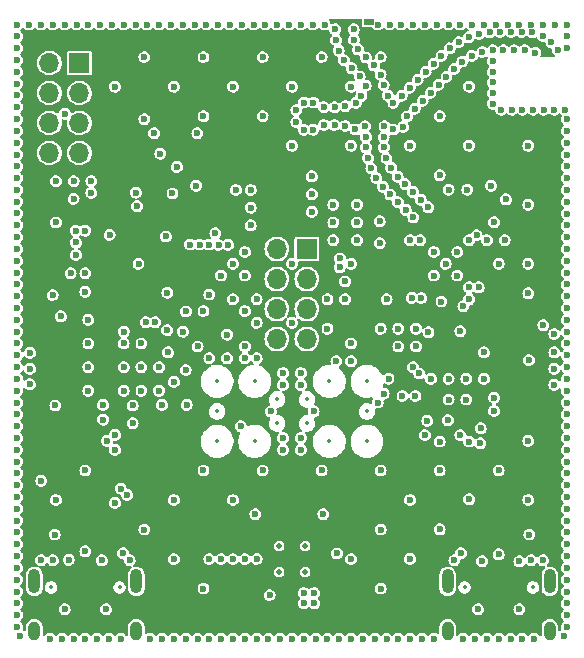
<source format=gbr>
%TF.GenerationSoftware,KiCad,Pcbnew,8.0.8*%
%TF.CreationDate,2025-03-21T10:35:37+01:00*%
%TF.ProjectId,RF_HID_module_test,52465f48-4944-45f6-9d6f-64756c655f74,rev?*%
%TF.SameCoordinates,Original*%
%TF.FileFunction,Copper,L3,Inr*%
%TF.FilePolarity,Positive*%
%FSLAX46Y46*%
G04 Gerber Fmt 4.6, Leading zero omitted, Abs format (unit mm)*
G04 Created by KiCad (PCBNEW 8.0.8) date 2025-03-21 10:35:37*
%MOMM*%
%LPD*%
G01*
G04 APERTURE LIST*
%TA.AperFunction,ComponentPad*%
%ADD10R,1.700000X1.700000*%
%TD*%
%TA.AperFunction,ComponentPad*%
%ADD11O,1.700000X1.700000*%
%TD*%
%TA.AperFunction,ComponentPad*%
%ADD12O,1.000000X2.100000*%
%TD*%
%TA.AperFunction,ComponentPad*%
%ADD13O,1.000000X1.600000*%
%TD*%
%TA.AperFunction,HeatsinkPad*%
%ADD14C,0.500000*%
%TD*%
%TA.AperFunction,ComponentPad*%
%ADD15R,0.900000X0.500000*%
%TD*%
%TA.AperFunction,ViaPad*%
%ADD16C,0.600000*%
%TD*%
%ADD17C,0.300000*%
%ADD18C,0.350000*%
%ADD19O,0.600000X1.700000*%
%ADD20O,0.600000X1.200000*%
%ADD21C,0.200000*%
G04 APERTURE END LIST*
D10*
%TO.N,/STM_IO0*%
%TO.C,J4*%
X142000000Y-98000000D03*
D11*
%TO.N,/STM_IO1*%
X139459994Y-97999999D03*
%TO.N,/STM_IO2*%
X141999999Y-100540006D03*
%TO.N,/STM_IO3*%
X139460000Y-100540000D03*
%TO.N,/STM_IO4*%
X142000000Y-103080000D03*
%TO.N,/STM_IO5*%
X139459998Y-103080000D03*
%TO.N,/STM_IO6*%
X142000000Y-105620000D03*
%TO.N,/STM_IO7*%
X139460001Y-105620000D03*
%TD*%
D12*
%TO.N,unconnected-(J6-SHIELD-PadS1)_1*%
%TO.C,J6*%
X138180000Y-141895000D03*
D13*
%TO.N,unconnected-(J6-SHIELD-PadS1)_2*%
X138180000Y-146075000D03*
D12*
%TO.N,unconnected-(J6-SHIELD-PadS1)_3*%
X146820000Y-141895000D03*
D13*
%TO.N,unconnected-(J6-SHIELD-PadS1)*%
X146820000Y-146075000D03*
%TD*%
D10*
%TO.N,/CH_IO0*%
%TO.C,J2*%
X161250000Y-113750000D03*
D11*
%TO.N,/CH_IO1*%
X158709996Y-113749998D03*
%TO.N,/CH_IO2*%
X161249998Y-116290004D03*
%TO.N,/CH_IO3*%
X158710000Y-116290000D03*
%TO.N,/CH_IO4*%
X161250000Y-118830000D03*
%TO.N,/CH_IO5*%
X158709999Y-118829998D03*
%TO.N,/CH_IO6*%
X161250000Y-121370000D03*
%TO.N,/CH_IO7*%
X158710001Y-121370000D03*
%TD*%
D12*
%TO.N,unconnected-(J7-SHIELD-PadS1)_2*%
%TO.C,J7*%
X173180000Y-141895000D03*
D13*
%TO.N,unconnected-(J7-SHIELD-PadS1)*%
X173180000Y-146075000D03*
D12*
%TO.N,unconnected-(J7-SHIELD-PadS1)_1*%
X181820000Y-141895000D03*
D13*
%TO.N,unconnected-(J7-SHIELD-PadS1)_3*%
X181820000Y-146075000D03*
%TD*%
D14*
%TO.N,GND*%
%TO.C,U3*%
X158900000Y-138900000D03*
X158900000Y-141100000D03*
X161100000Y-138900000D03*
X161100000Y-141100000D03*
%TD*%
D15*
%TO.N,GND*%
%TO.C,AE1*%
X166550000Y-94500000D03*
%TD*%
D16*
%TO.N,GND*%
X138750000Y-140100000D03*
X139750000Y-140100000D03*
X145700000Y-139500000D03*
X146250000Y-140100000D03*
X174300000Y-139500000D03*
X173750000Y-140100000D03*
X180250000Y-140100000D03*
X181250000Y-140100000D03*
X158094999Y-143050000D03*
X180352095Y-95405305D03*
X163722952Y-96057733D03*
X156750000Y-94750000D03*
X150750000Y-120750000D03*
X141250000Y-115800000D03*
X152500000Y-142500000D03*
X183250000Y-112750000D03*
X154500000Y-123000000D03*
X171000000Y-146750000D03*
X183250000Y-120750000D03*
X172500000Y-102500000D03*
X162500000Y-97500000D03*
X147000000Y-115000000D03*
X175950000Y-130205000D03*
X143000000Y-108000000D03*
X152500000Y-132500000D03*
X168000000Y-146750000D03*
X164511120Y-101655025D03*
X183250000Y-137750000D03*
X171750000Y-124750000D03*
X183250000Y-116750000D03*
X152500000Y-102500000D03*
X182200000Y-120950000D03*
X166000000Y-146750000D03*
X177000000Y-101450000D03*
X172000000Y-146750000D03*
X178800000Y-96927692D03*
X183250000Y-127750000D03*
X183250000Y-125750000D03*
X166928452Y-98213984D03*
X177000000Y-100550000D03*
X173250000Y-124750000D03*
X165000000Y-121750000D03*
X181250000Y-94750000D03*
X153000000Y-146750000D03*
X148750000Y-94750000D03*
X136750000Y-115750000D03*
X142750000Y-123750000D03*
X174000000Y-114000000D03*
X151000000Y-124000000D03*
X157750000Y-94750000D03*
X152750000Y-94750000D03*
X148325002Y-103950000D03*
X154000000Y-116000000D03*
X155000000Y-140000000D03*
X183250000Y-131750000D03*
X170250000Y-94750000D03*
X156000000Y-122000000D03*
X183250000Y-126750000D03*
X183250000Y-115750000D03*
X146750000Y-94750000D03*
X168317766Y-109132234D03*
X183250000Y-142750000D03*
X152000000Y-122000000D03*
X177700000Y-101950000D03*
X177500000Y-115000000D03*
X169350003Y-126195001D03*
X162500000Y-132500000D03*
X177000000Y-97850000D03*
X157500000Y-97500000D03*
X161750000Y-94750000D03*
X180000000Y-115000000D03*
X136750000Y-118750000D03*
X136750000Y-130750000D03*
X147500000Y-137500000D03*
X156000000Y-123000000D03*
X156000000Y-116000000D03*
X173250000Y-108724999D03*
X180000000Y-110000000D03*
X183000000Y-146500000D03*
X166273191Y-105151054D03*
X165000000Y-123250000D03*
X161799803Y-103652691D03*
X160750000Y-124250000D03*
X145000000Y-100000000D03*
X174750000Y-126500000D03*
X183250000Y-145750000D03*
X170450003Y-126195000D03*
X159250000Y-129750000D03*
X142500000Y-132500000D03*
X176997123Y-96934814D03*
X151875000Y-108400000D03*
X136750000Y-121750000D03*
X160750000Y-130750000D03*
X136750000Y-111750000D03*
X136750000Y-123750000D03*
X159000000Y-146750000D03*
X177250000Y-94750000D03*
X165500000Y-111500000D03*
X176250000Y-124750000D03*
X157000000Y-140000000D03*
X181243950Y-95705232D03*
X170232234Y-108917766D03*
X169999999Y-139990064D03*
X179450000Y-95372308D03*
X177000000Y-99650000D03*
X183250000Y-143750000D03*
X150750000Y-94750000D03*
X155250000Y-108750000D03*
X148850000Y-105675000D03*
X180400000Y-101950000D03*
X155750000Y-94750000D03*
X137800000Y-123900000D03*
X173000000Y-115000000D03*
X136750000Y-124750000D03*
X160750000Y-94750000D03*
X183250000Y-109750000D03*
X145000000Y-135250000D03*
X166706993Y-106909512D03*
X165500000Y-113000000D03*
X136750000Y-140750000D03*
X183250000Y-122750000D03*
X159750000Y-94750000D03*
X145750000Y-94750000D03*
X183250000Y-138750000D03*
X145750000Y-125750000D03*
X167744417Y-99865833D03*
X166423879Y-106049501D03*
X157000000Y-120000000D03*
X173250000Y-94750000D03*
X172000000Y-116000000D03*
X165042766Y-98457234D03*
X170500000Y-120500000D03*
X178000000Y-113000000D03*
X167250000Y-94750000D03*
X164500000Y-116500000D03*
X169000000Y-122000000D03*
X157500000Y-102500000D03*
X136750000Y-143750000D03*
X160355903Y-101984576D03*
X177900000Y-96927692D03*
X136750000Y-105750000D03*
X163800000Y-139525000D03*
X136750000Y-117750000D03*
X141500000Y-146750000D03*
X175000000Y-105000000D03*
X167494541Y-98983769D03*
X167425001Y-113250000D03*
X169275088Y-100775088D03*
X136750000Y-129750000D03*
X146774998Y-108966942D03*
X149750000Y-94750000D03*
X171450000Y-128300000D03*
X149500000Y-122500000D03*
X162700000Y-101747308D03*
X172650088Y-97400088D03*
X144350000Y-130000000D03*
X169582234Y-108267766D03*
X167752692Y-104266505D03*
X136750000Y-136750000D03*
X147500000Y-97499999D03*
X183250000Y-124750000D03*
X155000000Y-115000000D03*
X144500000Y-146750000D03*
X156500000Y-111750000D03*
X176250000Y-94750000D03*
X183250000Y-111750000D03*
X156000000Y-146750000D03*
X156000000Y-114000000D03*
X165872308Y-100786897D03*
X163600000Y-101747308D03*
X183250000Y-110750000D03*
X174950718Y-95814113D03*
X153500000Y-112425001D03*
X136750000Y-131750000D03*
X181964874Y-96265051D03*
X145750000Y-120750000D03*
X183250000Y-117750000D03*
X163500000Y-111500000D03*
X139724999Y-117650000D03*
X175000000Y-134950000D03*
X136750000Y-133750000D03*
X144750000Y-94750000D03*
X175829107Y-95537256D03*
X142500000Y-117374999D03*
X146500000Y-128500000D03*
X167500000Y-142500000D03*
X160000000Y-146750000D03*
X183250000Y-104750000D03*
X136750000Y-106750000D03*
X172500000Y-132500000D03*
X164502329Y-103334543D03*
X165000000Y-115000000D03*
X139900000Y-137925000D03*
X136750000Y-139750000D03*
X165413103Y-101372308D03*
X160000000Y-100000000D03*
X136750000Y-119750000D03*
X183250000Y-144750000D03*
X170000000Y-105000000D03*
X183250000Y-139750000D03*
X138775000Y-133374131D03*
X158200000Y-127500000D03*
X180000000Y-117500000D03*
X183250000Y-105750000D03*
X165601923Y-96855468D03*
X183250000Y-140750000D03*
X169411412Y-103421123D03*
X170000000Y-146750000D03*
X161830405Y-127500000D03*
X136750000Y-100750000D03*
X136750000Y-142750000D03*
X166175001Y-103360588D03*
X171724912Y-100524912D03*
X171550000Y-120800000D03*
X169617766Y-110432234D03*
X167824999Y-103360589D03*
X143500000Y-146750000D03*
X136750000Y-144750000D03*
X163000000Y-118000000D03*
X173250000Y-126500000D03*
X179500000Y-101950000D03*
X180000000Y-130000000D03*
X151974999Y-103949999D03*
X137800000Y-122550000D03*
X143000000Y-109000000D03*
X183250000Y-108750000D03*
X183250000Y-103750000D03*
X171250000Y-94750000D03*
X151072550Y-126950000D03*
X160354138Y-103004013D03*
X163947183Y-96957578D03*
X167137592Y-107738690D03*
X167500000Y-97500000D03*
X158750000Y-94750000D03*
X151750000Y-94750000D03*
X155000000Y-135000000D03*
X174850000Y-108724999D03*
X178500000Y-146750000D03*
X145750000Y-123750000D03*
X165222155Y-95150000D03*
X145750000Y-121750000D03*
X139750000Y-94750000D03*
X160000000Y-105000000D03*
X167425000Y-111400000D03*
X152000000Y-146750000D03*
X180100000Y-137925000D03*
X165500000Y-110000000D03*
X136750000Y-120750000D03*
X166229772Y-99922948D03*
X176719393Y-95397787D03*
X174750000Y-124750000D03*
X168373045Y-106867786D03*
X173200000Y-128250000D03*
X183250000Y-141750000D03*
X142750000Y-125750000D03*
X138750000Y-94750000D03*
X155000000Y-146750000D03*
X177500000Y-146750000D03*
X141500000Y-108000000D03*
X159250000Y-130750000D03*
X168936751Y-107620168D03*
X183250000Y-134750000D03*
X173074912Y-99174912D03*
X182250000Y-94750000D03*
X175000000Y-99999999D03*
X142500000Y-115800000D03*
X179500000Y-146750000D03*
X149000000Y-146750000D03*
X164000000Y-146750000D03*
X177500000Y-132500000D03*
X170500000Y-122000000D03*
X180250000Y-94750000D03*
X154000000Y-140000000D03*
X183250000Y-96750000D03*
X174500000Y-146750000D03*
X182200000Y-122500000D03*
X167993280Y-106051091D03*
X151000000Y-146750000D03*
X172250000Y-94750000D03*
X161669998Y-110600001D03*
X176500000Y-113000000D03*
X182502066Y-96911280D03*
X180500000Y-146750000D03*
X136750000Y-132750000D03*
X178250000Y-94750000D03*
X161000000Y-103650000D03*
X180000000Y-135000000D03*
X156900000Y-136200000D03*
X183250000Y-95750000D03*
X163750000Y-123250000D03*
X169950088Y-100100088D03*
X161000000Y-146750000D03*
X139500000Y-146750000D03*
X156000000Y-140000000D03*
X183250000Y-107750000D03*
X157000000Y-118000000D03*
X136750000Y-114750000D03*
X162700000Y-103252692D03*
X176500000Y-146750000D03*
X136750000Y-134750000D03*
X141500000Y-109500000D03*
X150250000Y-106800000D03*
X169719694Y-102530129D03*
X183250000Y-123750000D03*
X183250000Y-132750000D03*
X178100000Y-109550000D03*
X181274999Y-120200000D03*
X136750000Y-102750000D03*
X136750000Y-109750000D03*
X157000000Y-146750000D03*
X165729600Y-99144068D03*
X179700000Y-96927692D03*
X136750000Y-98750000D03*
X183250000Y-136750000D03*
X136750000Y-103750000D03*
X136750000Y-126750000D03*
X183250000Y-129750000D03*
X183250000Y-135750000D03*
X167500000Y-132500000D03*
X149450000Y-117450000D03*
X143750000Y-94750000D03*
X170000000Y-135000000D03*
X177622554Y-95372308D03*
X136750000Y-94750000D03*
X136750000Y-128750000D03*
X155000000Y-118000000D03*
X140500000Y-146750000D03*
X172500000Y-107500000D03*
X183250000Y-94750000D03*
X139999938Y-134998757D03*
X183250000Y-130750000D03*
X174106510Y-96230233D03*
X176250000Y-122500000D03*
X163650000Y-95150000D03*
X151006856Y-119038803D03*
X142500000Y-146750000D03*
X164397597Y-97759744D03*
X144550000Y-112550000D03*
X175966187Y-128935000D03*
X136750000Y-145750000D03*
X136750000Y-97750000D03*
X172000000Y-114000000D03*
X154750000Y-94750000D03*
X160750000Y-125250000D03*
X171300088Y-98750088D03*
X183250000Y-106750000D03*
X136750000Y-127750000D03*
X163000000Y-146750000D03*
X136750000Y-112750000D03*
X169000000Y-146750000D03*
X174248875Y-120701124D03*
X149310210Y-112689790D03*
X173749911Y-98499911D03*
X177000000Y-98750000D03*
X153750000Y-94750000D03*
X177500000Y-139605000D03*
X179250000Y-94750000D03*
X168127692Y-100777484D03*
X137750000Y-94750000D03*
X159250000Y-124250000D03*
X166248351Y-97533883D03*
X162650000Y-136200000D03*
X146500000Y-127000000D03*
X183250000Y-133750000D03*
X176850000Y-108400000D03*
X142750000Y-119750000D03*
X153000000Y-140000000D03*
X178550000Y-95372308D03*
X153990649Y-146751079D03*
X167500000Y-120500000D03*
X163600000Y-103252692D03*
X175250000Y-94750000D03*
X182200000Y-123900000D03*
X156500000Y-108750000D03*
X170000000Y-113000000D03*
X171049912Y-101199912D03*
X172399912Y-99849912D03*
X136750000Y-113750000D03*
X183250000Y-121750000D03*
X136750000Y-101750000D03*
X168585880Y-101372308D03*
X181300000Y-101950000D03*
X136750000Y-138750000D03*
X174000000Y-116000000D03*
X171533954Y-110219501D03*
X172496855Y-137490549D03*
X149874998Y-109050000D03*
X147500000Y-102750000D03*
X137800000Y-125200000D03*
X170625088Y-99425088D03*
X175500000Y-146750000D03*
X174250000Y-94750000D03*
X180592845Y-97125321D03*
X167000000Y-146750000D03*
X150000000Y-100000000D03*
X173337253Y-96762664D03*
X171975088Y-98075088D03*
X178600000Y-101950000D03*
X170882234Y-109567766D03*
X163500000Y-110000000D03*
X167500000Y-137500000D03*
X174424356Y-97882381D03*
X142750000Y-121750000D03*
X156000000Y-119000000D03*
X168967766Y-109782234D03*
X140750000Y-94750000D03*
X162000000Y-146750000D03*
X136750000Y-137750000D03*
X150000000Y-140000000D03*
X148750000Y-123750000D03*
X177100000Y-127465001D03*
X136750000Y-125750000D03*
X170374912Y-101874912D03*
X158000000Y-146750000D03*
X177100000Y-126350000D03*
X183250000Y-113750000D03*
X136750000Y-95750000D03*
X168570380Y-103627692D03*
X154500000Y-121000000D03*
X140000000Y-108000000D03*
X150000000Y-146750000D03*
X152500000Y-97500000D03*
X183250000Y-114750000D03*
X145500000Y-146750000D03*
X140000000Y-111500000D03*
X156500000Y-110250000D03*
X136750000Y-116750000D03*
X168000000Y-118000000D03*
X167783625Y-105143053D03*
X167689733Y-108481601D03*
X165361197Y-103627692D03*
X157500000Y-132500000D03*
X162750000Y-94750000D03*
X148000000Y-146750000D03*
X164996716Y-99999895D03*
X182200000Y-125250000D03*
X136750000Y-108750000D03*
X136749999Y-110743675D03*
X175227042Y-97393453D03*
X183250000Y-128750000D03*
X161813266Y-101347308D03*
X136750000Y-104750000D03*
X161000000Y-101350000D03*
X163500000Y-113000000D03*
X136750000Y-141750000D03*
X183250000Y-118750000D03*
X150000000Y-135000000D03*
X142750000Y-94750000D03*
X182200000Y-101950000D03*
X136750000Y-107750000D03*
X150000000Y-125000000D03*
X157000000Y-123000000D03*
X147750000Y-94750000D03*
X165000000Y-146750000D03*
X168250000Y-94750000D03*
X183100000Y-101950000D03*
X165000000Y-105000000D03*
X160750000Y-129750000D03*
X153000000Y-123000000D03*
X159250000Y-125250000D03*
X169000000Y-120500000D03*
X165000000Y-140000000D03*
X183250000Y-102750000D03*
X166247308Y-104266505D03*
X152500000Y-119000000D03*
X136750000Y-99750000D03*
X136750000Y-96750000D03*
X164500000Y-118000000D03*
X142500000Y-139350000D03*
X160000000Y-120000000D03*
X169250000Y-94750000D03*
X180000000Y-105000000D03*
X141750000Y-94750000D03*
X170267766Y-111082234D03*
X163000000Y-120500000D03*
X136750000Y-122750000D03*
X160000000Y-115000000D03*
X137000000Y-146500000D03*
X155000000Y-100000000D03*
X183250000Y-119750000D03*
X176107080Y-97073028D03*
X165243148Y-96046166D03*
X136750000Y-135750000D03*
%TO.N,+3V3*%
X159625000Y-135125000D03*
X160562500Y-134225000D03*
X165476083Y-126623918D03*
X137800000Y-129650000D03*
X141900000Y-130750000D03*
X145950000Y-106150000D03*
X154300000Y-111375001D03*
X175332519Y-120283162D03*
X152274999Y-120750000D03*
X158325000Y-110600001D03*
X181175000Y-127550000D03*
X137800000Y-131000000D03*
X137800000Y-128300000D03*
X159625000Y-134225000D03*
X158675000Y-135125000D03*
X171000000Y-130750000D03*
X160562500Y-135125000D03*
X140774999Y-118450000D03*
X154523918Y-128376082D03*
X168950000Y-130750000D03*
X144000000Y-130750000D03*
X158675000Y-134225000D03*
X141550000Y-120875000D03*
X158319999Y-109100000D03*
X158325000Y-107600001D03*
%TO.N,/CH_VDCIA*%
X170847309Y-113000000D03*
X172650000Y-118200000D03*
%TO.N,/CH_NRST*%
X168165335Y-124728077D03*
X180050000Y-123150000D03*
%TO.N,/CH_STATUS*%
X177102816Y-111475002D03*
X161669998Y-109100002D03*
%TO.N,+5V*%
X140750000Y-144250000D03*
X161000000Y-143750000D03*
X161000000Y-142875000D03*
X144250000Y-144250000D03*
X175750000Y-144250000D03*
X161875000Y-143750000D03*
X161875000Y-142875000D03*
X179250000Y-144250000D03*
%TO.N,/STM_NRST*%
X140425000Y-119452081D03*
X155650001Y-128751562D03*
X146875001Y-110116942D03*
%TO.N,/STM_BOOT*%
X139950000Y-127000000D03*
X151374282Y-113375001D03*
%TO.N,/STM_STATUS*%
X140750000Y-102290006D03*
X161669998Y-107600002D03*
%TO.N,/CH_IO7*%
X175000000Y-118000000D03*
%TO.N,/CH_IO6*%
X174501410Y-118598590D03*
%TO.N,/CH_IO3*%
X175000000Y-113000000D03*
%TO.N,/CH_IO0*%
X170919974Y-117900000D03*
%TO.N,/CH_IO4*%
X164050000Y-115300000D03*
%TO.N,/CH_IO5*%
X164050000Y-114549999D03*
%TO.N,/CH_IO1*%
X175617962Y-112575001D03*
%TO.N,/CH_IO2*%
X170134987Y-117892831D03*
%TO.N,/STM_IO4*%
X154573443Y-113397312D03*
%TO.N,/STM_IO5*%
X153773537Y-113409707D03*
%TO.N,/STM_IO6*%
X152974288Y-113375001D03*
%TO.N,/STM_IO7*%
X152174285Y-113375001D03*
%TO.N,/CH_SWDIO*%
X167249999Y-126749999D03*
X170769124Y-124291307D03*
%TO.N,/CH_SWCLK*%
X167750000Y-126000000D03*
X170250000Y-123750000D03*
%TO.N,Net-(J6-CC1)*%
X143900000Y-140105000D03*
X141087500Y-140062500D03*
%TO.N,Net-(J7-CC1)*%
X176100000Y-140173907D03*
X179250000Y-140200000D03*
%TO.N,/CH_FLASH_SPI_MISO*%
X172500000Y-130050000D03*
X175000000Y-130050000D03*
%TO.N,/CH_W25Q128_NRST*%
X171250000Y-129500000D03*
X174250000Y-129500000D03*
%TO.N,/TX*%
X152994087Y-117605913D03*
X175000000Y-117000000D03*
%TO.N,/RX*%
X175806587Y-116993413D03*
X149424999Y-120622515D03*
%TO.N,/STM_USB/USB_DN*%
X145484834Y-134034834D03*
X147600000Y-119950000D03*
%TO.N,/STM_USB/USB_DP*%
X148400003Y-119950000D03*
X146015166Y-134565166D03*
%TO.N,/STM_FLASH_SPI_MISO*%
X145000000Y-129485000D03*
X141700000Y-113200000D03*
%TO.N,/STM_FLASH_SPI_CLK*%
X141699997Y-112200000D03*
X144000000Y-128200000D03*
%TO.N,/STM_FLASH_SPI_NCS*%
X142500000Y-112200000D03*
X145000000Y-130755000D03*
%TO.N,/STM_FLASH_SPI_MOSI*%
X141700000Y-114250000D03*
X144000000Y-126950000D03*
%TO.N,GND*%
X148750000Y-125750000D03*
X149000000Y-126950000D03*
X147250000Y-121750000D03*
X147242069Y-123756617D03*
X147250000Y-125750000D03*
%TD*%
%TA.AperFunction,Conductor*%
%TO.N,+3V3*%
G36*
X165858691Y-94268907D02*
G01*
X165894655Y-94318407D01*
X165899500Y-94349000D01*
X165899500Y-94769746D01*
X165899501Y-94769758D01*
X165911132Y-94828227D01*
X165911134Y-94828233D01*
X165954048Y-94892457D01*
X165955448Y-94894552D01*
X166021769Y-94938867D01*
X166066231Y-94947711D01*
X166080241Y-94950498D01*
X166080246Y-94950498D01*
X166080252Y-94950500D01*
X166727720Y-94950500D01*
X166785911Y-94969407D01*
X166817773Y-95008374D01*
X166824623Y-95023373D01*
X166918689Y-95131932D01*
X166918873Y-95132144D01*
X167003276Y-95186386D01*
X167039947Y-95209953D01*
X167103127Y-95228504D01*
X167178035Y-95250499D01*
X167178036Y-95250499D01*
X167178039Y-95250500D01*
X167178041Y-95250500D01*
X167321959Y-95250500D01*
X167321961Y-95250500D01*
X167460053Y-95209953D01*
X167581128Y-95132143D01*
X167675182Y-95023597D01*
X167727576Y-94992003D01*
X167788537Y-94997238D01*
X167824816Y-95023596D01*
X167918689Y-95131932D01*
X167918873Y-95132144D01*
X168003276Y-95186386D01*
X168039947Y-95209953D01*
X168103127Y-95228504D01*
X168178035Y-95250499D01*
X168178036Y-95250499D01*
X168178039Y-95250500D01*
X168178041Y-95250500D01*
X168321959Y-95250500D01*
X168321961Y-95250500D01*
X168460053Y-95209953D01*
X168581128Y-95132143D01*
X168675182Y-95023597D01*
X168727576Y-94992003D01*
X168788537Y-94997238D01*
X168824816Y-95023596D01*
X168918689Y-95131932D01*
X168918873Y-95132144D01*
X169003276Y-95186386D01*
X169039947Y-95209953D01*
X169103127Y-95228504D01*
X169178035Y-95250499D01*
X169178036Y-95250499D01*
X169178039Y-95250500D01*
X169178041Y-95250500D01*
X169321959Y-95250500D01*
X169321961Y-95250500D01*
X169460053Y-95209953D01*
X169581128Y-95132143D01*
X169675182Y-95023597D01*
X169727576Y-94992003D01*
X169788537Y-94997238D01*
X169824816Y-95023596D01*
X169918689Y-95131932D01*
X169918873Y-95132144D01*
X170003276Y-95186386D01*
X170039947Y-95209953D01*
X170103127Y-95228504D01*
X170178035Y-95250499D01*
X170178036Y-95250499D01*
X170178039Y-95250500D01*
X170178041Y-95250500D01*
X170321959Y-95250500D01*
X170321961Y-95250500D01*
X170460053Y-95209953D01*
X170581128Y-95132143D01*
X170675182Y-95023597D01*
X170727576Y-94992003D01*
X170788537Y-94997238D01*
X170824816Y-95023596D01*
X170918689Y-95131932D01*
X170918873Y-95132144D01*
X171003276Y-95186386D01*
X171039947Y-95209953D01*
X171103127Y-95228504D01*
X171178035Y-95250499D01*
X171178036Y-95250499D01*
X171178039Y-95250500D01*
X171178041Y-95250500D01*
X171321959Y-95250500D01*
X171321961Y-95250500D01*
X171460053Y-95209953D01*
X171581128Y-95132143D01*
X171675182Y-95023597D01*
X171727576Y-94992003D01*
X171788537Y-94997238D01*
X171824816Y-95023596D01*
X171918689Y-95131932D01*
X171918873Y-95132144D01*
X172003276Y-95186386D01*
X172039947Y-95209953D01*
X172103127Y-95228504D01*
X172178035Y-95250499D01*
X172178036Y-95250499D01*
X172178039Y-95250500D01*
X172178041Y-95250500D01*
X172321959Y-95250500D01*
X172321961Y-95250500D01*
X172460053Y-95209953D01*
X172581128Y-95132143D01*
X172675182Y-95023597D01*
X172727576Y-94992003D01*
X172788537Y-94997238D01*
X172824816Y-95023596D01*
X172918689Y-95131932D01*
X172918873Y-95132144D01*
X173003276Y-95186386D01*
X173039947Y-95209953D01*
X173103127Y-95228504D01*
X173178035Y-95250499D01*
X173178036Y-95250499D01*
X173178039Y-95250500D01*
X173178041Y-95250500D01*
X173321959Y-95250500D01*
X173321961Y-95250500D01*
X173460053Y-95209953D01*
X173581128Y-95132143D01*
X173675182Y-95023597D01*
X173727576Y-94992003D01*
X173788537Y-94997238D01*
X173824816Y-95023596D01*
X173918689Y-95131932D01*
X173918873Y-95132144D01*
X174003276Y-95186386D01*
X174039947Y-95209953D01*
X174103127Y-95228504D01*
X174178035Y-95250499D01*
X174178036Y-95250499D01*
X174178039Y-95250500D01*
X174178041Y-95250500D01*
X174321959Y-95250500D01*
X174321961Y-95250500D01*
X174460053Y-95209953D01*
X174581128Y-95132143D01*
X174675182Y-95023597D01*
X174727576Y-94992003D01*
X174788537Y-94997238D01*
X174824816Y-95023596D01*
X174918872Y-95132143D01*
X174918994Y-95132221D01*
X174919071Y-95132316D01*
X174924222Y-95136779D01*
X174923449Y-95137670D01*
X174957724Y-95179586D01*
X174961218Y-95240672D01*
X174928139Y-95292144D01*
X174885354Y-95310949D01*
X174885551Y-95311618D01*
X174880381Y-95313135D01*
X174879560Y-95313497D01*
X174878759Y-95313612D01*
X174740667Y-95354159D01*
X174740660Y-95354162D01*
X174619591Y-95431968D01*
X174525340Y-95540741D01*
X174465552Y-95671656D01*
X174461886Y-95697152D01*
X174434888Y-95752059D01*
X174380773Y-95780610D01*
X174322769Y-95773114D01*
X174316564Y-95770280D01*
X174178474Y-95729733D01*
X174178471Y-95729733D01*
X174034549Y-95729733D01*
X174034545Y-95729733D01*
X173896459Y-95770279D01*
X173896452Y-95770282D01*
X173775383Y-95848088D01*
X173681132Y-95956861D01*
X173621344Y-96087776D01*
X173604954Y-96201774D01*
X173577958Y-96256682D01*
X173523844Y-96285235D01*
X173479071Y-96282675D01*
X173409217Y-96262164D01*
X173409214Y-96262164D01*
X173265292Y-96262164D01*
X173265288Y-96262164D01*
X173127202Y-96302710D01*
X173127195Y-96302713D01*
X173006126Y-96380519D01*
X172911875Y-96489292D01*
X172852087Y-96620207D01*
X172831606Y-96762661D01*
X172831606Y-96762664D01*
X172834851Y-96785235D01*
X172835200Y-96787661D01*
X172824765Y-96847950D01*
X172780887Y-96890592D01*
X172729130Y-96898790D01*
X172729130Y-96899588D01*
X172724093Y-96899588D01*
X172723121Y-96899742D01*
X172722050Y-96899588D01*
X172722049Y-96899588D01*
X172578127Y-96899588D01*
X172578123Y-96899588D01*
X172440037Y-96940134D01*
X172440030Y-96940137D01*
X172318961Y-97017943D01*
X172224710Y-97126716D01*
X172164922Y-97257631D01*
X172144441Y-97400085D01*
X172144441Y-97400091D01*
X172153294Y-97461667D01*
X172142861Y-97521956D01*
X172098982Y-97564599D01*
X172054130Y-97571712D01*
X172054130Y-97574588D01*
X171903123Y-97574588D01*
X171765037Y-97615134D01*
X171765030Y-97615137D01*
X171643961Y-97692943D01*
X171549710Y-97801716D01*
X171489922Y-97932631D01*
X171469441Y-98075085D01*
X171469441Y-98075091D01*
X171478294Y-98136667D01*
X171467861Y-98196956D01*
X171423982Y-98239599D01*
X171379130Y-98246712D01*
X171379130Y-98249588D01*
X171228123Y-98249588D01*
X171090037Y-98290134D01*
X171090030Y-98290137D01*
X170968961Y-98367943D01*
X170874710Y-98476716D01*
X170814922Y-98607631D01*
X170794441Y-98750085D01*
X170794441Y-98750091D01*
X170803294Y-98811667D01*
X170792861Y-98871956D01*
X170748982Y-98914599D01*
X170704130Y-98921712D01*
X170704130Y-98924588D01*
X170553123Y-98924588D01*
X170415037Y-98965134D01*
X170415030Y-98965137D01*
X170293961Y-99042943D01*
X170199710Y-99151716D01*
X170139922Y-99282631D01*
X170119441Y-99425085D01*
X170119441Y-99425091D01*
X170128294Y-99486667D01*
X170117861Y-99546956D01*
X170073982Y-99589599D01*
X170029130Y-99596712D01*
X170029130Y-99599588D01*
X169878123Y-99599588D01*
X169740037Y-99640134D01*
X169740030Y-99640137D01*
X169618961Y-99717943D01*
X169524710Y-99826716D01*
X169464922Y-99957631D01*
X169444441Y-100100085D01*
X169444441Y-100100091D01*
X169453294Y-100161667D01*
X169442861Y-100221956D01*
X169398982Y-100264599D01*
X169354130Y-100271712D01*
X169354130Y-100274588D01*
X169203123Y-100274588D01*
X169065037Y-100315134D01*
X169065030Y-100315137D01*
X168943961Y-100392943D01*
X168849709Y-100501716D01*
X168790895Y-100630499D01*
X168749522Y-100675577D01*
X168689555Y-100687727D01*
X168633900Y-100662308D01*
X168610789Y-100630498D01*
X168553070Y-100504113D01*
X168553069Y-100504112D01*
X168553069Y-100504111D01*
X168458820Y-100395341D01*
X168458819Y-100395340D01*
X168458818Y-100395339D01*
X168337749Y-100317533D01*
X168337746Y-100317531D01*
X168337745Y-100317531D01*
X168329585Y-100315135D01*
X168226937Y-100284995D01*
X168176430Y-100250459D01*
X168155868Y-100192832D01*
X168168757Y-100146515D01*
X168166853Y-100145646D01*
X168187699Y-100100000D01*
X168229582Y-100008290D01*
X168237453Y-99953547D01*
X168250064Y-99865835D01*
X168250064Y-99865830D01*
X168229582Y-99723376D01*
X168222311Y-99707455D01*
X168169794Y-99592460D01*
X168075545Y-99483690D01*
X168075544Y-99483689D01*
X168075543Y-99483688D01*
X167948514Y-99402052D01*
X167949773Y-99400092D01*
X167912594Y-99365972D01*
X167900441Y-99306006D01*
X167918607Y-99264716D01*
X167916090Y-99263099D01*
X167919917Y-99257143D01*
X167919916Y-99257143D01*
X167919918Y-99257142D01*
X167979706Y-99126226D01*
X167992266Y-99038867D01*
X168000188Y-98983771D01*
X168000188Y-98983766D01*
X167979706Y-98841312D01*
X167948637Y-98773282D01*
X167919918Y-98710396D01*
X167825669Y-98601626D01*
X167825668Y-98601625D01*
X167825667Y-98601624D01*
X167704598Y-98523818D01*
X167704595Y-98523816D01*
X167704594Y-98523816D01*
X167702755Y-98523276D01*
X167566505Y-98483269D01*
X167566502Y-98483269D01*
X167508626Y-98483269D01*
X167450435Y-98464362D01*
X167414471Y-98414862D01*
X167413739Y-98363612D01*
X167412610Y-98363450D01*
X167434099Y-98213986D01*
X167434099Y-98213981D01*
X167419665Y-98113589D01*
X167430098Y-98053300D01*
X167473976Y-98010657D01*
X167517657Y-98000500D01*
X167571959Y-98000500D01*
X167571961Y-98000500D01*
X167710053Y-97959953D01*
X167831128Y-97882143D01*
X167925377Y-97773373D01*
X167985165Y-97642457D01*
X168005647Y-97500000D01*
X168005646Y-97499996D01*
X167985165Y-97357543D01*
X167968434Y-97320907D01*
X167925377Y-97226627D01*
X167831128Y-97117857D01*
X167831127Y-97117856D01*
X167831126Y-97117855D01*
X167710057Y-97040049D01*
X167710054Y-97040047D01*
X167710053Y-97040047D01*
X167710050Y-97040046D01*
X167571964Y-96999500D01*
X167571961Y-96999500D01*
X167428039Y-96999500D01*
X167428035Y-96999500D01*
X167289949Y-97040046D01*
X167289942Y-97040049D01*
X167168873Y-97117855D01*
X167074622Y-97226628D01*
X167014834Y-97357543D01*
X166994353Y-97499997D01*
X166994353Y-97500000D01*
X167008787Y-97600395D01*
X166998354Y-97660684D01*
X166954476Y-97703327D01*
X166910795Y-97713484D01*
X166856486Y-97713484D01*
X166856354Y-97713503D01*
X166856244Y-97713484D01*
X166849410Y-97713484D01*
X166849410Y-97712300D01*
X166796066Y-97703060D01*
X166753431Y-97659175D01*
X166744288Y-97601419D01*
X166753998Y-97533885D01*
X166753998Y-97533880D01*
X166733516Y-97391426D01*
X166718042Y-97357543D01*
X166673728Y-97260510D01*
X166579479Y-97151740D01*
X166579478Y-97151739D01*
X166579477Y-97151738D01*
X166458408Y-97073932D01*
X166458405Y-97073930D01*
X166458404Y-97073930D01*
X166458401Y-97073929D01*
X166320315Y-97033383D01*
X166320312Y-97033383D01*
X166196242Y-97033383D01*
X166138051Y-97014476D01*
X166102087Y-96964976D01*
X166098250Y-96920294D01*
X166107570Y-96855470D01*
X166107570Y-96855465D01*
X166087088Y-96713011D01*
X166073933Y-96684206D01*
X166027300Y-96582095D01*
X165933051Y-96473325D01*
X165933050Y-96473324D01*
X165933049Y-96473323D01*
X165811980Y-96395517D01*
X165811970Y-96395512D01*
X165764515Y-96381578D01*
X165714009Y-96347042D01*
X165693448Y-96289415D01*
X165702355Y-96245462D01*
X165728313Y-96188623D01*
X165738554Y-96117394D01*
X165748795Y-96046168D01*
X165748795Y-96046163D01*
X165728313Y-95903709D01*
X165685420Y-95809788D01*
X165668525Y-95772793D01*
X165574276Y-95664023D01*
X165574275Y-95664022D01*
X165571838Y-95661911D01*
X165570446Y-95659604D01*
X165569639Y-95658672D01*
X165569800Y-95658532D01*
X165540240Y-95609517D01*
X165545473Y-95548556D01*
X165561841Y-95522266D01*
X165647532Y-95423373D01*
X165707320Y-95292457D01*
X165723548Y-95179586D01*
X165727802Y-95150002D01*
X165727802Y-95149997D01*
X165707320Y-95007543D01*
X165675955Y-94938865D01*
X165647532Y-94876627D01*
X165553283Y-94767857D01*
X165553282Y-94767856D01*
X165553281Y-94767855D01*
X165432212Y-94690049D01*
X165432209Y-94690047D01*
X165432208Y-94690047D01*
X165432205Y-94690046D01*
X165294119Y-94649500D01*
X165294116Y-94649500D01*
X165150194Y-94649500D01*
X165150190Y-94649500D01*
X165012104Y-94690046D01*
X165012097Y-94690049D01*
X164891028Y-94767855D01*
X164796777Y-94876628D01*
X164736989Y-95007543D01*
X164716508Y-95149997D01*
X164716508Y-95150002D01*
X164736989Y-95292456D01*
X164796777Y-95423371D01*
X164796778Y-95423373D01*
X164852902Y-95488144D01*
X164891027Y-95532143D01*
X164893467Y-95534257D01*
X164894858Y-95536563D01*
X164895664Y-95537494D01*
X164895503Y-95537633D01*
X164925062Y-95586653D01*
X164919826Y-95647614D01*
X164903455Y-95673906D01*
X164817771Y-95772792D01*
X164757982Y-95903709D01*
X164737501Y-96046163D01*
X164737501Y-96046168D01*
X164757982Y-96188622D01*
X164804302Y-96290047D01*
X164817771Y-96319539D01*
X164883604Y-96395515D01*
X164912021Y-96428310D01*
X165033090Y-96506116D01*
X165033095Y-96506119D01*
X165077489Y-96519154D01*
X165080554Y-96520054D01*
X165131061Y-96554590D01*
X165151622Y-96612217D01*
X165142716Y-96656170D01*
X165116756Y-96713013D01*
X165096276Y-96855465D01*
X165096276Y-96855470D01*
X165116757Y-96997924D01*
X165175639Y-97126855D01*
X165176546Y-97128841D01*
X165265024Y-97230951D01*
X165270796Y-97237612D01*
X165357640Y-97293423D01*
X165391870Y-97315421D01*
X165474633Y-97339722D01*
X165529958Y-97355967D01*
X165529959Y-97355967D01*
X165529962Y-97355968D01*
X165529964Y-97355968D01*
X165654032Y-97355968D01*
X165712223Y-97374875D01*
X165748187Y-97424375D01*
X165752024Y-97469057D01*
X165742704Y-97533880D01*
X165742704Y-97533885D01*
X165763185Y-97676339D01*
X165820443Y-97801715D01*
X165822974Y-97807256D01*
X165917223Y-97916026D01*
X165917224Y-97916027D01*
X166036152Y-97992457D01*
X166038298Y-97993836D01*
X166138886Y-98023371D01*
X166176386Y-98034382D01*
X166176387Y-98034382D01*
X166176390Y-98034383D01*
X166176392Y-98034383D01*
X166320315Y-98034383D01*
X166320433Y-98034366D01*
X166320531Y-98034383D01*
X166327393Y-98034383D01*
X166327393Y-98035570D01*
X166380722Y-98044799D01*
X166423364Y-98088677D01*
X166432514Y-98146446D01*
X166422805Y-98213979D01*
X166422805Y-98213986D01*
X166443286Y-98356440D01*
X166489319Y-98457236D01*
X166503075Y-98487357D01*
X166588938Y-98586449D01*
X166597325Y-98596128D01*
X166672712Y-98644576D01*
X166718399Y-98673937D01*
X166824855Y-98705195D01*
X166856487Y-98714483D01*
X166856488Y-98714483D01*
X166856491Y-98714484D01*
X166856493Y-98714484D01*
X166914367Y-98714484D01*
X166972558Y-98733391D01*
X167008522Y-98782891D01*
X167009253Y-98834140D01*
X167010383Y-98834303D01*
X166988894Y-98983766D01*
X166988894Y-98983771D01*
X167009375Y-99126225D01*
X167039199Y-99191529D01*
X167069164Y-99257142D01*
X167146624Y-99346536D01*
X167163414Y-99365913D01*
X167290444Y-99447550D01*
X167289183Y-99449511D01*
X167326357Y-99483617D01*
X167338518Y-99543582D01*
X167320379Y-99584903D01*
X167322868Y-99586503D01*
X167319040Y-99592458D01*
X167259251Y-99723376D01*
X167238770Y-99865830D01*
X167238770Y-99865835D01*
X167259251Y-100008289D01*
X167311768Y-100123283D01*
X167319040Y-100139206D01*
X167408582Y-100242544D01*
X167413290Y-100247977D01*
X167521517Y-100317530D01*
X167534364Y-100325786D01*
X167645172Y-100358321D01*
X167695678Y-100392856D01*
X167716240Y-100450483D01*
X167703358Y-100496804D01*
X167705256Y-100497671D01*
X167642526Y-100635027D01*
X167622045Y-100777481D01*
X167622045Y-100777486D01*
X167642526Y-100919940D01*
X167692015Y-101028303D01*
X167702315Y-101050857D01*
X167767823Y-101126458D01*
X167796565Y-101159628D01*
X167917133Y-101237112D01*
X167917639Y-101237437D01*
X168009944Y-101264540D01*
X168060450Y-101299074D01*
X168081012Y-101356701D01*
X168080233Y-101370325D01*
X168080233Y-101372310D01*
X168100714Y-101514764D01*
X168137626Y-101595589D01*
X168160503Y-101645681D01*
X168233087Y-101729448D01*
X168254753Y-101754452D01*
X168372391Y-101830053D01*
X168375827Y-101832261D01*
X168472536Y-101860657D01*
X168513915Y-101872807D01*
X168513916Y-101872807D01*
X168513919Y-101872808D01*
X168513921Y-101872808D01*
X168657839Y-101872808D01*
X168657841Y-101872808D01*
X168795933Y-101832261D01*
X168917008Y-101754451D01*
X169011257Y-101645681D01*
X169071045Y-101514765D01*
X169085245Y-101416004D01*
X169092535Y-101365299D01*
X169094208Y-101365539D01*
X169110434Y-101315603D01*
X169159934Y-101279639D01*
X169196046Y-101276539D01*
X169196046Y-101275588D01*
X169347047Y-101275588D01*
X169347049Y-101275588D01*
X169485141Y-101235041D01*
X169606216Y-101157231D01*
X169700465Y-101048461D01*
X169760253Y-100917545D01*
X169773793Y-100823371D01*
X169780735Y-100775090D01*
X169780735Y-100775086D01*
X169776543Y-100745929D01*
X169771881Y-100713507D01*
X169782314Y-100653220D01*
X169826191Y-100610577D01*
X169871046Y-100603479D01*
X169871046Y-100600588D01*
X170022047Y-100600588D01*
X170022049Y-100600588D01*
X170160141Y-100560041D01*
X170281216Y-100482231D01*
X170375465Y-100373461D01*
X170435253Y-100242545D01*
X170445991Y-100167857D01*
X170455735Y-100100090D01*
X170455735Y-100100086D01*
X170451883Y-100073298D01*
X170446881Y-100038507D01*
X170457314Y-99978220D01*
X170501191Y-99935577D01*
X170546046Y-99928479D01*
X170546046Y-99925588D01*
X170697047Y-99925588D01*
X170697049Y-99925588D01*
X170835141Y-99885041D01*
X170956216Y-99807231D01*
X171050465Y-99698461D01*
X171110253Y-99567545D01*
X171122205Y-99484417D01*
X171130735Y-99425090D01*
X171130735Y-99425086D01*
X171126376Y-99394769D01*
X171121881Y-99363507D01*
X171132314Y-99303220D01*
X171176191Y-99260577D01*
X171221046Y-99253479D01*
X171221046Y-99250588D01*
X171372047Y-99250588D01*
X171372049Y-99250588D01*
X171510141Y-99210041D01*
X171631216Y-99132231D01*
X171725465Y-99023461D01*
X171785253Y-98892545D01*
X171796881Y-98811667D01*
X171805735Y-98750090D01*
X171805735Y-98750086D01*
X171801883Y-98723298D01*
X171796881Y-98688507D01*
X171807314Y-98628220D01*
X171851191Y-98585577D01*
X171896046Y-98578479D01*
X171896046Y-98575588D01*
X172047047Y-98575588D01*
X172047049Y-98575588D01*
X172185141Y-98535041D01*
X172306216Y-98457231D01*
X172400465Y-98348461D01*
X172460253Y-98217545D01*
X172474599Y-98117766D01*
X172480735Y-98075090D01*
X172480735Y-98075086D01*
X172475008Y-98035255D01*
X172471881Y-98013507D01*
X172482314Y-97953220D01*
X172526191Y-97910577D01*
X172571046Y-97903479D01*
X172571046Y-97900588D01*
X172722047Y-97900588D01*
X172722049Y-97900588D01*
X172860141Y-97860041D01*
X172981216Y-97782231D01*
X173075465Y-97673461D01*
X173135253Y-97542545D01*
X173144730Y-97476628D01*
X173155735Y-97400090D01*
X173155735Y-97400086D01*
X173152502Y-97377601D01*
X173152141Y-97375091D01*
X173162574Y-97314803D01*
X173206451Y-97272160D01*
X173258211Y-97263963D01*
X173258211Y-97263164D01*
X173263263Y-97263164D01*
X173264229Y-97263011D01*
X173265291Y-97263163D01*
X173265292Y-97263164D01*
X173265293Y-97263164D01*
X173409212Y-97263164D01*
X173409214Y-97263164D01*
X173547306Y-97222617D01*
X173668381Y-97144807D01*
X173762630Y-97036037D01*
X173822418Y-96905121D01*
X173838808Y-96791122D01*
X173865803Y-96736215D01*
X173919917Y-96707661D01*
X173964691Y-96710221D01*
X174034545Y-96730732D01*
X174034546Y-96730732D01*
X174034549Y-96730733D01*
X174034551Y-96730733D01*
X174178469Y-96730733D01*
X174178471Y-96730733D01*
X174316563Y-96690186D01*
X174437638Y-96612376D01*
X174531887Y-96503606D01*
X174591675Y-96372690D01*
X174594223Y-96354968D01*
X174595341Y-96347196D01*
X174622336Y-96292289D01*
X174676451Y-96263735D01*
X174734461Y-96271232D01*
X174740660Y-96274062D01*
X174740665Y-96274066D01*
X174802728Y-96292289D01*
X174878753Y-96314612D01*
X174878754Y-96314612D01*
X174878757Y-96314613D01*
X174878759Y-96314613D01*
X175022677Y-96314613D01*
X175022679Y-96314613D01*
X175160771Y-96274066D01*
X175281846Y-96196256D01*
X175376095Y-96087486D01*
X175415635Y-96000905D01*
X175457005Y-95955830D01*
X175516972Y-95943679D01*
X175559210Y-95958750D01*
X175610449Y-95991679D01*
X175619054Y-95997209D01*
X175725510Y-96028467D01*
X175757142Y-96037755D01*
X175757143Y-96037755D01*
X175757146Y-96037756D01*
X175757148Y-96037756D01*
X175901066Y-96037756D01*
X175901068Y-96037756D01*
X176039160Y-95997209D01*
X176160235Y-95919399D01*
X176254484Y-95810629D01*
X176254484Y-95810627D01*
X176259120Y-95805278D01*
X176260248Y-95806255D01*
X176301383Y-95772613D01*
X176362468Y-95769114D01*
X176390829Y-95781577D01*
X176509340Y-95857740D01*
X176615796Y-95888998D01*
X176647428Y-95898286D01*
X176647429Y-95898286D01*
X176647432Y-95898287D01*
X176647434Y-95898287D01*
X176791352Y-95898287D01*
X176791354Y-95898287D01*
X176929446Y-95857740D01*
X177050521Y-95779930D01*
X177107193Y-95714526D01*
X177159588Y-95682930D01*
X177220549Y-95688165D01*
X177256831Y-95714526D01*
X177268815Y-95728356D01*
X177291425Y-95754450D01*
X177291426Y-95754451D01*
X177370514Y-95805278D01*
X177412501Y-95832261D01*
X177499272Y-95857739D01*
X177550589Y-95872807D01*
X177550590Y-95872807D01*
X177550593Y-95872808D01*
X177550595Y-95872808D01*
X177694513Y-95872808D01*
X177694515Y-95872808D01*
X177832607Y-95832261D01*
X177953682Y-95754451D01*
X178011458Y-95687773D01*
X178063853Y-95656177D01*
X178124814Y-95661412D01*
X178161095Y-95687773D01*
X178197454Y-95729733D01*
X178218871Y-95754450D01*
X178218872Y-95754451D01*
X178297960Y-95805278D01*
X178339947Y-95832261D01*
X178426718Y-95857739D01*
X178478035Y-95872807D01*
X178478036Y-95872807D01*
X178478039Y-95872808D01*
X178478041Y-95872808D01*
X178621959Y-95872808D01*
X178621961Y-95872808D01*
X178760053Y-95832261D01*
X178881128Y-95754451D01*
X178925181Y-95703610D01*
X178977576Y-95672015D01*
X179038537Y-95677250D01*
X179074817Y-95703609D01*
X179097454Y-95729733D01*
X179118873Y-95754452D01*
X179211708Y-95814113D01*
X179239947Y-95832261D01*
X179326718Y-95857739D01*
X179378035Y-95872807D01*
X179378036Y-95872807D01*
X179378039Y-95872808D01*
X179378041Y-95872808D01*
X179521959Y-95872808D01*
X179521961Y-95872808D01*
X179660053Y-95832261D01*
X179781128Y-95754451D01*
X179811932Y-95718900D01*
X179864325Y-95687304D01*
X179925286Y-95692539D01*
X179961569Y-95718898D01*
X180018291Y-95784360D01*
X180020968Y-95787449D01*
X180138877Y-95863224D01*
X180142042Y-95865258D01*
X180248498Y-95896516D01*
X180280130Y-95905804D01*
X180280131Y-95905804D01*
X180280134Y-95905805D01*
X180280136Y-95905805D01*
X180424054Y-95905805D01*
X180424056Y-95905805D01*
X180562148Y-95865258D01*
X180624258Y-95825342D01*
X180683430Y-95809788D01*
X180740446Y-95831986D01*
X180767832Y-95867500D01*
X180808172Y-95955830D01*
X180818573Y-95978605D01*
X180887139Y-96057735D01*
X180912823Y-96087376D01*
X180982484Y-96132144D01*
X181033897Y-96165185D01*
X181139716Y-96196256D01*
X181171985Y-96205731D01*
X181171986Y-96205731D01*
X181171989Y-96205732D01*
X181171991Y-96205732D01*
X181315909Y-96205732D01*
X181315911Y-96205732D01*
X181335612Y-96199947D01*
X181396771Y-96201693D01*
X181445225Y-96239054D01*
X181461497Y-96280847D01*
X181479708Y-96407507D01*
X181539496Y-96538422D01*
X181539497Y-96538424D01*
X181633746Y-96647194D01*
X181633747Y-96647195D01*
X181739170Y-96714946D01*
X181754821Y-96725004D01*
X181861277Y-96756262D01*
X181892909Y-96765550D01*
X181892910Y-96765550D01*
X181892913Y-96765551D01*
X181903119Y-96765551D01*
X181961310Y-96784458D01*
X181997274Y-96833958D01*
X182001112Y-96878639D01*
X181999126Y-96892456D01*
X181996419Y-96911282D01*
X182016900Y-97053736D01*
X182076688Y-97184651D01*
X182076689Y-97184653D01*
X182170938Y-97293423D01*
X182196476Y-97309835D01*
X182208739Y-97317716D01*
X182247470Y-97365082D01*
X182250963Y-97426168D01*
X182217883Y-97477640D01*
X182160867Y-97499839D01*
X182155215Y-97500000D01*
X181126004Y-97500000D01*
X181067813Y-97481093D01*
X181031849Y-97431593D01*
X181031849Y-97370407D01*
X181035951Y-97359873D01*
X181037016Y-97357542D01*
X181078010Y-97267778D01*
X181089524Y-97187698D01*
X181098492Y-97125323D01*
X181098492Y-97125318D01*
X181078010Y-96982864D01*
X181075772Y-96977963D01*
X181018222Y-96851948D01*
X180923973Y-96743178D01*
X180923972Y-96743177D01*
X180923971Y-96743176D01*
X180802902Y-96665370D01*
X180802899Y-96665368D01*
X180802898Y-96665368D01*
X180789524Y-96661441D01*
X180664809Y-96624821D01*
X180664806Y-96624821D01*
X180520884Y-96624821D01*
X180520880Y-96624821D01*
X180382794Y-96665367D01*
X180382787Y-96665370D01*
X180283800Y-96728985D01*
X180224625Y-96744540D01*
X180167608Y-96722341D01*
X180140224Y-96686828D01*
X180125378Y-96654320D01*
X180049299Y-96566520D01*
X180031128Y-96545549D01*
X180031127Y-96545548D01*
X180031126Y-96545547D01*
X179910057Y-96467741D01*
X179910054Y-96467739D01*
X179910053Y-96467739D01*
X179885195Y-96460440D01*
X179771964Y-96427192D01*
X179771961Y-96427192D01*
X179628039Y-96427192D01*
X179628035Y-96427192D01*
X179489949Y-96467738D01*
X179489942Y-96467741D01*
X179368872Y-96545548D01*
X179368870Y-96545550D01*
X179324819Y-96596388D01*
X179272423Y-96627984D01*
X179211462Y-96622748D01*
X179175181Y-96596388D01*
X179131129Y-96545550D01*
X179131127Y-96545548D01*
X179010057Y-96467741D01*
X179010054Y-96467739D01*
X179010053Y-96467739D01*
X178985195Y-96460440D01*
X178871964Y-96427192D01*
X178871961Y-96427192D01*
X178728039Y-96427192D01*
X178728035Y-96427192D01*
X178589949Y-96467738D01*
X178589942Y-96467741D01*
X178468872Y-96545548D01*
X178468870Y-96545550D01*
X178424819Y-96596388D01*
X178372423Y-96627984D01*
X178311462Y-96622748D01*
X178275181Y-96596388D01*
X178231129Y-96545550D01*
X178231127Y-96545548D01*
X178110057Y-96467741D01*
X178110054Y-96467739D01*
X178110053Y-96467739D01*
X178085195Y-96460440D01*
X177971964Y-96427192D01*
X177971961Y-96427192D01*
X177828039Y-96427192D01*
X177828035Y-96427192D01*
X177689949Y-96467738D01*
X177689942Y-96467741D01*
X177568872Y-96545548D01*
X177520294Y-96601610D01*
X177467897Y-96633205D01*
X177406936Y-96627969D01*
X177370656Y-96601610D01*
X177328251Y-96552671D01*
X177328250Y-96552670D01*
X177328249Y-96552669D01*
X177207180Y-96474863D01*
X177207177Y-96474861D01*
X177207176Y-96474861D01*
X177201938Y-96473323D01*
X177069087Y-96434314D01*
X177069084Y-96434314D01*
X176925162Y-96434314D01*
X176925158Y-96434314D01*
X176787072Y-96474860D01*
X176787065Y-96474863D01*
X176665996Y-96552669D01*
X176614261Y-96612376D01*
X176571746Y-96661441D01*
X176571745Y-96661442D01*
X176567110Y-96666792D01*
X176565703Y-96665573D01*
X176525465Y-96698466D01*
X176464379Y-96701950D01*
X176436038Y-96689490D01*
X176317137Y-96613077D01*
X176317134Y-96613075D01*
X176317133Y-96613075D01*
X176314756Y-96612377D01*
X176179044Y-96572528D01*
X176179041Y-96572528D01*
X176035119Y-96572528D01*
X176035115Y-96572528D01*
X175897029Y-96613074D01*
X175897022Y-96613077D01*
X175775953Y-96690883D01*
X175681702Y-96799656D01*
X175626406Y-96920735D01*
X175585034Y-96965812D01*
X175525067Y-96977963D01*
X175482831Y-96962892D01*
X175437095Y-96933500D01*
X175427120Y-96930571D01*
X175299006Y-96892953D01*
X175299003Y-96892953D01*
X175155081Y-96892953D01*
X175155077Y-96892953D01*
X175016991Y-96933499D01*
X175016984Y-96933502D01*
X174895915Y-97011308D01*
X174801664Y-97120081D01*
X174741876Y-97250996D01*
X174730133Y-97332671D01*
X174703137Y-97387579D01*
X174649023Y-97416132D01*
X174604250Y-97413572D01*
X174496320Y-97381881D01*
X174496317Y-97381881D01*
X174352395Y-97381881D01*
X174352391Y-97381881D01*
X174214305Y-97422427D01*
X174214298Y-97422430D01*
X174093229Y-97500236D01*
X173998978Y-97609009D01*
X173939190Y-97739924D01*
X173918709Y-97882378D01*
X173918709Y-97882379D01*
X173919276Y-97886324D01*
X173908841Y-97946613D01*
X173864962Y-97989254D01*
X173821283Y-97999411D01*
X173677946Y-97999411D01*
X173539860Y-98039957D01*
X173539853Y-98039960D01*
X173418784Y-98117766D01*
X173324533Y-98226539D01*
X173264745Y-98357454D01*
X173244264Y-98499908D01*
X173244264Y-98499914D01*
X173253117Y-98561491D01*
X173242684Y-98621781D01*
X173198805Y-98664423D01*
X173153954Y-98671533D01*
X173153954Y-98674412D01*
X173002947Y-98674412D01*
X172864861Y-98714958D01*
X172864854Y-98714961D01*
X172743785Y-98792767D01*
X172649534Y-98901540D01*
X172589746Y-99032455D01*
X172569265Y-99174909D01*
X172569265Y-99174915D01*
X172578118Y-99236491D01*
X172567685Y-99296780D01*
X172523806Y-99339423D01*
X172478954Y-99346536D01*
X172478954Y-99349412D01*
X172327947Y-99349412D01*
X172189861Y-99389958D01*
X172189854Y-99389961D01*
X172068785Y-99467767D01*
X171974534Y-99576540D01*
X171914746Y-99707455D01*
X171894265Y-99849909D01*
X171894265Y-99849915D01*
X171903118Y-99911491D01*
X171892685Y-99971780D01*
X171848806Y-100014423D01*
X171803954Y-100021536D01*
X171803954Y-100024412D01*
X171652947Y-100024412D01*
X171514861Y-100064958D01*
X171514854Y-100064961D01*
X171393785Y-100142767D01*
X171299534Y-100251540D01*
X171239746Y-100382455D01*
X171219265Y-100524909D01*
X171219265Y-100524915D01*
X171228118Y-100586491D01*
X171217685Y-100646780D01*
X171173806Y-100689423D01*
X171128954Y-100696536D01*
X171128954Y-100699412D01*
X170977947Y-100699412D01*
X170839861Y-100739958D01*
X170839854Y-100739961D01*
X170718785Y-100817767D01*
X170624534Y-100926540D01*
X170564746Y-101057455D01*
X170544265Y-101199909D01*
X170544265Y-101199915D01*
X170553118Y-101261491D01*
X170542685Y-101321780D01*
X170498806Y-101364423D01*
X170453954Y-101371536D01*
X170453954Y-101374412D01*
X170302947Y-101374412D01*
X170164861Y-101414958D01*
X170164854Y-101414961D01*
X170043785Y-101492767D01*
X169949534Y-101601540D01*
X169889746Y-101732455D01*
X169869265Y-101874909D01*
X169869265Y-101874913D01*
X169875250Y-101916539D01*
X169864817Y-101976829D01*
X169820939Y-102019471D01*
X169777258Y-102029629D01*
X169647729Y-102029629D01*
X169509643Y-102070175D01*
X169509636Y-102070178D01*
X169388567Y-102147984D01*
X169294316Y-102256757D01*
X169234528Y-102387672D01*
X169214047Y-102530126D01*
X169214047Y-102530131D01*
X169234528Y-102672585D01*
X169297258Y-102809942D01*
X169295607Y-102810695D01*
X169308858Y-102861092D01*
X169286663Y-102918110D01*
X169237912Y-102950436D01*
X169201364Y-102961167D01*
X169201354Y-102961172D01*
X169080285Y-103038978D01*
X168986032Y-103147753D01*
X168979785Y-103161432D01*
X168938411Y-103206508D01*
X168878443Y-103218655D01*
X168836211Y-103203585D01*
X168780437Y-103167741D01*
X168780434Y-103167739D01*
X168780433Y-103167739D01*
X168776949Y-103166716D01*
X168642344Y-103127192D01*
X168642341Y-103127192D01*
X168498419Y-103127192D01*
X168498415Y-103127192D01*
X168378110Y-103162517D01*
X168316950Y-103160769D01*
X168268497Y-103123406D01*
X168260165Y-103108652D01*
X168250376Y-103087216D01*
X168156127Y-102978446D01*
X168156126Y-102978445D01*
X168156125Y-102978444D01*
X168035056Y-102900638D01*
X168035053Y-102900636D01*
X168035052Y-102900636D01*
X168035049Y-102900635D01*
X167896963Y-102860089D01*
X167896960Y-102860089D01*
X167753038Y-102860089D01*
X167753034Y-102860089D01*
X167614948Y-102900635D01*
X167614941Y-102900638D01*
X167493872Y-102978444D01*
X167399621Y-103087217D01*
X167339833Y-103218132D01*
X167319352Y-103360586D01*
X167319352Y-103360591D01*
X167339833Y-103503045D01*
X167399622Y-103633962D01*
X167472015Y-103717509D01*
X167495833Y-103773868D01*
X167481974Y-103833464D01*
X167450721Y-103865623D01*
X167421565Y-103884361D01*
X167421564Y-103884361D01*
X167421564Y-103884362D01*
X167414551Y-103892456D01*
X167327314Y-103993133D01*
X167267526Y-104124048D01*
X167247045Y-104266502D01*
X167247045Y-104266507D01*
X167267526Y-104408961D01*
X167286497Y-104450500D01*
X167327315Y-104539878D01*
X167385947Y-104607543D01*
X167426201Y-104653999D01*
X167424774Y-104655234D01*
X167451567Y-104699661D01*
X167446332Y-104760622D01*
X167429960Y-104786917D01*
X167358248Y-104869679D01*
X167298459Y-105000596D01*
X167277978Y-105143050D01*
X167277978Y-105143055D01*
X167298459Y-105285509D01*
X167320278Y-105333284D01*
X167358248Y-105416426D01*
X167431097Y-105500499D01*
X167452498Y-105525197D01*
X167571054Y-105601388D01*
X167609785Y-105648754D01*
X167613279Y-105709839D01*
X167592351Y-105749502D01*
X167567903Y-105777717D01*
X167508114Y-105908634D01*
X167487633Y-106051088D01*
X167487633Y-106051093D01*
X167508114Y-106193547D01*
X167556502Y-106299500D01*
X167567903Y-106324464D01*
X167605503Y-106367857D01*
X167662153Y-106433235D01*
X167762440Y-106497685D01*
X167783227Y-106511044D01*
X167852172Y-106531287D01*
X167902678Y-106565822D01*
X167923240Y-106623449D01*
X167914334Y-106667403D01*
X167887878Y-106725331D01*
X167867398Y-106867783D01*
X167867398Y-106867788D01*
X167887879Y-107010242D01*
X167932405Y-107107738D01*
X167947668Y-107141159D01*
X168031602Y-107238025D01*
X168041918Y-107249930D01*
X168161266Y-107326630D01*
X168162992Y-107327739D01*
X168261104Y-107356547D01*
X168301080Y-107368285D01*
X168301081Y-107368285D01*
X168301084Y-107368286D01*
X168301086Y-107368286D01*
X168353066Y-107368286D01*
X168411257Y-107387193D01*
X168447221Y-107436693D01*
X168451058Y-107481374D01*
X168431104Y-107620163D01*
X168431104Y-107620170D01*
X168451585Y-107762624D01*
X168494934Y-107857543D01*
X168511374Y-107893541D01*
X168568920Y-107959953D01*
X168605624Y-108002312D01*
X168629813Y-108017857D01*
X168726698Y-108080121D01*
X168833154Y-108111379D01*
X168864786Y-108120667D01*
X168864787Y-108120667D01*
X168864790Y-108120668D01*
X168864792Y-108120668D01*
X168983484Y-108120668D01*
X169041675Y-108139575D01*
X169077639Y-108189075D01*
X169081476Y-108233756D01*
X169076587Y-108267761D01*
X169076587Y-108267768D01*
X169097068Y-108410222D01*
X169141261Y-108506989D01*
X169156857Y-108541139D01*
X169246327Y-108644394D01*
X169251107Y-108649910D01*
X169370483Y-108726628D01*
X169372181Y-108727719D01*
X169465004Y-108754974D01*
X169510269Y-108768265D01*
X169510270Y-108768265D01*
X169510273Y-108768266D01*
X169510275Y-108768266D01*
X169633830Y-108768266D01*
X169692021Y-108787173D01*
X169727985Y-108836673D01*
X169731822Y-108881356D01*
X169726587Y-108917764D01*
X169726587Y-108917768D01*
X169747068Y-109060222D01*
X169804030Y-109184949D01*
X169806857Y-109191139D01*
X169896327Y-109294394D01*
X169901107Y-109299910D01*
X170022176Y-109377716D01*
X170022181Y-109377719D01*
X170098374Y-109400091D01*
X170160269Y-109418265D01*
X170160270Y-109418265D01*
X170160273Y-109418266D01*
X170160275Y-109418266D01*
X170283830Y-109418266D01*
X170342021Y-109437173D01*
X170377985Y-109486673D01*
X170381822Y-109531356D01*
X170376587Y-109567764D01*
X170376587Y-109567768D01*
X170397068Y-109710222D01*
X170448743Y-109823373D01*
X170456857Y-109841139D01*
X170535712Y-109932143D01*
X170551107Y-109949910D01*
X170665415Y-110023371D01*
X170672181Y-110027719D01*
X170749767Y-110050500D01*
X170810269Y-110068265D01*
X170810270Y-110068265D01*
X170810273Y-110068266D01*
X170810275Y-110068266D01*
X170935799Y-110068266D01*
X170993990Y-110087173D01*
X171029954Y-110136673D01*
X171033791Y-110181355D01*
X171028307Y-110219498D01*
X171028307Y-110219503D01*
X171048788Y-110361957D01*
X171108576Y-110492872D01*
X171108577Y-110492874D01*
X171181381Y-110576895D01*
X171202827Y-110601645D01*
X171250283Y-110632143D01*
X171323901Y-110679454D01*
X171412964Y-110705605D01*
X171461989Y-110720000D01*
X171461990Y-110720000D01*
X171461993Y-110720001D01*
X171461995Y-110720001D01*
X171605913Y-110720001D01*
X171605915Y-110720001D01*
X171744007Y-110679454D01*
X171865082Y-110601644D01*
X171959331Y-110492874D01*
X172019119Y-110361958D01*
X172030510Y-110282733D01*
X172039601Y-110219503D01*
X172039601Y-110219498D01*
X172019119Y-110077044D01*
X171984162Y-110000500D01*
X171959331Y-109946128D01*
X171865082Y-109837358D01*
X171865081Y-109837357D01*
X171865080Y-109837356D01*
X171744011Y-109759550D01*
X171744008Y-109759548D01*
X171744007Y-109759548D01*
X171744004Y-109759547D01*
X171605918Y-109719001D01*
X171605915Y-109719001D01*
X171480389Y-109719001D01*
X171422198Y-109700094D01*
X171386234Y-109650594D01*
X171382397Y-109605912D01*
X171387881Y-109567768D01*
X171387881Y-109567763D01*
X171385327Y-109549997D01*
X177594353Y-109549997D01*
X177594353Y-109550002D01*
X177614834Y-109692456D01*
X177655836Y-109782236D01*
X177674623Y-109823373D01*
X177752135Y-109912827D01*
X177768873Y-109932144D01*
X177889942Y-110009950D01*
X177889947Y-110009953D01*
X177996403Y-110041211D01*
X178028035Y-110050499D01*
X178028036Y-110050499D01*
X178028039Y-110050500D01*
X178028041Y-110050500D01*
X178171959Y-110050500D01*
X178171961Y-110050500D01*
X178310053Y-110009953D01*
X178325545Y-109999997D01*
X179494353Y-109999997D01*
X179494353Y-110000002D01*
X179514834Y-110142456D01*
X179562504Y-110246837D01*
X179574623Y-110273373D01*
X179638880Y-110347530D01*
X179668873Y-110382144D01*
X179789942Y-110459950D01*
X179789947Y-110459953D01*
X179896403Y-110491211D01*
X179928035Y-110500499D01*
X179928036Y-110500499D01*
X179928039Y-110500500D01*
X179928041Y-110500500D01*
X180071959Y-110500500D01*
X180071961Y-110500500D01*
X180210053Y-110459953D01*
X180331128Y-110382143D01*
X180425377Y-110273373D01*
X180485165Y-110142457D01*
X180498386Y-110050500D01*
X180505647Y-110000002D01*
X180505647Y-109999997D01*
X180485165Y-109857543D01*
X180477673Y-109841139D01*
X180425377Y-109726627D01*
X180331128Y-109617857D01*
X180331127Y-109617856D01*
X180331126Y-109617855D01*
X180210057Y-109540049D01*
X180210054Y-109540047D01*
X180210053Y-109540047D01*
X180210050Y-109540046D01*
X180071964Y-109499500D01*
X180071961Y-109499500D01*
X179928039Y-109499500D01*
X179928035Y-109499500D01*
X179789949Y-109540046D01*
X179789942Y-109540049D01*
X179668873Y-109617855D01*
X179574622Y-109726628D01*
X179514834Y-109857543D01*
X179494353Y-109999997D01*
X178325545Y-109999997D01*
X178431128Y-109932143D01*
X178525377Y-109823373D01*
X178585165Y-109692457D01*
X178598437Y-109600150D01*
X178605647Y-109550002D01*
X178605647Y-109549997D01*
X178585165Y-109407543D01*
X178575181Y-109385682D01*
X178525377Y-109276627D01*
X178431128Y-109167857D01*
X178431127Y-109167856D01*
X178431126Y-109167855D01*
X178310057Y-109090049D01*
X178310054Y-109090047D01*
X178310053Y-109090047D01*
X178310050Y-109090046D01*
X178171964Y-109049500D01*
X178171961Y-109049500D01*
X178028039Y-109049500D01*
X178028035Y-109049500D01*
X177889949Y-109090046D01*
X177889942Y-109090049D01*
X177768873Y-109167855D01*
X177674622Y-109276628D01*
X177614834Y-109407543D01*
X177594353Y-109549997D01*
X171385327Y-109549997D01*
X171367399Y-109425309D01*
X171347686Y-109382144D01*
X171307611Y-109294393D01*
X171213362Y-109185623D01*
X171213361Y-109185622D01*
X171213360Y-109185621D01*
X171092291Y-109107815D01*
X171092288Y-109107813D01*
X171092287Y-109107813D01*
X171092284Y-109107812D01*
X170954198Y-109067266D01*
X170954195Y-109067266D01*
X170830638Y-109067266D01*
X170772447Y-109048359D01*
X170736483Y-108998859D01*
X170732646Y-108954176D01*
X170737881Y-108917767D01*
X170737881Y-108917763D01*
X170717399Y-108775309D01*
X170705881Y-108750089D01*
X170694421Y-108724996D01*
X172744353Y-108724996D01*
X172744353Y-108725001D01*
X172764834Y-108867455D01*
X172810268Y-108966939D01*
X172824623Y-108998372D01*
X172912553Y-109099849D01*
X172918873Y-109107143D01*
X173014571Y-109168644D01*
X173039947Y-109184952D01*
X173139156Y-109214082D01*
X173178035Y-109225498D01*
X173178036Y-109225498D01*
X173178039Y-109225499D01*
X173178041Y-109225499D01*
X173321959Y-109225499D01*
X173321961Y-109225499D01*
X173460053Y-109184952D01*
X173581128Y-109107142D01*
X173675377Y-108998372D01*
X173735165Y-108867456D01*
X173749426Y-108768266D01*
X173755647Y-108725001D01*
X173755647Y-108724996D01*
X174344353Y-108724996D01*
X174344353Y-108725001D01*
X174364834Y-108867455D01*
X174410268Y-108966939D01*
X174424623Y-108998372D01*
X174512553Y-109099849D01*
X174518873Y-109107143D01*
X174614571Y-109168644D01*
X174639947Y-109184952D01*
X174739156Y-109214082D01*
X174778035Y-109225498D01*
X174778036Y-109225498D01*
X174778039Y-109225499D01*
X174778041Y-109225499D01*
X174921959Y-109225499D01*
X174921961Y-109225499D01*
X175060053Y-109184952D01*
X175181128Y-109107142D01*
X175275377Y-108998372D01*
X175335165Y-108867456D01*
X175349426Y-108768266D01*
X175355647Y-108725001D01*
X175355647Y-108724996D01*
X175335165Y-108582542D01*
X175320075Y-108549500D01*
X175275377Y-108451626D01*
X175230641Y-108399997D01*
X176344353Y-108399997D01*
X176344353Y-108400002D01*
X176364834Y-108542456D01*
X176413907Y-108649909D01*
X176424623Y-108673373D01*
X176514093Y-108776628D01*
X176518873Y-108782144D01*
X176638249Y-108858862D01*
X176639947Y-108859953D01*
X176712840Y-108881356D01*
X176778035Y-108900499D01*
X176778036Y-108900499D01*
X176778039Y-108900500D01*
X176778041Y-108900500D01*
X176921959Y-108900500D01*
X176921961Y-108900500D01*
X177060053Y-108859953D01*
X177181128Y-108782143D01*
X177275377Y-108673373D01*
X177335165Y-108542457D01*
X177348224Y-108451627D01*
X177355647Y-108400002D01*
X177355647Y-108399997D01*
X177335165Y-108257543D01*
X177308266Y-108198643D01*
X177275377Y-108126627D01*
X177181128Y-108017857D01*
X177181127Y-108017856D01*
X177181126Y-108017855D01*
X177060057Y-107940049D01*
X177060054Y-107940047D01*
X177060053Y-107940047D01*
X177060050Y-107940046D01*
X176921964Y-107899500D01*
X176921961Y-107899500D01*
X176778039Y-107899500D01*
X176778035Y-107899500D01*
X176639949Y-107940046D01*
X176639942Y-107940049D01*
X176518873Y-108017855D01*
X176424622Y-108126628D01*
X176364834Y-108257543D01*
X176344353Y-108399997D01*
X175230641Y-108399997D01*
X175181128Y-108342856D01*
X175181127Y-108342855D01*
X175181126Y-108342854D01*
X175060057Y-108265048D01*
X175060054Y-108265046D01*
X175060053Y-108265046D01*
X175036387Y-108258097D01*
X174921964Y-108224499D01*
X174921961Y-108224499D01*
X174778039Y-108224499D01*
X174778035Y-108224499D01*
X174639949Y-108265045D01*
X174639942Y-108265048D01*
X174518873Y-108342854D01*
X174424622Y-108451627D01*
X174364834Y-108582542D01*
X174344353Y-108724996D01*
X173755647Y-108724996D01*
X173735165Y-108582542D01*
X173720075Y-108549500D01*
X173675377Y-108451626D01*
X173581128Y-108342856D01*
X173581127Y-108342855D01*
X173581126Y-108342854D01*
X173460057Y-108265048D01*
X173460054Y-108265046D01*
X173460053Y-108265046D01*
X173436387Y-108258097D01*
X173321964Y-108224499D01*
X173321961Y-108224499D01*
X173178039Y-108224499D01*
X173178035Y-108224499D01*
X173039949Y-108265045D01*
X173039942Y-108265048D01*
X172918873Y-108342854D01*
X172824622Y-108451627D01*
X172764834Y-108582542D01*
X172744353Y-108724996D01*
X170694421Y-108724996D01*
X170657611Y-108644393D01*
X170563362Y-108535623D01*
X170563361Y-108535622D01*
X170563360Y-108535621D01*
X170442291Y-108457815D01*
X170442288Y-108457813D01*
X170442287Y-108457813D01*
X170442284Y-108457812D01*
X170304198Y-108417266D01*
X170304195Y-108417266D01*
X170180638Y-108417266D01*
X170122447Y-108398359D01*
X170086483Y-108348859D01*
X170082646Y-108304176D01*
X170087881Y-108267767D01*
X170087881Y-108267763D01*
X170067399Y-108125309D01*
X170065355Y-108120833D01*
X170007611Y-107994393D01*
X169913362Y-107885623D01*
X169913361Y-107885622D01*
X169913360Y-107885621D01*
X169792291Y-107807815D01*
X169792288Y-107807813D01*
X169792287Y-107807813D01*
X169792284Y-107807812D01*
X169654198Y-107767266D01*
X169654195Y-107767266D01*
X169535501Y-107767266D01*
X169477310Y-107748359D01*
X169441346Y-107698859D01*
X169437509Y-107654178D01*
X169442398Y-107620172D01*
X169442398Y-107620165D01*
X169425120Y-107499997D01*
X171994353Y-107499997D01*
X171994353Y-107500002D01*
X172014834Y-107642456D01*
X172060504Y-107742458D01*
X172074623Y-107773373D01*
X172104467Y-107807815D01*
X172168873Y-107882144D01*
X172289942Y-107959950D01*
X172289947Y-107959953D01*
X172396403Y-107991211D01*
X172428035Y-108000499D01*
X172428036Y-108000499D01*
X172428039Y-108000500D01*
X172428041Y-108000500D01*
X172571959Y-108000500D01*
X172571961Y-108000500D01*
X172710053Y-107959953D01*
X172831128Y-107882143D01*
X172925377Y-107773373D01*
X172985165Y-107642457D01*
X173005647Y-107500000D01*
X173005575Y-107499500D01*
X172985165Y-107357543D01*
X172959114Y-107300500D01*
X172925377Y-107226627D01*
X172831128Y-107117857D01*
X172831127Y-107117856D01*
X172831126Y-107117855D01*
X172710057Y-107040049D01*
X172710054Y-107040047D01*
X172710053Y-107040047D01*
X172710050Y-107040046D01*
X172571964Y-106999500D01*
X172571961Y-106999500D01*
X172428039Y-106999500D01*
X172428035Y-106999500D01*
X172289949Y-107040046D01*
X172289942Y-107040049D01*
X172168873Y-107117855D01*
X172074622Y-107226628D01*
X172014834Y-107357543D01*
X171994353Y-107499997D01*
X169425120Y-107499997D01*
X169421916Y-107477711D01*
X169403183Y-107436693D01*
X169362128Y-107346795D01*
X169267879Y-107238025D01*
X169267878Y-107238024D01*
X169267877Y-107238023D01*
X169146808Y-107160217D01*
X169146805Y-107160215D01*
X169146804Y-107160215D01*
X169146801Y-107160214D01*
X169008715Y-107119668D01*
X169008712Y-107119668D01*
X168956730Y-107119668D01*
X168898539Y-107100761D01*
X168862575Y-107051261D01*
X168858738Y-107006580D01*
X168878692Y-106867790D01*
X168878692Y-106867783D01*
X168858210Y-106725329D01*
X168798422Y-106594413D01*
X168704173Y-106485643D01*
X168704172Y-106485642D01*
X168704171Y-106485641D01*
X168583102Y-106407835D01*
X168583099Y-106407834D01*
X168583098Y-106407833D01*
X168514151Y-106387588D01*
X168463646Y-106353053D01*
X168443084Y-106295426D01*
X168451990Y-106251475D01*
X168478445Y-106193548D01*
X168478445Y-106193546D01*
X168478446Y-106193545D01*
X168498927Y-106051093D01*
X168498927Y-106051088D01*
X168478445Y-105908634D01*
X168471057Y-105892456D01*
X168418657Y-105777718D01*
X168324408Y-105668948D01*
X168324407Y-105668947D01*
X168324406Y-105668946D01*
X168205850Y-105592755D01*
X168167118Y-105545389D01*
X168163625Y-105484303D01*
X168184555Y-105444639D01*
X168209002Y-105416426D01*
X168268790Y-105285510D01*
X168278777Y-105216046D01*
X168289272Y-105143055D01*
X168289272Y-105143050D01*
X168268790Y-105000596D01*
X168268516Y-104999997D01*
X169494353Y-104999997D01*
X169494353Y-105000002D01*
X169514834Y-105142456D01*
X169547986Y-105215047D01*
X169574623Y-105273373D01*
X169656493Y-105367857D01*
X169668873Y-105382144D01*
X169734664Y-105424425D01*
X169789947Y-105459953D01*
X169896403Y-105491211D01*
X169928035Y-105500499D01*
X169928036Y-105500499D01*
X169928039Y-105500500D01*
X169928041Y-105500500D01*
X170071959Y-105500500D01*
X170071961Y-105500500D01*
X170210053Y-105459953D01*
X170331128Y-105382143D01*
X170425377Y-105273373D01*
X170485165Y-105142457D01*
X170504411Y-105008597D01*
X170505647Y-105000002D01*
X170505647Y-104999997D01*
X174494353Y-104999997D01*
X174494353Y-105000002D01*
X174514834Y-105142456D01*
X174547986Y-105215047D01*
X174574623Y-105273373D01*
X174656493Y-105367857D01*
X174668873Y-105382144D01*
X174734664Y-105424425D01*
X174789947Y-105459953D01*
X174896403Y-105491211D01*
X174928035Y-105500499D01*
X174928036Y-105500499D01*
X174928039Y-105500500D01*
X174928041Y-105500500D01*
X175071959Y-105500500D01*
X175071961Y-105500500D01*
X175210053Y-105459953D01*
X175331128Y-105382143D01*
X175425377Y-105273373D01*
X175485165Y-105142457D01*
X175504411Y-105008597D01*
X175505647Y-105000002D01*
X175505647Y-104999997D01*
X179494353Y-104999997D01*
X179494353Y-105000002D01*
X179514834Y-105142456D01*
X179547986Y-105215047D01*
X179574623Y-105273373D01*
X179656493Y-105367857D01*
X179668873Y-105382144D01*
X179734664Y-105424425D01*
X179789947Y-105459953D01*
X179896403Y-105491211D01*
X179928035Y-105500499D01*
X179928036Y-105500499D01*
X179928039Y-105500500D01*
X179928041Y-105500500D01*
X180071959Y-105500500D01*
X180071961Y-105500500D01*
X180210053Y-105459953D01*
X180331128Y-105382143D01*
X180425377Y-105273373D01*
X180485165Y-105142457D01*
X180504411Y-105008597D01*
X180505647Y-105000002D01*
X180505647Y-104999997D01*
X180485165Y-104857543D01*
X180452911Y-104786917D01*
X180425377Y-104726627D01*
X180331128Y-104617857D01*
X180331127Y-104617856D01*
X180331126Y-104617855D01*
X180210057Y-104540049D01*
X180210054Y-104540047D01*
X180210053Y-104540047D01*
X180210050Y-104540046D01*
X180071964Y-104499500D01*
X180071961Y-104499500D01*
X179928039Y-104499500D01*
X179928035Y-104499500D01*
X179789949Y-104540046D01*
X179789942Y-104540049D01*
X179668873Y-104617855D01*
X179574622Y-104726628D01*
X179514834Y-104857543D01*
X179494353Y-104999997D01*
X175505647Y-104999997D01*
X175485165Y-104857543D01*
X175452911Y-104786917D01*
X175425377Y-104726627D01*
X175331128Y-104617857D01*
X175331127Y-104617856D01*
X175331126Y-104617855D01*
X175210057Y-104540049D01*
X175210054Y-104540047D01*
X175210053Y-104540047D01*
X175210050Y-104540046D01*
X175071964Y-104499500D01*
X175071961Y-104499500D01*
X174928039Y-104499500D01*
X174928035Y-104499500D01*
X174789949Y-104540046D01*
X174789942Y-104540049D01*
X174668873Y-104617855D01*
X174574622Y-104726628D01*
X174514834Y-104857543D01*
X174494353Y-104999997D01*
X170505647Y-104999997D01*
X170485165Y-104857543D01*
X170452911Y-104786917D01*
X170425377Y-104726627D01*
X170331128Y-104617857D01*
X170331127Y-104617856D01*
X170331126Y-104617855D01*
X170210057Y-104540049D01*
X170210054Y-104540047D01*
X170210053Y-104540047D01*
X170210050Y-104540046D01*
X170071964Y-104499500D01*
X170071961Y-104499500D01*
X169928039Y-104499500D01*
X169928035Y-104499500D01*
X169789949Y-104540046D01*
X169789942Y-104540049D01*
X169668873Y-104617855D01*
X169574622Y-104726628D01*
X169514834Y-104857543D01*
X169494353Y-104999997D01*
X168268516Y-104999997D01*
X168219404Y-104892457D01*
X168209002Y-104869680D01*
X168114753Y-104760910D01*
X168114752Y-104760909D01*
X168110116Y-104755559D01*
X168111541Y-104754324D01*
X168084748Y-104709891D01*
X168089984Y-104648930D01*
X168106349Y-104622647D01*
X168178069Y-104539878D01*
X168237857Y-104408962D01*
X168244684Y-104361476D01*
X168258339Y-104266507D01*
X168258339Y-104266503D01*
X168248917Y-104200974D01*
X168259350Y-104140684D01*
X168303228Y-104098042D01*
X168363790Y-104089334D01*
X168374786Y-104091890D01*
X168498419Y-104128192D01*
X168498421Y-104128192D01*
X168642339Y-104128192D01*
X168642341Y-104128192D01*
X168780433Y-104087645D01*
X168901508Y-104009835D01*
X168995757Y-103901065D01*
X169002002Y-103887389D01*
X169043371Y-103842311D01*
X169103337Y-103830158D01*
X169145579Y-103845229D01*
X169201354Y-103881073D01*
X169201359Y-103881076D01*
X169307815Y-103912334D01*
X169339447Y-103921622D01*
X169339448Y-103921622D01*
X169339451Y-103921623D01*
X169339453Y-103921623D01*
X169483371Y-103921623D01*
X169483373Y-103921623D01*
X169621465Y-103881076D01*
X169742540Y-103803266D01*
X169836789Y-103694496D01*
X169896577Y-103563580D01*
X169907149Y-103490047D01*
X169917059Y-103421125D01*
X169917059Y-103421120D01*
X169896577Y-103278666D01*
X169833848Y-103141310D01*
X169835499Y-103140555D01*
X169822247Y-103090165D01*
X169844438Y-103033146D01*
X169893195Y-103000814D01*
X169929747Y-102990082D01*
X170050822Y-102912272D01*
X170145071Y-102803502D01*
X170204859Y-102672586D01*
X170214211Y-102607543D01*
X170225341Y-102530131D01*
X170225341Y-102530127D01*
X170221009Y-102499997D01*
X171994353Y-102499997D01*
X171994353Y-102500002D01*
X172014834Y-102642456D01*
X172063930Y-102749959D01*
X172074623Y-102773373D01*
X172162329Y-102874592D01*
X172168873Y-102882144D01*
X172278194Y-102952400D01*
X172289947Y-102959953D01*
X172355906Y-102979320D01*
X172428035Y-103000499D01*
X172428036Y-103000499D01*
X172428039Y-103000500D01*
X172428041Y-103000500D01*
X172571959Y-103000500D01*
X172571961Y-103000500D01*
X172710053Y-102959953D01*
X172831128Y-102882143D01*
X172925377Y-102773373D01*
X172985165Y-102642457D01*
X173001315Y-102530129D01*
X173005647Y-102500002D01*
X173005647Y-102499997D01*
X172985165Y-102357543D01*
X172974086Y-102333284D01*
X172925377Y-102226627D01*
X172831128Y-102117857D01*
X172831127Y-102117856D01*
X172831126Y-102117855D01*
X172710057Y-102040049D01*
X172710054Y-102040047D01*
X172710053Y-102040047D01*
X172710050Y-102040046D01*
X172571964Y-101999500D01*
X172571961Y-101999500D01*
X172428039Y-101999500D01*
X172428035Y-101999500D01*
X172289949Y-102040046D01*
X172289942Y-102040049D01*
X172168873Y-102117855D01*
X172074622Y-102226628D01*
X172014834Y-102357543D01*
X171994353Y-102499997D01*
X170221009Y-102499997D01*
X170219356Y-102488502D01*
X170229789Y-102428212D01*
X170273667Y-102385570D01*
X170317348Y-102375412D01*
X170446871Y-102375412D01*
X170446873Y-102375412D01*
X170584965Y-102334865D01*
X170706040Y-102257055D01*
X170800289Y-102148285D01*
X170860077Y-102017369D01*
X170875521Y-101909953D01*
X170880559Y-101874914D01*
X170880559Y-101874910D01*
X170874427Y-101832261D01*
X170871705Y-101813331D01*
X170882138Y-101753044D01*
X170926015Y-101710401D01*
X170970870Y-101703303D01*
X170970870Y-101700412D01*
X171121871Y-101700412D01*
X171121873Y-101700412D01*
X171259965Y-101659865D01*
X171381040Y-101582055D01*
X171475289Y-101473285D01*
X171535077Y-101342369D01*
X171544905Y-101274010D01*
X171555559Y-101199914D01*
X171555559Y-101199910D01*
X171549767Y-101159627D01*
X171546705Y-101138331D01*
X171557138Y-101078044D01*
X171601015Y-101035401D01*
X171645870Y-101028303D01*
X171645870Y-101025412D01*
X171796871Y-101025412D01*
X171796873Y-101025412D01*
X171934965Y-100984865D01*
X172056040Y-100907055D01*
X172150289Y-100798285D01*
X172210077Y-100667369D01*
X172226952Y-100550000D01*
X172230559Y-100524914D01*
X172230559Y-100524910D01*
X172226518Y-100496804D01*
X172221705Y-100463331D01*
X172232138Y-100403044D01*
X172276015Y-100360401D01*
X172320870Y-100353303D01*
X172320870Y-100350412D01*
X172471871Y-100350412D01*
X172471873Y-100350412D01*
X172609965Y-100309865D01*
X172731040Y-100232055D01*
X172825289Y-100123285D01*
X172881594Y-99999996D01*
X174494353Y-99999996D01*
X174494353Y-100000001D01*
X174514834Y-100142455D01*
X174574622Y-100273370D01*
X174574623Y-100273372D01*
X174656494Y-100367857D01*
X174668873Y-100382143D01*
X174789785Y-100459848D01*
X174789947Y-100459952D01*
X174865827Y-100482232D01*
X174928035Y-100500498D01*
X174928036Y-100500498D01*
X174928039Y-100500499D01*
X174928041Y-100500499D01*
X175071959Y-100500499D01*
X175071961Y-100500499D01*
X175210053Y-100459952D01*
X175331128Y-100382142D01*
X175425377Y-100273372D01*
X175485165Y-100142456D01*
X175500110Y-100038509D01*
X175505647Y-100000001D01*
X175505647Y-99999996D01*
X175485165Y-99857542D01*
X175455964Y-99793601D01*
X175425377Y-99726626D01*
X175331128Y-99617856D01*
X175331127Y-99617855D01*
X175331126Y-99617854D01*
X175210057Y-99540048D01*
X175210054Y-99540046D01*
X175210053Y-99540046D01*
X175209699Y-99539942D01*
X175071964Y-99499499D01*
X175071961Y-99499499D01*
X174928039Y-99499499D01*
X174928035Y-99499499D01*
X174789949Y-99540045D01*
X174789942Y-99540048D01*
X174668873Y-99617854D01*
X174574622Y-99726627D01*
X174514834Y-99857542D01*
X174494353Y-99999996D01*
X172881594Y-99999996D01*
X172885077Y-99992369D01*
X172903270Y-99865833D01*
X172905559Y-99849914D01*
X172905559Y-99849910D01*
X172901707Y-99823122D01*
X172896705Y-99788331D01*
X172907138Y-99728044D01*
X172951015Y-99685401D01*
X172995870Y-99678303D01*
X172995870Y-99675412D01*
X173146871Y-99675412D01*
X173146873Y-99675412D01*
X173284965Y-99634865D01*
X173406040Y-99557055D01*
X173500289Y-99448285D01*
X173560077Y-99317369D01*
X173569263Y-99253479D01*
X173580559Y-99174914D01*
X173580559Y-99174910D01*
X173571705Y-99113332D01*
X173582138Y-99053042D01*
X173626016Y-99010400D01*
X173670869Y-99003304D01*
X173670869Y-99000411D01*
X173821870Y-99000411D01*
X173821872Y-99000411D01*
X173959964Y-98959864D01*
X174081039Y-98882054D01*
X174175288Y-98773284D01*
X174235076Y-98642368D01*
X174250508Y-98535038D01*
X174255558Y-98499913D01*
X174255558Y-98499912D01*
X174255557Y-98499908D01*
X174254991Y-98495967D01*
X174265426Y-98435679D01*
X174309305Y-98393038D01*
X174352984Y-98382881D01*
X174496315Y-98382881D01*
X174496317Y-98382881D01*
X174634409Y-98342334D01*
X174755484Y-98264524D01*
X174849733Y-98155754D01*
X174909521Y-98024838D01*
X174921264Y-97943163D01*
X174948259Y-97888255D01*
X175002373Y-97859701D01*
X175047147Y-97862261D01*
X175155077Y-97893952D01*
X175155078Y-97893952D01*
X175155081Y-97893953D01*
X175155083Y-97893953D01*
X175299001Y-97893953D01*
X175299003Y-97893953D01*
X175437095Y-97853406D01*
X175558170Y-97775596D01*
X175652419Y-97666826D01*
X175707715Y-97545743D01*
X175749087Y-97500668D01*
X175809053Y-97488517D01*
X175851288Y-97503586D01*
X175897027Y-97532981D01*
X176003483Y-97564239D01*
X176035115Y-97573527D01*
X176035116Y-97573527D01*
X176035119Y-97573528D01*
X176035121Y-97573528D01*
X176179039Y-97573528D01*
X176179041Y-97573528D01*
X176317133Y-97532981D01*
X176426162Y-97462912D01*
X176485336Y-97447358D01*
X176542352Y-97469557D01*
X176575431Y-97521029D01*
X176571939Y-97582115D01*
X176569737Y-97587323D01*
X176514834Y-97707541D01*
X176514834Y-97707543D01*
X176494353Y-97849997D01*
X176494353Y-97850002D01*
X176514834Y-97992456D01*
X176570155Y-98113589D01*
X176574623Y-98123373D01*
X176653133Y-98213979D01*
X176671494Y-98235169D01*
X176695311Y-98291529D01*
X176681452Y-98351124D01*
X176671494Y-98364831D01*
X176574622Y-98476628D01*
X176514834Y-98607543D01*
X176494353Y-98749997D01*
X176494353Y-98750002D01*
X176514834Y-98892456D01*
X176565458Y-99003304D01*
X176574623Y-99023373D01*
X176613737Y-99068513D01*
X176671494Y-99135169D01*
X176695311Y-99191529D01*
X176681452Y-99251124D01*
X176671494Y-99264831D01*
X176574622Y-99376628D01*
X176514834Y-99507543D01*
X176494353Y-99649997D01*
X176494353Y-99650002D01*
X176514834Y-99792456D01*
X176574429Y-99922948D01*
X176574623Y-99923373D01*
X176653518Y-100014423D01*
X176671494Y-100035169D01*
X176695311Y-100091529D01*
X176681452Y-100151124D01*
X176671494Y-100164831D01*
X176574622Y-100276628D01*
X176514834Y-100407543D01*
X176494353Y-100549997D01*
X176494353Y-100550002D01*
X176514834Y-100692456D01*
X176572063Y-100817767D01*
X176574623Y-100823373D01*
X176656222Y-100917544D01*
X176671494Y-100935169D01*
X176695311Y-100991529D01*
X176681452Y-101051124D01*
X176671494Y-101064831D01*
X176574622Y-101176628D01*
X176514834Y-101307543D01*
X176494353Y-101449997D01*
X176494353Y-101450002D01*
X176514834Y-101592456D01*
X176574622Y-101723371D01*
X176574623Y-101723373D01*
X176652573Y-101813333D01*
X176668873Y-101832144D01*
X176786695Y-101907863D01*
X176789947Y-101909953D01*
X176852766Y-101928398D01*
X176928035Y-101950499D01*
X176928036Y-101950499D01*
X176928039Y-101950500D01*
X176928041Y-101950500D01*
X177071960Y-101950500D01*
X177071961Y-101950500D01*
X177079834Y-101948188D01*
X177140995Y-101949932D01*
X177189450Y-101987291D01*
X177205723Y-102029087D01*
X177214834Y-102092456D01*
X177252799Y-102175586D01*
X177274623Y-102223373D01*
X177332395Y-102290046D01*
X177368873Y-102332144D01*
X177408395Y-102357543D01*
X177489947Y-102409953D01*
X177596403Y-102441211D01*
X177628035Y-102450499D01*
X177628036Y-102450499D01*
X177628039Y-102450500D01*
X177628041Y-102450500D01*
X177771959Y-102450500D01*
X177771961Y-102450500D01*
X177910053Y-102409953D01*
X178031128Y-102332143D01*
X178075181Y-102281302D01*
X178127576Y-102249707D01*
X178188537Y-102254942D01*
X178224817Y-102281301D01*
X178232398Y-102290049D01*
X178268873Y-102332144D01*
X178308395Y-102357543D01*
X178389947Y-102409953D01*
X178496403Y-102441211D01*
X178528035Y-102450499D01*
X178528036Y-102450499D01*
X178528039Y-102450500D01*
X178528041Y-102450500D01*
X178671959Y-102450500D01*
X178671961Y-102450500D01*
X178810053Y-102409953D01*
X178931128Y-102332143D01*
X178975181Y-102281302D01*
X179027576Y-102249707D01*
X179088537Y-102254942D01*
X179124817Y-102281301D01*
X179132398Y-102290049D01*
X179168873Y-102332144D01*
X179208395Y-102357543D01*
X179289947Y-102409953D01*
X179396403Y-102441211D01*
X179428035Y-102450499D01*
X179428036Y-102450499D01*
X179428039Y-102450500D01*
X179428041Y-102450500D01*
X179571959Y-102450500D01*
X179571961Y-102450500D01*
X179710053Y-102409953D01*
X179831128Y-102332143D01*
X179875181Y-102281302D01*
X179927576Y-102249707D01*
X179988537Y-102254942D01*
X180024817Y-102281301D01*
X180032398Y-102290049D01*
X180068873Y-102332144D01*
X180108395Y-102357543D01*
X180189947Y-102409953D01*
X180296403Y-102441211D01*
X180328035Y-102450499D01*
X180328036Y-102450499D01*
X180328039Y-102450500D01*
X180328041Y-102450500D01*
X180471959Y-102450500D01*
X180471961Y-102450500D01*
X180610053Y-102409953D01*
X180731128Y-102332143D01*
X180775181Y-102281302D01*
X180827576Y-102249707D01*
X180888537Y-102254942D01*
X180924817Y-102281301D01*
X180932398Y-102290049D01*
X180968873Y-102332144D01*
X181008395Y-102357543D01*
X181089947Y-102409953D01*
X181196403Y-102441211D01*
X181228035Y-102450499D01*
X181228036Y-102450499D01*
X181228039Y-102450500D01*
X181228041Y-102450500D01*
X181371959Y-102450500D01*
X181371961Y-102450500D01*
X181510053Y-102409953D01*
X181631128Y-102332143D01*
X181675181Y-102281302D01*
X181727576Y-102249707D01*
X181788537Y-102254942D01*
X181824817Y-102281301D01*
X181832398Y-102290049D01*
X181868873Y-102332144D01*
X181908395Y-102357543D01*
X181989947Y-102409953D01*
X182096403Y-102441211D01*
X182128035Y-102450499D01*
X182128036Y-102450499D01*
X182128039Y-102450500D01*
X182128041Y-102450500D01*
X182271959Y-102450500D01*
X182271961Y-102450500D01*
X182410053Y-102409953D01*
X182531128Y-102332143D01*
X182575181Y-102281302D01*
X182627576Y-102249707D01*
X182688537Y-102254942D01*
X182724817Y-102281301D01*
X182732398Y-102290049D01*
X182768873Y-102332144D01*
X182790818Y-102346247D01*
X182829549Y-102393613D01*
X182833043Y-102454698D01*
X182827349Y-102470657D01*
X182764833Y-102607545D01*
X182744353Y-102749997D01*
X182744353Y-102750002D01*
X182764834Y-102892456D01*
X182815780Y-103004010D01*
X182824623Y-103023373D01*
X182918872Y-103132143D01*
X182963415Y-103160769D01*
X182972669Y-103166716D01*
X183011400Y-103214082D01*
X183014893Y-103275168D01*
X182981813Y-103326640D01*
X182972670Y-103333282D01*
X182930186Y-103360586D01*
X182918872Y-103367857D01*
X182824622Y-103476628D01*
X182764834Y-103607543D01*
X182744353Y-103749997D01*
X182744353Y-103750002D01*
X182764834Y-103892456D01*
X182791115Y-103950002D01*
X182824623Y-104023373D01*
X182918872Y-104132143D01*
X182972669Y-104166716D01*
X183011400Y-104214082D01*
X183014893Y-104275168D01*
X182981813Y-104326640D01*
X182972669Y-104333284D01*
X182918872Y-104367857D01*
X182824622Y-104476628D01*
X182764834Y-104607543D01*
X182744353Y-104749997D01*
X182744353Y-104750002D01*
X182764834Y-104892456D01*
X182813947Y-104999997D01*
X182824623Y-105023373D01*
X182918872Y-105132143D01*
X182972669Y-105166716D01*
X183011400Y-105214082D01*
X183014893Y-105275168D01*
X182981813Y-105326640D01*
X182972669Y-105333284D01*
X182918872Y-105367857D01*
X182824622Y-105476628D01*
X182764834Y-105607543D01*
X182744353Y-105749997D01*
X182744353Y-105750002D01*
X182764834Y-105892456D01*
X182790370Y-105948371D01*
X182824623Y-106023373D01*
X182918872Y-106132143D01*
X182972669Y-106166716D01*
X183011400Y-106214082D01*
X183014893Y-106275168D01*
X182981813Y-106326640D01*
X182972669Y-106333284D01*
X182918872Y-106367857D01*
X182824622Y-106476628D01*
X182764834Y-106607543D01*
X182744353Y-106749997D01*
X182744353Y-106750002D01*
X182764834Y-106892456D01*
X182787669Y-106942456D01*
X182824623Y-107023373D01*
X182918872Y-107132143D01*
X182972669Y-107166716D01*
X183011400Y-107214082D01*
X183014893Y-107275168D01*
X182981813Y-107326640D01*
X182972669Y-107333284D01*
X182918872Y-107367857D01*
X182824622Y-107476628D01*
X182764834Y-107607543D01*
X182744353Y-107749997D01*
X182744353Y-107750002D01*
X182764834Y-107892456D01*
X182819457Y-108012061D01*
X182824623Y-108023373D01*
X182918872Y-108132143D01*
X182972669Y-108166716D01*
X183011400Y-108214082D01*
X183014893Y-108275168D01*
X182981813Y-108326640D01*
X182972670Y-108333282D01*
X182950502Y-108347530D01*
X182918872Y-108367857D01*
X182824622Y-108476628D01*
X182764834Y-108607543D01*
X182744353Y-108749997D01*
X182744353Y-108750002D01*
X182764834Y-108892456D01*
X182798852Y-108966944D01*
X182824623Y-109023373D01*
X182918872Y-109132143D01*
X182972669Y-109166716D01*
X183011400Y-109214082D01*
X183014893Y-109275168D01*
X182981813Y-109326640D01*
X182972669Y-109333284D01*
X182918872Y-109367857D01*
X182824622Y-109476628D01*
X182764834Y-109607543D01*
X182744353Y-109749997D01*
X182744353Y-109750002D01*
X182764834Y-109892456D01*
X182803275Y-109976628D01*
X182824623Y-110023373D01*
X182918872Y-110132143D01*
X182969031Y-110164378D01*
X182972669Y-110166716D01*
X183011400Y-110214082D01*
X183014893Y-110275168D01*
X182981813Y-110326640D01*
X182972670Y-110333282D01*
X182950502Y-110347530D01*
X182918872Y-110367857D01*
X182824622Y-110476628D01*
X182764834Y-110607543D01*
X182744353Y-110749997D01*
X182744353Y-110750002D01*
X182764834Y-110892456D01*
X182821734Y-111017048D01*
X182824623Y-111023373D01*
X182918872Y-111132143D01*
X182967747Y-111163553D01*
X182972669Y-111166716D01*
X183011400Y-111214082D01*
X183014893Y-111275168D01*
X182981813Y-111326640D01*
X182972670Y-111333282D01*
X182934921Y-111357543D01*
X182918872Y-111367857D01*
X182824622Y-111476628D01*
X182764834Y-111607543D01*
X182744353Y-111749997D01*
X182744353Y-111750002D01*
X182764834Y-111892456D01*
X182797987Y-111965050D01*
X182824623Y-112023373D01*
X182918872Y-112132143D01*
X182972669Y-112166716D01*
X183011400Y-112214082D01*
X183014893Y-112275168D01*
X182981813Y-112326640D01*
X182972669Y-112333284D01*
X182918872Y-112367857D01*
X182824622Y-112476628D01*
X182764834Y-112607543D01*
X182744353Y-112749997D01*
X182744353Y-112750002D01*
X182764834Y-112892456D01*
X182813947Y-112999997D01*
X182824623Y-113023373D01*
X182918872Y-113132143D01*
X182972669Y-113166716D01*
X183011400Y-113214082D01*
X183014893Y-113275168D01*
X182981813Y-113326640D01*
X182972670Y-113333282D01*
X182918875Y-113367855D01*
X182918872Y-113367857D01*
X182824622Y-113476628D01*
X182764834Y-113607543D01*
X182744353Y-113749997D01*
X182744353Y-113750002D01*
X182764834Y-113892456D01*
X182803275Y-113976628D01*
X182824623Y-114023373D01*
X182918872Y-114132143D01*
X182952808Y-114153952D01*
X182972669Y-114166716D01*
X183011400Y-114214082D01*
X183014893Y-114275168D01*
X182981813Y-114326640D01*
X182972670Y-114333282D01*
X182950502Y-114347530D01*
X182918872Y-114367857D01*
X182824622Y-114476628D01*
X182764834Y-114607543D01*
X182744353Y-114749997D01*
X182744353Y-114750002D01*
X182764834Y-114892456D01*
X182803044Y-114976123D01*
X182824623Y-115023373D01*
X182918872Y-115132143D01*
X182972669Y-115166716D01*
X183011400Y-115214082D01*
X183014893Y-115275168D01*
X182981813Y-115326640D01*
X182972669Y-115333284D01*
X182918872Y-115367857D01*
X182824622Y-115476628D01*
X182764834Y-115607543D01*
X182744353Y-115749997D01*
X182744353Y-115750002D01*
X182764834Y-115892456D01*
X182787669Y-115942456D01*
X182824623Y-116023373D01*
X182918872Y-116132143D01*
X182972669Y-116166716D01*
X183011400Y-116214082D01*
X183014893Y-116275168D01*
X182981813Y-116326640D01*
X182972669Y-116333284D01*
X182918872Y-116367857D01*
X182824622Y-116476628D01*
X182764834Y-116607543D01*
X182744353Y-116749997D01*
X182744353Y-116750002D01*
X182764834Y-116892456D01*
X182810941Y-116993415D01*
X182824623Y-117023373D01*
X182918872Y-117132143D01*
X182972669Y-117166716D01*
X183011400Y-117214082D01*
X183014893Y-117275168D01*
X182981813Y-117326640D01*
X182972669Y-117333284D01*
X182918872Y-117367857D01*
X182824622Y-117476628D01*
X182764834Y-117607543D01*
X182744353Y-117749997D01*
X182744353Y-117750002D01*
X182764834Y-117892456D01*
X182813947Y-117999997D01*
X182824623Y-118023373D01*
X182918872Y-118132143D01*
X182971869Y-118166202D01*
X182972669Y-118166716D01*
X183011400Y-118214082D01*
X183014893Y-118275168D01*
X182981813Y-118326640D01*
X182972669Y-118333284D01*
X182918872Y-118367857D01*
X182824622Y-118476628D01*
X182764834Y-118607543D01*
X182744353Y-118749997D01*
X182744353Y-118750002D01*
X182764834Y-118892456D01*
X182813947Y-118999997D01*
X182824623Y-119023373D01*
X182918872Y-119132143D01*
X182972669Y-119166716D01*
X183011400Y-119214082D01*
X183014893Y-119275168D01*
X182981813Y-119326640D01*
X182972669Y-119333284D01*
X182918872Y-119367857D01*
X182824622Y-119476628D01*
X182764834Y-119607543D01*
X182744353Y-119749997D01*
X182744353Y-119750002D01*
X182764834Y-119892456D01*
X182792293Y-119952581D01*
X182824623Y-120023373D01*
X182918872Y-120132143D01*
X182972669Y-120166716D01*
X183011400Y-120214082D01*
X183014893Y-120275168D01*
X182981813Y-120326640D01*
X182972670Y-120333282D01*
X182958397Y-120342456D01*
X182918872Y-120367857D01*
X182824622Y-120476628D01*
X182761893Y-120613984D01*
X182760139Y-120613183D01*
X182730922Y-120655902D01*
X182673293Y-120676457D01*
X182614588Y-120659212D01*
X182595658Y-120642328D01*
X182531129Y-120567858D01*
X182531127Y-120567856D01*
X182410057Y-120490049D01*
X182410054Y-120490047D01*
X182410053Y-120490047D01*
X182410050Y-120490046D01*
X182271964Y-120449500D01*
X182271961Y-120449500D01*
X182128039Y-120449500D01*
X182128035Y-120449500D01*
X181989949Y-120490046D01*
X181989942Y-120490049D01*
X181868872Y-120567856D01*
X181863519Y-120572495D01*
X181861651Y-120570339D01*
X181819832Y-120595521D01*
X181758874Y-120590247D01*
X181712659Y-120550150D01*
X181698839Y-120490546D01*
X181707415Y-120457958D01*
X181760164Y-120342457D01*
X181773385Y-120250500D01*
X181780646Y-120200002D01*
X181780646Y-120199997D01*
X181760164Y-120057543D01*
X181744558Y-120023371D01*
X181700376Y-119926627D01*
X181606127Y-119817857D01*
X181606126Y-119817856D01*
X181606125Y-119817855D01*
X181485056Y-119740049D01*
X181485053Y-119740047D01*
X181485052Y-119740047D01*
X181485049Y-119740046D01*
X181346963Y-119699500D01*
X181346960Y-119699500D01*
X181203038Y-119699500D01*
X181203034Y-119699500D01*
X181064948Y-119740046D01*
X181064941Y-119740049D01*
X180943872Y-119817855D01*
X180849621Y-119926628D01*
X180789833Y-120057543D01*
X180769352Y-120199997D01*
X180769352Y-120200002D01*
X180789833Y-120342456D01*
X180824267Y-120417855D01*
X180849622Y-120473373D01*
X180931492Y-120567857D01*
X180943872Y-120582144D01*
X181061196Y-120657543D01*
X181064946Y-120659953D01*
X181171402Y-120691211D01*
X181203034Y-120700499D01*
X181203035Y-120700499D01*
X181203038Y-120700500D01*
X181203040Y-120700500D01*
X181346958Y-120700500D01*
X181346960Y-120700500D01*
X181485052Y-120659953D01*
X181606127Y-120582143D01*
X181606130Y-120582139D01*
X181611480Y-120577505D01*
X181613355Y-120579670D01*
X181655093Y-120554495D01*
X181716054Y-120559723D01*
X181762300Y-120599785D01*
X181776166Y-120659379D01*
X181767581Y-120692046D01*
X181714834Y-120807543D01*
X181694353Y-120949997D01*
X181694353Y-120950002D01*
X181714834Y-121092456D01*
X181755794Y-121182144D01*
X181774623Y-121223373D01*
X181864104Y-121326640D01*
X181868873Y-121332144D01*
X181946675Y-121382144D01*
X181989947Y-121409953D01*
X182096403Y-121441211D01*
X182128035Y-121450499D01*
X182128036Y-121450499D01*
X182128039Y-121450500D01*
X182128041Y-121450500D01*
X182271959Y-121450500D01*
X182271961Y-121450500D01*
X182410053Y-121409953D01*
X182531128Y-121332143D01*
X182625377Y-121223373D01*
X182667063Y-121132094D01*
X182688107Y-121086016D01*
X182689863Y-121086818D01*
X182719057Y-121044112D01*
X182776681Y-121023543D01*
X182835390Y-121040772D01*
X182854341Y-121057671D01*
X182918869Y-121132141D01*
X182918871Y-121132142D01*
X182918872Y-121132143D01*
X182968551Y-121164070D01*
X182972669Y-121166716D01*
X183011400Y-121214082D01*
X183014893Y-121275168D01*
X182981813Y-121326640D01*
X182972669Y-121333284D01*
X182918872Y-121367857D01*
X182824622Y-121476628D01*
X182764834Y-121607543D01*
X182744353Y-121749997D01*
X182744353Y-121750002D01*
X182764834Y-121892456D01*
X182794060Y-121956450D01*
X182824623Y-122023373D01*
X182918872Y-122132143D01*
X182972669Y-122166716D01*
X183011400Y-122214082D01*
X183014893Y-122275168D01*
X182981813Y-122326640D01*
X182972669Y-122333284D01*
X182918869Y-122367858D01*
X182861657Y-122433886D01*
X182809261Y-122465482D01*
X182748300Y-122460246D01*
X182702059Y-122420178D01*
X182688845Y-122383144D01*
X182685165Y-122357543D01*
X182625377Y-122226627D01*
X182531128Y-122117857D01*
X182531127Y-122117856D01*
X182531126Y-122117855D01*
X182410057Y-122040049D01*
X182410054Y-122040047D01*
X182410053Y-122040047D01*
X182410050Y-122040046D01*
X182271964Y-121999500D01*
X182271961Y-121999500D01*
X182128039Y-121999500D01*
X182128035Y-121999500D01*
X181989949Y-122040046D01*
X181989942Y-122040049D01*
X181868873Y-122117855D01*
X181774622Y-122226628D01*
X181714834Y-122357543D01*
X181694353Y-122499997D01*
X181694353Y-122500002D01*
X181714834Y-122642456D01*
X181753275Y-122726628D01*
X181774623Y-122773373D01*
X181864093Y-122876628D01*
X181868873Y-122882144D01*
X181946675Y-122932144D01*
X181989947Y-122959953D01*
X182096403Y-122991211D01*
X182128035Y-123000499D01*
X182128036Y-123000499D01*
X182128039Y-123000500D01*
X182128041Y-123000500D01*
X182271959Y-123000500D01*
X182271961Y-123000500D01*
X182410053Y-122959953D01*
X182531128Y-122882143D01*
X182588343Y-122816112D01*
X182640736Y-122784517D01*
X182701697Y-122789752D01*
X182747939Y-122829819D01*
X182761153Y-122866854D01*
X182764834Y-122892456D01*
X182818493Y-123009950D01*
X182824623Y-123023373D01*
X182918872Y-123132143D01*
X182972669Y-123166716D01*
X183011400Y-123214082D01*
X183014893Y-123275168D01*
X182981813Y-123326640D01*
X182972669Y-123333284D01*
X182918872Y-123367857D01*
X182824622Y-123476628D01*
X182774988Y-123585310D01*
X182733616Y-123630387D01*
X182673649Y-123642538D01*
X182617993Y-123617120D01*
X182610116Y-123609014D01*
X182531129Y-123517857D01*
X182531127Y-123517856D01*
X182410057Y-123440049D01*
X182410054Y-123440047D01*
X182410053Y-123440047D01*
X182410050Y-123440046D01*
X182271964Y-123399500D01*
X182271961Y-123399500D01*
X182128039Y-123399500D01*
X182128035Y-123399500D01*
X181989949Y-123440046D01*
X181989942Y-123440049D01*
X181868873Y-123517855D01*
X181774622Y-123626628D01*
X181714834Y-123757543D01*
X181694353Y-123899997D01*
X181694353Y-123900002D01*
X181714834Y-124042456D01*
X181765076Y-124152469D01*
X181774623Y-124173373D01*
X181857836Y-124269407D01*
X181868873Y-124282144D01*
X181989942Y-124359950D01*
X181989947Y-124359953D01*
X182096403Y-124391211D01*
X182128035Y-124400499D01*
X182128036Y-124400499D01*
X182128039Y-124400500D01*
X182128041Y-124400500D01*
X182271959Y-124400500D01*
X182271961Y-124400500D01*
X182410053Y-124359953D01*
X182531128Y-124282143D01*
X182625377Y-124173373D01*
X182675012Y-124064686D01*
X182716382Y-124019612D01*
X182776349Y-124007461D01*
X182832005Y-124032878D01*
X182839883Y-124040985D01*
X182918869Y-124132141D01*
X182918871Y-124132142D01*
X182918872Y-124132143D01*
X182934919Y-124142456D01*
X182972669Y-124166716D01*
X183011400Y-124214082D01*
X183014893Y-124275168D01*
X182981813Y-124326640D01*
X182972670Y-124333282D01*
X182950502Y-124347530D01*
X182918872Y-124367857D01*
X182824622Y-124476628D01*
X182764834Y-124607543D01*
X182744353Y-124749997D01*
X182744353Y-124750004D01*
X182759103Y-124852601D01*
X182748669Y-124912890D01*
X182704791Y-124955532D01*
X182644228Y-124964239D01*
X182590114Y-124935685D01*
X182586306Y-124931536D01*
X182531128Y-124867857D01*
X182531127Y-124867856D01*
X182531126Y-124867855D01*
X182410057Y-124790049D01*
X182410054Y-124790047D01*
X182410053Y-124790047D01*
X182410050Y-124790046D01*
X182271964Y-124749500D01*
X182271961Y-124749500D01*
X182128039Y-124749500D01*
X182128035Y-124749500D01*
X181989949Y-124790046D01*
X181989942Y-124790049D01*
X181868873Y-124867855D01*
X181774622Y-124976628D01*
X181714834Y-125107543D01*
X181694353Y-125249997D01*
X181694353Y-125250002D01*
X181714834Y-125392456D01*
X181774622Y-125523371D01*
X181774623Y-125523373D01*
X181866099Y-125628943D01*
X181868873Y-125632144D01*
X181989942Y-125709950D01*
X181989947Y-125709953D01*
X182075421Y-125735050D01*
X182128035Y-125750499D01*
X182128036Y-125750499D01*
X182128039Y-125750500D01*
X182128041Y-125750500D01*
X182271959Y-125750500D01*
X182271961Y-125750500D01*
X182410053Y-125709953D01*
X182531128Y-125632143D01*
X182586292Y-125568478D01*
X182638686Y-125536883D01*
X182699647Y-125542118D01*
X182745889Y-125582185D01*
X182759748Y-125641780D01*
X182759103Y-125647398D01*
X182744353Y-125749995D01*
X182744353Y-125750002D01*
X182764834Y-125892456D01*
X182788164Y-125943540D01*
X182824623Y-126023373D01*
X182918872Y-126132143D01*
X182972669Y-126166716D01*
X183011400Y-126214082D01*
X183014893Y-126275168D01*
X182981813Y-126326640D01*
X182972670Y-126333282D01*
X182966174Y-126337458D01*
X182918872Y-126367857D01*
X182824622Y-126476628D01*
X182764834Y-126607543D01*
X182744353Y-126749997D01*
X182744353Y-126750002D01*
X182764834Y-126892456D01*
X182819403Y-127011944D01*
X182824623Y-127023373D01*
X182918872Y-127132143D01*
X182960616Y-127158970D01*
X182972669Y-127166716D01*
X183011400Y-127214082D01*
X183014893Y-127275168D01*
X182981813Y-127326640D01*
X182972669Y-127333284D01*
X182918872Y-127367857D01*
X182824622Y-127476628D01*
X182764834Y-127607543D01*
X182744353Y-127749997D01*
X182744353Y-127750002D01*
X182764834Y-127892456D01*
X182810245Y-127991891D01*
X182824623Y-128023373D01*
X182918872Y-128132143D01*
X182972669Y-128166716D01*
X183011400Y-128214082D01*
X183014893Y-128275168D01*
X182981813Y-128326640D01*
X182972669Y-128333284D01*
X182918872Y-128367857D01*
X182824622Y-128476628D01*
X182764834Y-128607543D01*
X182744353Y-128749997D01*
X182744353Y-128750002D01*
X182764834Y-128892456D01*
X182805423Y-128981331D01*
X182824623Y-129023373D01*
X182918872Y-129132143D01*
X182972669Y-129166716D01*
X183011400Y-129214082D01*
X183014893Y-129275168D01*
X182981813Y-129326640D01*
X182972670Y-129333282D01*
X182950502Y-129347530D01*
X182918872Y-129367857D01*
X182824622Y-129476628D01*
X182764834Y-129607543D01*
X182744353Y-129749997D01*
X182744353Y-129750002D01*
X182764834Y-129892456D01*
X182807326Y-129985499D01*
X182824623Y-130023373D01*
X182918872Y-130132143D01*
X182972669Y-130166716D01*
X183011400Y-130214082D01*
X183014893Y-130275168D01*
X182981813Y-130326640D01*
X182972669Y-130333284D01*
X182918872Y-130367857D01*
X182824622Y-130476628D01*
X182764834Y-130607543D01*
X182744353Y-130749997D01*
X182744353Y-130750002D01*
X182764834Y-130892456D01*
X182767118Y-130897457D01*
X182824623Y-131023373D01*
X182918872Y-131132143D01*
X182972669Y-131166716D01*
X183011400Y-131214082D01*
X183014893Y-131275168D01*
X182981813Y-131326640D01*
X182972669Y-131333284D01*
X182918872Y-131367857D01*
X182824622Y-131476628D01*
X182764834Y-131607543D01*
X182744353Y-131749997D01*
X182744353Y-131750002D01*
X182764834Y-131892456D01*
X182813720Y-131999500D01*
X182824623Y-132023373D01*
X182918872Y-132132143D01*
X182972669Y-132166716D01*
X183011400Y-132214082D01*
X183014893Y-132275168D01*
X182981813Y-132326640D01*
X182972669Y-132333284D01*
X182918872Y-132367857D01*
X182824622Y-132476628D01*
X182764834Y-132607543D01*
X182744353Y-132749997D01*
X182744353Y-132750002D01*
X182764834Y-132892456D01*
X182810289Y-132991986D01*
X182824623Y-133023373D01*
X182918872Y-133132143D01*
X182972669Y-133166716D01*
X183011400Y-133214082D01*
X183014893Y-133275168D01*
X182981813Y-133326640D01*
X182972669Y-133333284D01*
X182918872Y-133367857D01*
X182824622Y-133476628D01*
X182764834Y-133607543D01*
X182744353Y-133749997D01*
X182744353Y-133750002D01*
X182764834Y-133892456D01*
X182812240Y-133996259D01*
X182824623Y-134023373D01*
X182918872Y-134132143D01*
X182972669Y-134166716D01*
X183011400Y-134214082D01*
X183014893Y-134275168D01*
X182981813Y-134326640D01*
X182972669Y-134333284D01*
X182918872Y-134367857D01*
X182824622Y-134476628D01*
X182764834Y-134607543D01*
X182744353Y-134749997D01*
X182744353Y-134750002D01*
X182764834Y-134892456D01*
X182803275Y-134976628D01*
X182824623Y-135023373D01*
X182918872Y-135132143D01*
X182972669Y-135166716D01*
X183011400Y-135214082D01*
X183014893Y-135275168D01*
X182981813Y-135326640D01*
X182972669Y-135333284D01*
X182918872Y-135367857D01*
X182824622Y-135476628D01*
X182764834Y-135607543D01*
X182744353Y-135749997D01*
X182744353Y-135750002D01*
X182764834Y-135892456D01*
X182824622Y-136023371D01*
X182824623Y-136023373D01*
X182918872Y-136132143D01*
X182972669Y-136166716D01*
X183011400Y-136214082D01*
X183014893Y-136275168D01*
X182981813Y-136326640D01*
X182972669Y-136333284D01*
X182918872Y-136367857D01*
X182824622Y-136476628D01*
X182764834Y-136607543D01*
X182744353Y-136749997D01*
X182744353Y-136750002D01*
X182764834Y-136892456D01*
X182809404Y-136990049D01*
X182824623Y-137023373D01*
X182918872Y-137132143D01*
X182972669Y-137166716D01*
X183011400Y-137214082D01*
X183014893Y-137275168D01*
X182981813Y-137326640D01*
X182972669Y-137333284D01*
X182918872Y-137367857D01*
X182824622Y-137476628D01*
X182764834Y-137607543D01*
X182744353Y-137749997D01*
X182744353Y-137750002D01*
X182764834Y-137892456D01*
X182809861Y-137991049D01*
X182824623Y-138023373D01*
X182918872Y-138132143D01*
X182972669Y-138166716D01*
X183011400Y-138214082D01*
X183014893Y-138275168D01*
X182981813Y-138326640D01*
X182972669Y-138333284D01*
X182918872Y-138367857D01*
X182824622Y-138476628D01*
X182764834Y-138607543D01*
X182744353Y-138749997D01*
X182744353Y-138750002D01*
X182764834Y-138892456D01*
X182799268Y-138967855D01*
X182824623Y-139023373D01*
X182918872Y-139132143D01*
X182972669Y-139166716D01*
X183011400Y-139214082D01*
X183014893Y-139275168D01*
X182981813Y-139326640D01*
X182972669Y-139333284D01*
X182918872Y-139367857D01*
X182824622Y-139476628D01*
X182764834Y-139607543D01*
X182744353Y-139749997D01*
X182744353Y-139750002D01*
X182764834Y-139892456D01*
X182809410Y-139990061D01*
X182824623Y-140023373D01*
X182918872Y-140132143D01*
X182972669Y-140166716D01*
X183011400Y-140214082D01*
X183014893Y-140275168D01*
X182981813Y-140326640D01*
X182972670Y-140333282D01*
X182968640Y-140335873D01*
X182918872Y-140367857D01*
X182824622Y-140476628D01*
X182764834Y-140607543D01*
X182744353Y-140749997D01*
X182744353Y-140750002D01*
X182764834Y-140892456D01*
X182801058Y-140971774D01*
X182824623Y-141023373D01*
X182918872Y-141132143D01*
X182972669Y-141166716D01*
X183011400Y-141214082D01*
X183014893Y-141275168D01*
X182981813Y-141326640D01*
X182972669Y-141333284D01*
X182918872Y-141367857D01*
X182824622Y-141476628D01*
X182764834Y-141607543D01*
X182744353Y-141749997D01*
X182744353Y-141750002D01*
X182764834Y-141892456D01*
X182802301Y-141974495D01*
X182824623Y-142023373D01*
X182918872Y-142132143D01*
X182972669Y-142166716D01*
X183011400Y-142214082D01*
X183014893Y-142275168D01*
X182981813Y-142326640D01*
X182972669Y-142333284D01*
X182918872Y-142367857D01*
X182824622Y-142476628D01*
X182764834Y-142607543D01*
X182744353Y-142749997D01*
X182744353Y-142750002D01*
X182764834Y-142892456D01*
X182808977Y-142989114D01*
X182824623Y-143023373D01*
X182918872Y-143132143D01*
X182972669Y-143166716D01*
X183011400Y-143214082D01*
X183014893Y-143275168D01*
X182981813Y-143326640D01*
X182972669Y-143333284D01*
X182918872Y-143367857D01*
X182824622Y-143476628D01*
X182764834Y-143607543D01*
X182744353Y-143749997D01*
X182744353Y-143750002D01*
X182764834Y-143892456D01*
X182803275Y-143976628D01*
X182824623Y-144023373D01*
X182918872Y-144132143D01*
X182972669Y-144166716D01*
X183011400Y-144214082D01*
X183014893Y-144275168D01*
X182981813Y-144326640D01*
X182972669Y-144333284D01*
X182918872Y-144367857D01*
X182824622Y-144476628D01*
X182764834Y-144607543D01*
X182744353Y-144749997D01*
X182744353Y-144750002D01*
X182764834Y-144892456D01*
X182824622Y-145023371D01*
X182824623Y-145023373D01*
X182918872Y-145132143D01*
X182972669Y-145166716D01*
X183011400Y-145214082D01*
X183014893Y-145275168D01*
X182981813Y-145326640D01*
X182972669Y-145333284D01*
X182918872Y-145367857D01*
X182824622Y-145476628D01*
X182764834Y-145607543D01*
X182744353Y-145749997D01*
X182744353Y-145750002D01*
X182764834Y-145892456D01*
X182787005Y-145941002D01*
X182793980Y-146001788D01*
X182763894Y-146055066D01*
X182750475Y-146065413D01*
X182673023Y-146115188D01*
X182613848Y-146130743D01*
X182556832Y-146108544D01*
X182523752Y-146057071D01*
X182520500Y-146031904D01*
X182520500Y-145706008D01*
X182520499Y-145706004D01*
X182493580Y-145570672D01*
X182454626Y-145476628D01*
X182440777Y-145443193D01*
X182440771Y-145443182D01*
X182364114Y-145328458D01*
X182266541Y-145230885D01*
X182151817Y-145154228D01*
X182151806Y-145154222D01*
X182024328Y-145101420D01*
X181888995Y-145074500D01*
X181888993Y-145074500D01*
X181751007Y-145074500D01*
X181751004Y-145074500D01*
X181615672Y-145101420D01*
X181615670Y-145101420D01*
X181488193Y-145154222D01*
X181488182Y-145154228D01*
X181373458Y-145230885D01*
X181275885Y-145328458D01*
X181199228Y-145443182D01*
X181199222Y-145443193D01*
X181146420Y-145570670D01*
X181146420Y-145570672D01*
X181119500Y-145706004D01*
X181119500Y-146446601D01*
X181100593Y-146504792D01*
X181051093Y-146540756D01*
X180989907Y-146540756D01*
X180940407Y-146504792D01*
X180930447Y-146487728D01*
X180925378Y-146476628D01*
X180886919Y-146432244D01*
X180831128Y-146367857D01*
X180831127Y-146367856D01*
X180831126Y-146367855D01*
X180710057Y-146290049D01*
X180710054Y-146290047D01*
X180710053Y-146290047D01*
X180710050Y-146290046D01*
X180571964Y-146249500D01*
X180571961Y-146249500D01*
X180428039Y-146249500D01*
X180428035Y-146249500D01*
X180289949Y-146290046D01*
X180289942Y-146290049D01*
X180168872Y-146367856D01*
X180168870Y-146367858D01*
X180074819Y-146476400D01*
X180022424Y-146507996D01*
X179961463Y-146502760D01*
X179925181Y-146476400D01*
X179831129Y-146367858D01*
X179831127Y-146367856D01*
X179710057Y-146290049D01*
X179710054Y-146290047D01*
X179710053Y-146290047D01*
X179710050Y-146290046D01*
X179571964Y-146249500D01*
X179571961Y-146249500D01*
X179428039Y-146249500D01*
X179428035Y-146249500D01*
X179289949Y-146290046D01*
X179289942Y-146290049D01*
X179168872Y-146367856D01*
X179168870Y-146367858D01*
X179074819Y-146476400D01*
X179022424Y-146507996D01*
X178961463Y-146502760D01*
X178925181Y-146476400D01*
X178831129Y-146367858D01*
X178831127Y-146367856D01*
X178710057Y-146290049D01*
X178710054Y-146290047D01*
X178710053Y-146290047D01*
X178710050Y-146290046D01*
X178571964Y-146249500D01*
X178571961Y-146249500D01*
X178428039Y-146249500D01*
X178428035Y-146249500D01*
X178289949Y-146290046D01*
X178289942Y-146290049D01*
X178168872Y-146367856D01*
X178168870Y-146367858D01*
X178074819Y-146476400D01*
X178022424Y-146507996D01*
X177961463Y-146502760D01*
X177925181Y-146476400D01*
X177831129Y-146367858D01*
X177831127Y-146367856D01*
X177710057Y-146290049D01*
X177710054Y-146290047D01*
X177710053Y-146290047D01*
X177710050Y-146290046D01*
X177571964Y-146249500D01*
X177571961Y-146249500D01*
X177428039Y-146249500D01*
X177428035Y-146249500D01*
X177289949Y-146290046D01*
X177289942Y-146290049D01*
X177168872Y-146367856D01*
X177168870Y-146367858D01*
X177074819Y-146476400D01*
X177022424Y-146507996D01*
X176961463Y-146502760D01*
X176925181Y-146476400D01*
X176831129Y-146367858D01*
X176831127Y-146367856D01*
X176710057Y-146290049D01*
X176710054Y-146290047D01*
X176710053Y-146290047D01*
X176710050Y-146290046D01*
X176571964Y-146249500D01*
X176571961Y-146249500D01*
X176428039Y-146249500D01*
X176428035Y-146249500D01*
X176289949Y-146290046D01*
X176289942Y-146290049D01*
X176168872Y-146367856D01*
X176168870Y-146367858D01*
X176074819Y-146476400D01*
X176022424Y-146507996D01*
X175961463Y-146502760D01*
X175925181Y-146476400D01*
X175831129Y-146367858D01*
X175831127Y-146367856D01*
X175710057Y-146290049D01*
X175710054Y-146290047D01*
X175710053Y-146290047D01*
X175710050Y-146290046D01*
X175571964Y-146249500D01*
X175571961Y-146249500D01*
X175428039Y-146249500D01*
X175428035Y-146249500D01*
X175289949Y-146290046D01*
X175289942Y-146290049D01*
X175168872Y-146367856D01*
X175168870Y-146367858D01*
X175074819Y-146476400D01*
X175022424Y-146507996D01*
X174961463Y-146502760D01*
X174925181Y-146476400D01*
X174831129Y-146367858D01*
X174831127Y-146367856D01*
X174710057Y-146290049D01*
X174710054Y-146290047D01*
X174710053Y-146290047D01*
X174710050Y-146290046D01*
X174571964Y-146249500D01*
X174571961Y-146249500D01*
X174428039Y-146249500D01*
X174428035Y-146249500D01*
X174289949Y-146290046D01*
X174289942Y-146290049D01*
X174168873Y-146367855D01*
X174074621Y-146476628D01*
X174069553Y-146487728D01*
X174028180Y-146532806D01*
X173968213Y-146544956D01*
X173912558Y-146519537D01*
X173882472Y-146466260D01*
X173880500Y-146446601D01*
X173880500Y-145706008D01*
X173880499Y-145706004D01*
X173853580Y-145570672D01*
X173814626Y-145476628D01*
X173800777Y-145443193D01*
X173800771Y-145443182D01*
X173724114Y-145328458D01*
X173626541Y-145230885D01*
X173511817Y-145154228D01*
X173511806Y-145154222D01*
X173384328Y-145101420D01*
X173248995Y-145074500D01*
X173248993Y-145074500D01*
X173111007Y-145074500D01*
X173111004Y-145074500D01*
X172975672Y-145101420D01*
X172975670Y-145101420D01*
X172848193Y-145154222D01*
X172848182Y-145154228D01*
X172733458Y-145230885D01*
X172635885Y-145328458D01*
X172559228Y-145443182D01*
X172559222Y-145443193D01*
X172506420Y-145570670D01*
X172506420Y-145570672D01*
X172479500Y-145706004D01*
X172479500Y-146281904D01*
X172460593Y-146340095D01*
X172411093Y-146376059D01*
X172349907Y-146376059D01*
X172326977Y-146365188D01*
X172210057Y-146290049D01*
X172210054Y-146290047D01*
X172210053Y-146290047D01*
X172210050Y-146290046D01*
X172071964Y-146249500D01*
X172071961Y-146249500D01*
X171928039Y-146249500D01*
X171928035Y-146249500D01*
X171789949Y-146290046D01*
X171789942Y-146290049D01*
X171668872Y-146367856D01*
X171668870Y-146367858D01*
X171574819Y-146476400D01*
X171522424Y-146507996D01*
X171461463Y-146502760D01*
X171425181Y-146476400D01*
X171331129Y-146367858D01*
X171331127Y-146367856D01*
X171210057Y-146290049D01*
X171210054Y-146290047D01*
X171210053Y-146290047D01*
X171210050Y-146290046D01*
X171071964Y-146249500D01*
X171071961Y-146249500D01*
X170928039Y-146249500D01*
X170928035Y-146249500D01*
X170789949Y-146290046D01*
X170789942Y-146290049D01*
X170668872Y-146367856D01*
X170668870Y-146367858D01*
X170574819Y-146476400D01*
X170522424Y-146507996D01*
X170461463Y-146502760D01*
X170425181Y-146476400D01*
X170331129Y-146367858D01*
X170331127Y-146367856D01*
X170210057Y-146290049D01*
X170210054Y-146290047D01*
X170210053Y-146290047D01*
X170210050Y-146290046D01*
X170071964Y-146249500D01*
X170071961Y-146249500D01*
X169928039Y-146249500D01*
X169928035Y-146249500D01*
X169789949Y-146290046D01*
X169789942Y-146290049D01*
X169668872Y-146367856D01*
X169668870Y-146367858D01*
X169574819Y-146476400D01*
X169522424Y-146507996D01*
X169461463Y-146502760D01*
X169425181Y-146476400D01*
X169331129Y-146367858D01*
X169331127Y-146367856D01*
X169210057Y-146290049D01*
X169210054Y-146290047D01*
X169210053Y-146290047D01*
X169210050Y-146290046D01*
X169071964Y-146249500D01*
X169071961Y-146249500D01*
X168928039Y-146249500D01*
X168928035Y-146249500D01*
X168789949Y-146290046D01*
X168789942Y-146290049D01*
X168668872Y-146367856D01*
X168668870Y-146367858D01*
X168574819Y-146476400D01*
X168522424Y-146507996D01*
X168461463Y-146502760D01*
X168425181Y-146476400D01*
X168331129Y-146367858D01*
X168331127Y-146367856D01*
X168210057Y-146290049D01*
X168210054Y-146290047D01*
X168210053Y-146290047D01*
X168210050Y-146290046D01*
X168071964Y-146249500D01*
X168071961Y-146249500D01*
X167928039Y-146249500D01*
X167928035Y-146249500D01*
X167789949Y-146290046D01*
X167789942Y-146290049D01*
X167668872Y-146367856D01*
X167668870Y-146367858D01*
X167574819Y-146476400D01*
X167522424Y-146507996D01*
X167461463Y-146502760D01*
X167425181Y-146476400D01*
X167331129Y-146367858D01*
X167331127Y-146367856D01*
X167210057Y-146290049D01*
X167210054Y-146290047D01*
X167210053Y-146290047D01*
X167210050Y-146290046D01*
X167071964Y-146249500D01*
X167071961Y-146249500D01*
X166928039Y-146249500D01*
X166928035Y-146249500D01*
X166789949Y-146290046D01*
X166789942Y-146290049D01*
X166668872Y-146367856D01*
X166668870Y-146367858D01*
X166574819Y-146476400D01*
X166522424Y-146507996D01*
X166461463Y-146502760D01*
X166425181Y-146476400D01*
X166331129Y-146367858D01*
X166331127Y-146367856D01*
X166210057Y-146290049D01*
X166210054Y-146290047D01*
X166210053Y-146290047D01*
X166210050Y-146290046D01*
X166071964Y-146249500D01*
X166071961Y-146249500D01*
X165928039Y-146249500D01*
X165928035Y-146249500D01*
X165789949Y-146290046D01*
X165789942Y-146290049D01*
X165668872Y-146367856D01*
X165668870Y-146367858D01*
X165574819Y-146476400D01*
X165522424Y-146507996D01*
X165461463Y-146502760D01*
X165425181Y-146476400D01*
X165331129Y-146367858D01*
X165331127Y-146367856D01*
X165210057Y-146290049D01*
X165210054Y-146290047D01*
X165210053Y-146290047D01*
X165210050Y-146290046D01*
X165071964Y-146249500D01*
X165071961Y-146249500D01*
X164928039Y-146249500D01*
X164928035Y-146249500D01*
X164789949Y-146290046D01*
X164789942Y-146290049D01*
X164668872Y-146367856D01*
X164668870Y-146367858D01*
X164574819Y-146476400D01*
X164522424Y-146507996D01*
X164461463Y-146502760D01*
X164425181Y-146476400D01*
X164331129Y-146367858D01*
X164331127Y-146367856D01*
X164210057Y-146290049D01*
X164210054Y-146290047D01*
X164210053Y-146290047D01*
X164210050Y-146290046D01*
X164071964Y-146249500D01*
X164071961Y-146249500D01*
X163928039Y-146249500D01*
X163928035Y-146249500D01*
X163789949Y-146290046D01*
X163789942Y-146290049D01*
X163668872Y-146367856D01*
X163668870Y-146367858D01*
X163574819Y-146476400D01*
X163522424Y-146507996D01*
X163461463Y-146502760D01*
X163425181Y-146476400D01*
X163331129Y-146367858D01*
X163331127Y-146367856D01*
X163210057Y-146290049D01*
X163210054Y-146290047D01*
X163210053Y-146290047D01*
X163210050Y-146290046D01*
X163071964Y-146249500D01*
X163071961Y-146249500D01*
X162928039Y-146249500D01*
X162928035Y-146249500D01*
X162789949Y-146290046D01*
X162789942Y-146290049D01*
X162668872Y-146367856D01*
X162668870Y-146367858D01*
X162574819Y-146476400D01*
X162522424Y-146507996D01*
X162461463Y-146502760D01*
X162425181Y-146476400D01*
X162331129Y-146367858D01*
X162331127Y-146367856D01*
X162210057Y-146290049D01*
X162210054Y-146290047D01*
X162210053Y-146290047D01*
X162210050Y-146290046D01*
X162071964Y-146249500D01*
X162071961Y-146249500D01*
X161928039Y-146249500D01*
X161928035Y-146249500D01*
X161789949Y-146290046D01*
X161789942Y-146290049D01*
X161668872Y-146367856D01*
X161668870Y-146367858D01*
X161574819Y-146476400D01*
X161522424Y-146507996D01*
X161461463Y-146502760D01*
X161425181Y-146476400D01*
X161331129Y-146367858D01*
X161331127Y-146367856D01*
X161210057Y-146290049D01*
X161210054Y-146290047D01*
X161210053Y-146290047D01*
X161210050Y-146290046D01*
X161071964Y-146249500D01*
X161071961Y-146249500D01*
X160928039Y-146249500D01*
X160928035Y-146249500D01*
X160789949Y-146290046D01*
X160789942Y-146290049D01*
X160668872Y-146367856D01*
X160668870Y-146367858D01*
X160574819Y-146476400D01*
X160522424Y-146507996D01*
X160461463Y-146502760D01*
X160425181Y-146476400D01*
X160331129Y-146367858D01*
X160331127Y-146367856D01*
X160210057Y-146290049D01*
X160210054Y-146290047D01*
X160210053Y-146290047D01*
X160210050Y-146290046D01*
X160071964Y-146249500D01*
X160071961Y-146249500D01*
X159928039Y-146249500D01*
X159928035Y-146249500D01*
X159789949Y-146290046D01*
X159789942Y-146290049D01*
X159668872Y-146367856D01*
X159668870Y-146367858D01*
X159574819Y-146476400D01*
X159522424Y-146507996D01*
X159461463Y-146502760D01*
X159425181Y-146476400D01*
X159331129Y-146367858D01*
X159331127Y-146367856D01*
X159210057Y-146290049D01*
X159210054Y-146290047D01*
X159210053Y-146290047D01*
X159210050Y-146290046D01*
X159071964Y-146249500D01*
X159071961Y-146249500D01*
X158928039Y-146249500D01*
X158928035Y-146249500D01*
X158789949Y-146290046D01*
X158789942Y-146290049D01*
X158668872Y-146367856D01*
X158668870Y-146367858D01*
X158574819Y-146476400D01*
X158522424Y-146507996D01*
X158461463Y-146502760D01*
X158425181Y-146476400D01*
X158331129Y-146367858D01*
X158331127Y-146367856D01*
X158210057Y-146290049D01*
X158210054Y-146290047D01*
X158210053Y-146290047D01*
X158210050Y-146290046D01*
X158071964Y-146249500D01*
X158071961Y-146249500D01*
X157928039Y-146249500D01*
X157928035Y-146249500D01*
X157789949Y-146290046D01*
X157789942Y-146290049D01*
X157668872Y-146367856D01*
X157668870Y-146367858D01*
X157574819Y-146476400D01*
X157522424Y-146507996D01*
X157461463Y-146502760D01*
X157425181Y-146476400D01*
X157331129Y-146367858D01*
X157331127Y-146367856D01*
X157210057Y-146290049D01*
X157210054Y-146290047D01*
X157210053Y-146290047D01*
X157210050Y-146290046D01*
X157071964Y-146249500D01*
X157071961Y-146249500D01*
X156928039Y-146249500D01*
X156928035Y-146249500D01*
X156789949Y-146290046D01*
X156789942Y-146290049D01*
X156668872Y-146367856D01*
X156668870Y-146367858D01*
X156574819Y-146476400D01*
X156522424Y-146507996D01*
X156461463Y-146502760D01*
X156425181Y-146476400D01*
X156331129Y-146367858D01*
X156331127Y-146367856D01*
X156210057Y-146290049D01*
X156210054Y-146290047D01*
X156210053Y-146290047D01*
X156210050Y-146290046D01*
X156071964Y-146249500D01*
X156071961Y-146249500D01*
X155928039Y-146249500D01*
X155928035Y-146249500D01*
X155789949Y-146290046D01*
X155789942Y-146290049D01*
X155668872Y-146367856D01*
X155668870Y-146367858D01*
X155574819Y-146476400D01*
X155522424Y-146507996D01*
X155461463Y-146502760D01*
X155425181Y-146476400D01*
X155331129Y-146367858D01*
X155331127Y-146367856D01*
X155210057Y-146290049D01*
X155210054Y-146290047D01*
X155210053Y-146290047D01*
X155210050Y-146290046D01*
X155071964Y-146249500D01*
X155071961Y-146249500D01*
X154928039Y-146249500D01*
X154928035Y-146249500D01*
X154789949Y-146290046D01*
X154789942Y-146290049D01*
X154668873Y-146367855D01*
X154657706Y-146380743D01*
X154574623Y-146476627D01*
X154574622Y-146476628D01*
X154569987Y-146481978D01*
X154567509Y-146479831D01*
X154530740Y-146509843D01*
X154469651Y-146513282D01*
X154420084Y-146482388D01*
X154321778Y-146368937D01*
X154321776Y-146368935D01*
X154200706Y-146291128D01*
X154200703Y-146291126D01*
X154200702Y-146291126D01*
X154200699Y-146291125D01*
X154062613Y-146250579D01*
X154062610Y-146250579D01*
X153918688Y-146250579D01*
X153918684Y-146250579D01*
X153780598Y-146291125D01*
X153780591Y-146291128D01*
X153659521Y-146368935D01*
X153570610Y-146471544D01*
X153518214Y-146503139D01*
X153457253Y-146497903D01*
X153420972Y-146471544D01*
X153331128Y-146367857D01*
X153331127Y-146367856D01*
X153331126Y-146367855D01*
X153210057Y-146290049D01*
X153210054Y-146290047D01*
X153210053Y-146290047D01*
X153210050Y-146290046D01*
X153071964Y-146249500D01*
X153071961Y-146249500D01*
X152928039Y-146249500D01*
X152928035Y-146249500D01*
X152789949Y-146290046D01*
X152789942Y-146290049D01*
X152668872Y-146367856D01*
X152668870Y-146367858D01*
X152574819Y-146476400D01*
X152522424Y-146507996D01*
X152461463Y-146502760D01*
X152425181Y-146476400D01*
X152331129Y-146367858D01*
X152331127Y-146367856D01*
X152210057Y-146290049D01*
X152210054Y-146290047D01*
X152210053Y-146290047D01*
X152210050Y-146290046D01*
X152071964Y-146249500D01*
X152071961Y-146249500D01*
X151928039Y-146249500D01*
X151928035Y-146249500D01*
X151789949Y-146290046D01*
X151789942Y-146290049D01*
X151668872Y-146367856D01*
X151668870Y-146367858D01*
X151574819Y-146476400D01*
X151522424Y-146507996D01*
X151461463Y-146502760D01*
X151425181Y-146476400D01*
X151331129Y-146367858D01*
X151331127Y-146367856D01*
X151210057Y-146290049D01*
X151210054Y-146290047D01*
X151210053Y-146290047D01*
X151210050Y-146290046D01*
X151071964Y-146249500D01*
X151071961Y-146249500D01*
X150928039Y-146249500D01*
X150928035Y-146249500D01*
X150789949Y-146290046D01*
X150789942Y-146290049D01*
X150668872Y-146367856D01*
X150668870Y-146367858D01*
X150574819Y-146476400D01*
X150522424Y-146507996D01*
X150461463Y-146502760D01*
X150425181Y-146476400D01*
X150331129Y-146367858D01*
X150331127Y-146367856D01*
X150210057Y-146290049D01*
X150210054Y-146290047D01*
X150210053Y-146290047D01*
X150210050Y-146290046D01*
X150071964Y-146249500D01*
X150071961Y-146249500D01*
X149928039Y-146249500D01*
X149928035Y-146249500D01*
X149789949Y-146290046D01*
X149789942Y-146290049D01*
X149668872Y-146367856D01*
X149668870Y-146367858D01*
X149574819Y-146476400D01*
X149522424Y-146507996D01*
X149461463Y-146502760D01*
X149425181Y-146476400D01*
X149331129Y-146367858D01*
X149331127Y-146367856D01*
X149210057Y-146290049D01*
X149210054Y-146290047D01*
X149210053Y-146290047D01*
X149210050Y-146290046D01*
X149071964Y-146249500D01*
X149071961Y-146249500D01*
X148928039Y-146249500D01*
X148928035Y-146249500D01*
X148789949Y-146290046D01*
X148789942Y-146290049D01*
X148668872Y-146367856D01*
X148668870Y-146367858D01*
X148574819Y-146476400D01*
X148522424Y-146507996D01*
X148461463Y-146502760D01*
X148425181Y-146476400D01*
X148331129Y-146367858D01*
X148331127Y-146367856D01*
X148210057Y-146290049D01*
X148210054Y-146290047D01*
X148210053Y-146290047D01*
X148210050Y-146290046D01*
X148071964Y-146249500D01*
X148071961Y-146249500D01*
X147928039Y-146249500D01*
X147928035Y-146249500D01*
X147789949Y-146290046D01*
X147789942Y-146290049D01*
X147673023Y-146365188D01*
X147613848Y-146380743D01*
X147556831Y-146358544D01*
X147523752Y-146307071D01*
X147520500Y-146281904D01*
X147520500Y-145706008D01*
X147520499Y-145706004D01*
X147493580Y-145570672D01*
X147454626Y-145476628D01*
X147440777Y-145443193D01*
X147440771Y-145443182D01*
X147364114Y-145328458D01*
X147266541Y-145230885D01*
X147151817Y-145154228D01*
X147151806Y-145154222D01*
X147024328Y-145101420D01*
X146888995Y-145074500D01*
X146888993Y-145074500D01*
X146751007Y-145074500D01*
X146751004Y-145074500D01*
X146615672Y-145101420D01*
X146615670Y-145101420D01*
X146488193Y-145154222D01*
X146488182Y-145154228D01*
X146373458Y-145230885D01*
X146275885Y-145328458D01*
X146199228Y-145443182D01*
X146199222Y-145443193D01*
X146146420Y-145570670D01*
X146146420Y-145570672D01*
X146119500Y-145706004D01*
X146119500Y-146446601D01*
X146100593Y-146504792D01*
X146051093Y-146540756D01*
X145989907Y-146540756D01*
X145940407Y-146504792D01*
X145930447Y-146487728D01*
X145925378Y-146476628D01*
X145886919Y-146432244D01*
X145831128Y-146367857D01*
X145831127Y-146367856D01*
X145831126Y-146367855D01*
X145710057Y-146290049D01*
X145710054Y-146290047D01*
X145710053Y-146290047D01*
X145710050Y-146290046D01*
X145571964Y-146249500D01*
X145571961Y-146249500D01*
X145428039Y-146249500D01*
X145428035Y-146249500D01*
X145289949Y-146290046D01*
X145289942Y-146290049D01*
X145168872Y-146367856D01*
X145168870Y-146367858D01*
X145074819Y-146476400D01*
X145022424Y-146507996D01*
X144961463Y-146502760D01*
X144925181Y-146476400D01*
X144831129Y-146367858D01*
X144831127Y-146367856D01*
X144710057Y-146290049D01*
X144710054Y-146290047D01*
X144710053Y-146290047D01*
X144710050Y-146290046D01*
X144571964Y-146249500D01*
X144571961Y-146249500D01*
X144428039Y-146249500D01*
X144428035Y-146249500D01*
X144289949Y-146290046D01*
X144289942Y-146290049D01*
X144168872Y-146367856D01*
X144168870Y-146367858D01*
X144074819Y-146476400D01*
X144022424Y-146507996D01*
X143961463Y-146502760D01*
X143925181Y-146476400D01*
X143831129Y-146367858D01*
X143831127Y-146367856D01*
X143710057Y-146290049D01*
X143710054Y-146290047D01*
X143710053Y-146290047D01*
X143710050Y-146290046D01*
X143571964Y-146249500D01*
X143571961Y-146249500D01*
X143428039Y-146249500D01*
X143428035Y-146249500D01*
X143289949Y-146290046D01*
X143289942Y-146290049D01*
X143168872Y-146367856D01*
X143168870Y-146367858D01*
X143074819Y-146476400D01*
X143022424Y-146507996D01*
X142961463Y-146502760D01*
X142925181Y-146476400D01*
X142831129Y-146367858D01*
X142831127Y-146367856D01*
X142710057Y-146290049D01*
X142710054Y-146290047D01*
X142710053Y-146290047D01*
X142710050Y-146290046D01*
X142571964Y-146249500D01*
X142571961Y-146249500D01*
X142428039Y-146249500D01*
X142428035Y-146249500D01*
X142289949Y-146290046D01*
X142289942Y-146290049D01*
X142168872Y-146367856D01*
X142168870Y-146367858D01*
X142074819Y-146476400D01*
X142022424Y-146507996D01*
X141961463Y-146502760D01*
X141925181Y-146476400D01*
X141831129Y-146367858D01*
X141831127Y-146367856D01*
X141710057Y-146290049D01*
X141710054Y-146290047D01*
X141710053Y-146290047D01*
X141710050Y-146290046D01*
X141571964Y-146249500D01*
X141571961Y-146249500D01*
X141428039Y-146249500D01*
X141428035Y-146249500D01*
X141289949Y-146290046D01*
X141289942Y-146290049D01*
X141168872Y-146367856D01*
X141168870Y-146367858D01*
X141074819Y-146476400D01*
X141022424Y-146507996D01*
X140961463Y-146502760D01*
X140925181Y-146476400D01*
X140831129Y-146367858D01*
X140831127Y-146367856D01*
X140710057Y-146290049D01*
X140710054Y-146290047D01*
X140710053Y-146290047D01*
X140710050Y-146290046D01*
X140571964Y-146249500D01*
X140571961Y-146249500D01*
X140428039Y-146249500D01*
X140428035Y-146249500D01*
X140289949Y-146290046D01*
X140289942Y-146290049D01*
X140168872Y-146367856D01*
X140168870Y-146367858D01*
X140074819Y-146476400D01*
X140022424Y-146507996D01*
X139961463Y-146502760D01*
X139925181Y-146476400D01*
X139831129Y-146367858D01*
X139831127Y-146367856D01*
X139710057Y-146290049D01*
X139710054Y-146290047D01*
X139710053Y-146290047D01*
X139710050Y-146290046D01*
X139571964Y-146249500D01*
X139571961Y-146249500D01*
X139428039Y-146249500D01*
X139428035Y-146249500D01*
X139289949Y-146290046D01*
X139289942Y-146290049D01*
X139168873Y-146367855D01*
X139074621Y-146476628D01*
X139069553Y-146487728D01*
X139028180Y-146532806D01*
X138968213Y-146544956D01*
X138912558Y-146519537D01*
X138882472Y-146466260D01*
X138880500Y-146446601D01*
X138880500Y-145706008D01*
X138880499Y-145706004D01*
X138853580Y-145570672D01*
X138814626Y-145476628D01*
X138800777Y-145443193D01*
X138800771Y-145443182D01*
X138724114Y-145328458D01*
X138626541Y-145230885D01*
X138511817Y-145154228D01*
X138511806Y-145154222D01*
X138384328Y-145101420D01*
X138248995Y-145074500D01*
X138248993Y-145074500D01*
X138111007Y-145074500D01*
X138111004Y-145074500D01*
X137975672Y-145101420D01*
X137975670Y-145101420D01*
X137848193Y-145154222D01*
X137848182Y-145154228D01*
X137733458Y-145230885D01*
X137635885Y-145328458D01*
X137559228Y-145443182D01*
X137559222Y-145443193D01*
X137506420Y-145570670D01*
X137506420Y-145570672D01*
X137479500Y-145706004D01*
X137479500Y-146031904D01*
X137460593Y-146090095D01*
X137411093Y-146126059D01*
X137349907Y-146126059D01*
X137326977Y-146115189D01*
X137287929Y-146090095D01*
X137249522Y-146065412D01*
X137210793Y-146018048D01*
X137207299Y-145956962D01*
X137212995Y-145941001D01*
X137235165Y-145892457D01*
X137235165Y-145892456D01*
X137255647Y-145750002D01*
X137255647Y-145749997D01*
X137235165Y-145607543D01*
X137175377Y-145476628D01*
X137175377Y-145476627D01*
X137081128Y-145367857D01*
X137081127Y-145367856D01*
X137081126Y-145367855D01*
X137027331Y-145333284D01*
X136988600Y-145285919D01*
X136985106Y-145224833D01*
X137018185Y-145173360D01*
X137027331Y-145166716D01*
X137046763Y-145154228D01*
X137081128Y-145132143D01*
X137175377Y-145023373D01*
X137235165Y-144892457D01*
X137255575Y-144750500D01*
X137255647Y-144750002D01*
X137255647Y-144749997D01*
X137235165Y-144607543D01*
X137196725Y-144523373D01*
X137175377Y-144476627D01*
X137081128Y-144367857D01*
X137081127Y-144367856D01*
X137081126Y-144367855D01*
X137027331Y-144333284D01*
X136988600Y-144285919D01*
X136986545Y-144249997D01*
X140244353Y-144249997D01*
X140244353Y-144250002D01*
X140264834Y-144392456D01*
X140303275Y-144476628D01*
X140324623Y-144523373D01*
X140397556Y-144607543D01*
X140418873Y-144632144D01*
X140539942Y-144709950D01*
X140539947Y-144709953D01*
X140646403Y-144741211D01*
X140678035Y-144750499D01*
X140678036Y-144750499D01*
X140678039Y-144750500D01*
X140678041Y-144750500D01*
X140821959Y-144750500D01*
X140821961Y-144750500D01*
X140960053Y-144709953D01*
X141081128Y-144632143D01*
X141175377Y-144523373D01*
X141235165Y-144392457D01*
X141250483Y-144285919D01*
X141255647Y-144250002D01*
X141255647Y-144249997D01*
X143744353Y-144249997D01*
X143744353Y-144250002D01*
X143764834Y-144392456D01*
X143803275Y-144476628D01*
X143824623Y-144523373D01*
X143897556Y-144607543D01*
X143918873Y-144632144D01*
X144039942Y-144709950D01*
X144039947Y-144709953D01*
X144146403Y-144741211D01*
X144178035Y-144750499D01*
X144178036Y-144750499D01*
X144178039Y-144750500D01*
X144178041Y-144750500D01*
X144321959Y-144750500D01*
X144321961Y-144750500D01*
X144460053Y-144709953D01*
X144581128Y-144632143D01*
X144675377Y-144523373D01*
X144735165Y-144392457D01*
X144750483Y-144285919D01*
X144755647Y-144250002D01*
X144755647Y-144249997D01*
X144735165Y-144107543D01*
X144696725Y-144023373D01*
X144675377Y-143976627D01*
X144581128Y-143867857D01*
X144581127Y-143867856D01*
X144581126Y-143867855D01*
X144460057Y-143790049D01*
X144460054Y-143790047D01*
X144460053Y-143790047D01*
X144460050Y-143790046D01*
X144321964Y-143749500D01*
X144321961Y-143749500D01*
X144178039Y-143749500D01*
X144178035Y-143749500D01*
X144039949Y-143790046D01*
X144039942Y-143790049D01*
X143918873Y-143867855D01*
X143824622Y-143976628D01*
X143764834Y-144107543D01*
X143744353Y-144249997D01*
X141255647Y-144249997D01*
X141235165Y-144107543D01*
X141196725Y-144023373D01*
X141175377Y-143976627D01*
X141081128Y-143867857D01*
X141081127Y-143867856D01*
X141081126Y-143867855D01*
X140960057Y-143790049D01*
X140960054Y-143790047D01*
X140960053Y-143790047D01*
X140960050Y-143790046D01*
X140821964Y-143749500D01*
X140821961Y-143749500D01*
X140678039Y-143749500D01*
X140678035Y-143749500D01*
X140539949Y-143790046D01*
X140539942Y-143790049D01*
X140418873Y-143867855D01*
X140324622Y-143976628D01*
X140264834Y-144107543D01*
X140244353Y-144249997D01*
X136986545Y-144249997D01*
X136985106Y-144224833D01*
X137018185Y-144173360D01*
X137027331Y-144166716D01*
X137081126Y-144132144D01*
X137081125Y-144132144D01*
X137081128Y-144132143D01*
X137175377Y-144023373D01*
X137235165Y-143892457D01*
X137255647Y-143750000D01*
X137255575Y-143749500D01*
X137235165Y-143607543D01*
X137209114Y-143550500D01*
X137175377Y-143476627D01*
X137081128Y-143367857D01*
X137081127Y-143367856D01*
X137081126Y-143367855D01*
X137027331Y-143333284D01*
X136988600Y-143285919D01*
X136985106Y-143224833D01*
X137018185Y-143173360D01*
X137027331Y-143166716D01*
X137049500Y-143152469D01*
X137081128Y-143132143D01*
X137175377Y-143023373D01*
X137235165Y-142892457D01*
X137246229Y-142815504D01*
X137255647Y-142750002D01*
X137255647Y-142749997D01*
X137235165Y-142607543D01*
X137199419Y-142529271D01*
X137175377Y-142476627D01*
X137081128Y-142367857D01*
X137081127Y-142367856D01*
X137081126Y-142367855D01*
X137027331Y-142333284D01*
X136988600Y-142285919D01*
X136985106Y-142224833D01*
X137018185Y-142173360D01*
X137027331Y-142166716D01*
X137081126Y-142132144D01*
X137081125Y-142132144D01*
X137081128Y-142132143D01*
X137175377Y-142023373D01*
X137235165Y-141892457D01*
X137255647Y-141750000D01*
X137235165Y-141607543D01*
X137175377Y-141476627D01*
X137081128Y-141367857D01*
X137081127Y-141367856D01*
X137081126Y-141367855D01*
X137027331Y-141333284D01*
X136988600Y-141285919D01*
X136988033Y-141276004D01*
X137479500Y-141276004D01*
X137479500Y-142513995D01*
X137506420Y-142649327D01*
X137506420Y-142649329D01*
X137559222Y-142776806D01*
X137559228Y-142776817D01*
X137635885Y-142891541D01*
X137733458Y-142989114D01*
X137848182Y-143065771D01*
X137848193Y-143065777D01*
X137895283Y-143085282D01*
X137975672Y-143118580D01*
X138111007Y-143145500D01*
X138111008Y-143145500D01*
X138248992Y-143145500D01*
X138248993Y-143145500D01*
X138384328Y-143118580D01*
X138511811Y-143065775D01*
X138626542Y-142989114D01*
X138724114Y-142891542D01*
X138800775Y-142776811D01*
X138853580Y-142649328D01*
X138880500Y-142513993D01*
X138880500Y-142325817D01*
X139084500Y-142325817D01*
X139084500Y-142464183D01*
X139120312Y-142597836D01*
X139189495Y-142717665D01*
X139287335Y-142815505D01*
X139407164Y-142884688D01*
X139540817Y-142920500D01*
X139540819Y-142920500D01*
X139679181Y-142920500D01*
X139679183Y-142920500D01*
X139812836Y-142884688D01*
X139932665Y-142815505D01*
X140030505Y-142717665D01*
X140099688Y-142597836D01*
X140135500Y-142464183D01*
X140135500Y-142325817D01*
X144864500Y-142325817D01*
X144864500Y-142464183D01*
X144900312Y-142597836D01*
X144969495Y-142717665D01*
X145067335Y-142815505D01*
X145187164Y-142884688D01*
X145320817Y-142920500D01*
X145320819Y-142920500D01*
X145459181Y-142920500D01*
X145459183Y-142920500D01*
X145592836Y-142884688D01*
X145712665Y-142815505D01*
X145810505Y-142717665D01*
X145879688Y-142597836D01*
X145915500Y-142464183D01*
X145915500Y-142325817D01*
X145879688Y-142192164D01*
X145810505Y-142072335D01*
X145712665Y-141974495D01*
X145592836Y-141905312D01*
X145459183Y-141869500D01*
X145320817Y-141869500D01*
X145187164Y-141905312D01*
X145067335Y-141974495D01*
X144969495Y-142072335D01*
X144900312Y-142192164D01*
X144864500Y-142325817D01*
X140135500Y-142325817D01*
X140099688Y-142192164D01*
X140030505Y-142072335D01*
X139932665Y-141974495D01*
X139812836Y-141905312D01*
X139679183Y-141869500D01*
X139540817Y-141869500D01*
X139407164Y-141905312D01*
X139287335Y-141974495D01*
X139189495Y-142072335D01*
X139120312Y-142192164D01*
X139084500Y-142325817D01*
X138880500Y-142325817D01*
X138880500Y-141276007D01*
X138853580Y-141140672D01*
X138835978Y-141098177D01*
X138800777Y-141013193D01*
X138800771Y-141013182D01*
X138724114Y-140898458D01*
X138626541Y-140800885D01*
X138589531Y-140776156D01*
X138551652Y-140728106D01*
X138549250Y-140666967D01*
X138583243Y-140616094D01*
X138640647Y-140594917D01*
X138672425Y-140598851D01*
X138678039Y-140600500D01*
X138678041Y-140600500D01*
X138821959Y-140600500D01*
X138821961Y-140600500D01*
X138960053Y-140559953D01*
X139081128Y-140482143D01*
X139175182Y-140373597D01*
X139227576Y-140342003D01*
X139288537Y-140347238D01*
X139324816Y-140373596D01*
X139414093Y-140476628D01*
X139418873Y-140482144D01*
X139533875Y-140556051D01*
X139539947Y-140559953D01*
X139646403Y-140591211D01*
X139678035Y-140600499D01*
X139678036Y-140600499D01*
X139678039Y-140600500D01*
X139678041Y-140600500D01*
X139821959Y-140600500D01*
X139821961Y-140600500D01*
X139960053Y-140559953D01*
X140081128Y-140482143D01*
X140175377Y-140373373D01*
X140235165Y-140242457D01*
X140250971Y-140132521D01*
X140255647Y-140100002D01*
X140255647Y-140099997D01*
X140250255Y-140062497D01*
X140581853Y-140062497D01*
X140581853Y-140062502D01*
X140602334Y-140204956D01*
X140653213Y-140316363D01*
X140662123Y-140335873D01*
X140702216Y-140382143D01*
X140756373Y-140444644D01*
X140843287Y-140500500D01*
X140877447Y-140522453D01*
X140983903Y-140553711D01*
X141015535Y-140562999D01*
X141015536Y-140562999D01*
X141015539Y-140563000D01*
X141015541Y-140563000D01*
X141159459Y-140563000D01*
X141159461Y-140563000D01*
X141297553Y-140522453D01*
X141418628Y-140444643D01*
X141512877Y-140335873D01*
X141572665Y-140204957D01*
X141587036Y-140105002D01*
X141587037Y-140104997D01*
X143394353Y-140104997D01*
X143394353Y-140105002D01*
X143414834Y-140247456D01*
X143474622Y-140378371D01*
X143474623Y-140378373D01*
X143566138Y-140483988D01*
X143568873Y-140487144D01*
X143686908Y-140563000D01*
X143689947Y-140564953D01*
X143783560Y-140592440D01*
X143828035Y-140605499D01*
X143828036Y-140605499D01*
X143828039Y-140605500D01*
X143828041Y-140605500D01*
X143971959Y-140605500D01*
X143971961Y-140605500D01*
X144110053Y-140564953D01*
X144231128Y-140487143D01*
X144325377Y-140378373D01*
X144385165Y-140247457D01*
X144391992Y-140199971D01*
X144405647Y-140105002D01*
X144405647Y-140104997D01*
X144385165Y-139962543D01*
X144368763Y-139926628D01*
X144325377Y-139831627D01*
X144231128Y-139722857D01*
X144231127Y-139722856D01*
X144231126Y-139722855D01*
X144110057Y-139645049D01*
X144110054Y-139645047D01*
X144110053Y-139645047D01*
X144110050Y-139645046D01*
X143971964Y-139604500D01*
X143971961Y-139604500D01*
X143828039Y-139604500D01*
X143828035Y-139604500D01*
X143689949Y-139645046D01*
X143689942Y-139645049D01*
X143568873Y-139722855D01*
X143474622Y-139831628D01*
X143414834Y-139962543D01*
X143394353Y-140104997D01*
X141587037Y-140104997D01*
X141593147Y-140062502D01*
X141593147Y-140062497D01*
X141572665Y-139920043D01*
X141544122Y-139857543D01*
X141512877Y-139789127D01*
X141418628Y-139680357D01*
X141418627Y-139680356D01*
X141418626Y-139680355D01*
X141297557Y-139602549D01*
X141297554Y-139602547D01*
X141297553Y-139602547D01*
X141287176Y-139599500D01*
X141159464Y-139562000D01*
X141159461Y-139562000D01*
X141015539Y-139562000D01*
X141015535Y-139562000D01*
X140877449Y-139602546D01*
X140877442Y-139602549D01*
X140756373Y-139680355D01*
X140662122Y-139789128D01*
X140602334Y-139920043D01*
X140581853Y-140062497D01*
X140250255Y-140062497D01*
X140235165Y-139957543D01*
X140209130Y-139900535D01*
X140175377Y-139826627D01*
X140081128Y-139717857D01*
X140081127Y-139717856D01*
X140081126Y-139717855D01*
X139960057Y-139640049D01*
X139960054Y-139640047D01*
X139960053Y-139640047D01*
X139960050Y-139640046D01*
X139821964Y-139599500D01*
X139821961Y-139599500D01*
X139678039Y-139599500D01*
X139678035Y-139599500D01*
X139539949Y-139640046D01*
X139539942Y-139640049D01*
X139418872Y-139717856D01*
X139418870Y-139717858D01*
X139324819Y-139826400D01*
X139272424Y-139857996D01*
X139211463Y-139852760D01*
X139175181Y-139826400D01*
X139081129Y-139717858D01*
X139081127Y-139717856D01*
X138960057Y-139640049D01*
X138960054Y-139640047D01*
X138960053Y-139640047D01*
X138960050Y-139640046D01*
X138821964Y-139599500D01*
X138821961Y-139599500D01*
X138678039Y-139599500D01*
X138678035Y-139599500D01*
X138539949Y-139640046D01*
X138539942Y-139640049D01*
X138418873Y-139717855D01*
X138324622Y-139826628D01*
X138264834Y-139957543D01*
X138244353Y-140099997D01*
X138244353Y-140100002D01*
X138264834Y-140242456D01*
X138310504Y-140342457D01*
X138324623Y-140373373D01*
X138411271Y-140473371D01*
X138418872Y-140482143D01*
X138421748Y-140483991D01*
X138423556Y-140486202D01*
X138424222Y-140486779D01*
X138424122Y-140486894D01*
X138460481Y-140531355D01*
X138463977Y-140592440D01*
X138430900Y-140643914D01*
X138373884Y-140666115D01*
X138348914Y-140664375D01*
X138248996Y-140644500D01*
X138248993Y-140644500D01*
X138111007Y-140644500D01*
X138111004Y-140644500D01*
X137975672Y-140671420D01*
X137975670Y-140671420D01*
X137848193Y-140724222D01*
X137848182Y-140724228D01*
X137733458Y-140800885D01*
X137635885Y-140898458D01*
X137559228Y-141013182D01*
X137559222Y-141013193D01*
X137506420Y-141140670D01*
X137506420Y-141140672D01*
X137479500Y-141276004D01*
X136988033Y-141276004D01*
X136985106Y-141224833D01*
X137018185Y-141173360D01*
X137027331Y-141166716D01*
X137049500Y-141152469D01*
X137081128Y-141132143D01*
X137175377Y-141023373D01*
X137235165Y-140892457D01*
X137248331Y-140800883D01*
X137255647Y-140750002D01*
X137255647Y-140749997D01*
X137235165Y-140607543D01*
X137228268Y-140592440D01*
X137175377Y-140476627D01*
X137081128Y-140367857D01*
X137081127Y-140367856D01*
X137081126Y-140367855D01*
X137027331Y-140333284D01*
X136988600Y-140285919D01*
X136985106Y-140224833D01*
X137018185Y-140173360D01*
X137027331Y-140166716D01*
X137065079Y-140142457D01*
X137081128Y-140132143D01*
X137175377Y-140023373D01*
X137235165Y-139892457D01*
X137244630Y-139826627D01*
X137255647Y-139750002D01*
X137255647Y-139749997D01*
X137235165Y-139607543D01*
X137200251Y-139531093D01*
X137175377Y-139476627D01*
X137081128Y-139367857D01*
X137081127Y-139367856D01*
X137081126Y-139367855D01*
X137053338Y-139349997D01*
X141994353Y-139349997D01*
X141994353Y-139350002D01*
X142014834Y-139492456D01*
X142067565Y-139607919D01*
X142074623Y-139623373D01*
X142164093Y-139726628D01*
X142168873Y-139732144D01*
X142261641Y-139791762D01*
X142289947Y-139809953D01*
X142396403Y-139841211D01*
X142428035Y-139850499D01*
X142428036Y-139850499D01*
X142428039Y-139850500D01*
X142428041Y-139850500D01*
X142571959Y-139850500D01*
X142571961Y-139850500D01*
X142710053Y-139809953D01*
X142831128Y-139732143D01*
X142925377Y-139623373D01*
X142981722Y-139499997D01*
X145194353Y-139499997D01*
X145194353Y-139500002D01*
X145214834Y-139642456D01*
X145255794Y-139732144D01*
X145274623Y-139773373D01*
X145343412Y-139852760D01*
X145368873Y-139882144D01*
X145438092Y-139926628D01*
X145489947Y-139959953D01*
X145582549Y-139987143D01*
X145628035Y-140000499D01*
X145628036Y-140000499D01*
X145628039Y-140000500D01*
X145645353Y-140000500D01*
X145703544Y-140019407D01*
X145739508Y-140068907D01*
X145743322Y-140092994D01*
X145743345Y-140092991D01*
X145743569Y-140094554D01*
X145744353Y-140099500D01*
X145744353Y-140100002D01*
X145764834Y-140242456D01*
X145810504Y-140342457D01*
X145824623Y-140373373D01*
X145914093Y-140476628D01*
X145918873Y-140482144D01*
X146033875Y-140556051D01*
X146039947Y-140559953D01*
X146146403Y-140591211D01*
X146178035Y-140600499D01*
X146178036Y-140600499D01*
X146178039Y-140600500D01*
X146178041Y-140600500D01*
X146321959Y-140600500D01*
X146321961Y-140600500D01*
X146321963Y-140600499D01*
X146321965Y-140600499D01*
X146327570Y-140598853D01*
X146388730Y-140600597D01*
X146437185Y-140637957D01*
X146454426Y-140696663D01*
X146433867Y-140754291D01*
X146410469Y-140776155D01*
X146373461Y-140800883D01*
X146373454Y-140800889D01*
X146275885Y-140898458D01*
X146199228Y-141013182D01*
X146199222Y-141013193D01*
X146146420Y-141140670D01*
X146146420Y-141140672D01*
X146119500Y-141276004D01*
X146119500Y-142513995D01*
X146146420Y-142649327D01*
X146146420Y-142649329D01*
X146199222Y-142776806D01*
X146199228Y-142776817D01*
X146275885Y-142891541D01*
X146373458Y-142989114D01*
X146488182Y-143065771D01*
X146488193Y-143065777D01*
X146535283Y-143085282D01*
X146615672Y-143118580D01*
X146751007Y-143145500D01*
X146751008Y-143145500D01*
X146888992Y-143145500D01*
X146888993Y-143145500D01*
X147024328Y-143118580D01*
X147151811Y-143065775D01*
X147175424Y-143049997D01*
X157589352Y-143049997D01*
X157589352Y-143050002D01*
X157609833Y-143192456D01*
X157636113Y-143250000D01*
X157669622Y-143323373D01*
X157716377Y-143377331D01*
X157763872Y-143432144D01*
X157884941Y-143509950D01*
X157884946Y-143509953D01*
X157991402Y-143541211D01*
X158023034Y-143550499D01*
X158023035Y-143550499D01*
X158023038Y-143550500D01*
X158023040Y-143550500D01*
X158166958Y-143550500D01*
X158166960Y-143550500D01*
X158305052Y-143509953D01*
X158426127Y-143432143D01*
X158520376Y-143323373D01*
X158580164Y-143192457D01*
X158598378Y-143065775D01*
X158600646Y-143050002D01*
X158600646Y-143049997D01*
X158580164Y-142907543D01*
X158573274Y-142892456D01*
X158565301Y-142874997D01*
X160494353Y-142874997D01*
X160494353Y-142875002D01*
X160514834Y-143017456D01*
X160536901Y-143065775D01*
X160574623Y-143148373D01*
X160660663Y-143247669D01*
X160684480Y-143304029D01*
X160670621Y-143363624D01*
X160660663Y-143377331D01*
X160574622Y-143476628D01*
X160514834Y-143607543D01*
X160494353Y-143749997D01*
X160494353Y-143750002D01*
X160514834Y-143892456D01*
X160553275Y-143976628D01*
X160574623Y-144023373D01*
X160647556Y-144107543D01*
X160668873Y-144132144D01*
X160733007Y-144173360D01*
X160789947Y-144209953D01*
X160896403Y-144241211D01*
X160928035Y-144250499D01*
X160928036Y-144250499D01*
X160928039Y-144250500D01*
X160928041Y-144250500D01*
X161071959Y-144250500D01*
X161071961Y-144250500D01*
X161210053Y-144209953D01*
X161331128Y-144132143D01*
X161362681Y-144095728D01*
X161415076Y-144064133D01*
X161476037Y-144069368D01*
X161512318Y-144095727D01*
X161543871Y-144132142D01*
X161543873Y-144132144D01*
X161608007Y-144173360D01*
X161664947Y-144209953D01*
X161771403Y-144241211D01*
X161803035Y-144250499D01*
X161803036Y-144250499D01*
X161803039Y-144250500D01*
X161803041Y-144250500D01*
X161946959Y-144250500D01*
X161946961Y-144250500D01*
X161948674Y-144249997D01*
X175244353Y-144249997D01*
X175244353Y-144250002D01*
X175264834Y-144392456D01*
X175303275Y-144476628D01*
X175324623Y-144523373D01*
X175397556Y-144607543D01*
X175418873Y-144632144D01*
X175539942Y-144709950D01*
X175539947Y-144709953D01*
X175646403Y-144741211D01*
X175678035Y-144750499D01*
X175678036Y-144750499D01*
X175678039Y-144750500D01*
X175678041Y-144750500D01*
X175821959Y-144750500D01*
X175821961Y-144750500D01*
X175960053Y-144709953D01*
X176081128Y-144632143D01*
X176175377Y-144523373D01*
X176235165Y-144392457D01*
X176250483Y-144285919D01*
X176255647Y-144250002D01*
X176255647Y-144249997D01*
X178744353Y-144249997D01*
X178744353Y-144250002D01*
X178764834Y-144392456D01*
X178803275Y-144476628D01*
X178824623Y-144523373D01*
X178897556Y-144607543D01*
X178918873Y-144632144D01*
X179039942Y-144709950D01*
X179039947Y-144709953D01*
X179146403Y-144741211D01*
X179178035Y-144750499D01*
X179178036Y-144750499D01*
X179178039Y-144750500D01*
X179178041Y-144750500D01*
X179321959Y-144750500D01*
X179321961Y-144750500D01*
X179460053Y-144709953D01*
X179581128Y-144632143D01*
X179675377Y-144523373D01*
X179735165Y-144392457D01*
X179750483Y-144285919D01*
X179755647Y-144250002D01*
X179755647Y-144249997D01*
X179735165Y-144107543D01*
X179696725Y-144023373D01*
X179675377Y-143976627D01*
X179581128Y-143867857D01*
X179581127Y-143867856D01*
X179581126Y-143867855D01*
X179460057Y-143790049D01*
X179460054Y-143790047D01*
X179460053Y-143790047D01*
X179460050Y-143790046D01*
X179321964Y-143749500D01*
X179321961Y-143749500D01*
X179178039Y-143749500D01*
X179178035Y-143749500D01*
X179039949Y-143790046D01*
X179039942Y-143790049D01*
X178918873Y-143867855D01*
X178824622Y-143976628D01*
X178764834Y-144107543D01*
X178744353Y-144249997D01*
X176255647Y-144249997D01*
X176235165Y-144107543D01*
X176196725Y-144023373D01*
X176175377Y-143976627D01*
X176081128Y-143867857D01*
X176081127Y-143867856D01*
X176081126Y-143867855D01*
X175960057Y-143790049D01*
X175960054Y-143790047D01*
X175960053Y-143790047D01*
X175960050Y-143790046D01*
X175821964Y-143749500D01*
X175821961Y-143749500D01*
X175678039Y-143749500D01*
X175678035Y-143749500D01*
X175539949Y-143790046D01*
X175539942Y-143790049D01*
X175418873Y-143867855D01*
X175324622Y-143976628D01*
X175264834Y-144107543D01*
X175244353Y-144249997D01*
X161948674Y-144249997D01*
X162085053Y-144209953D01*
X162206128Y-144132143D01*
X162300377Y-144023373D01*
X162360165Y-143892457D01*
X162380647Y-143750000D01*
X162380575Y-143749500D01*
X162360165Y-143607543D01*
X162334114Y-143550500D01*
X162300377Y-143476627D01*
X162214336Y-143377330D01*
X162190519Y-143320972D01*
X162204377Y-143261377D01*
X162214337Y-143247669D01*
X162300377Y-143148373D01*
X162360165Y-143017457D01*
X162380647Y-142875000D01*
X162366503Y-142776628D01*
X162360165Y-142732543D01*
X162353370Y-142717664D01*
X162300377Y-142601627D01*
X162212315Y-142499997D01*
X166994353Y-142499997D01*
X166994353Y-142500002D01*
X167014834Y-142642456D01*
X167055976Y-142732543D01*
X167074623Y-142773373D01*
X167168872Y-142882143D01*
X167168873Y-142882144D01*
X167289942Y-142959950D01*
X167289947Y-142959953D01*
X167396403Y-142991211D01*
X167428035Y-143000499D01*
X167428036Y-143000499D01*
X167428039Y-143000500D01*
X167428041Y-143000500D01*
X167571959Y-143000500D01*
X167571961Y-143000500D01*
X167710053Y-142959953D01*
X167831128Y-142882143D01*
X167925377Y-142773373D01*
X167985165Y-142642457D01*
X168003635Y-142513993D01*
X168005647Y-142500002D01*
X168005647Y-142499997D01*
X167985165Y-142357543D01*
X167971052Y-142326640D01*
X167925377Y-142226627D01*
X167831128Y-142117857D01*
X167831127Y-142117856D01*
X167831126Y-142117855D01*
X167710057Y-142040049D01*
X167710054Y-142040047D01*
X167710053Y-142040047D01*
X167710050Y-142040046D01*
X167571964Y-141999500D01*
X167571961Y-141999500D01*
X167428039Y-141999500D01*
X167428035Y-141999500D01*
X167289949Y-142040046D01*
X167289942Y-142040049D01*
X167168873Y-142117855D01*
X167074622Y-142226628D01*
X167014834Y-142357543D01*
X166994353Y-142499997D01*
X162212315Y-142499997D01*
X162206128Y-142492857D01*
X162206127Y-142492856D01*
X162206126Y-142492855D01*
X162085057Y-142415049D01*
X162085054Y-142415047D01*
X162085053Y-142415047D01*
X162085050Y-142415046D01*
X161946964Y-142374500D01*
X161946961Y-142374500D01*
X161803039Y-142374500D01*
X161803035Y-142374500D01*
X161664949Y-142415046D01*
X161664942Y-142415049D01*
X161543872Y-142492856D01*
X161512319Y-142529271D01*
X161459923Y-142560866D01*
X161398962Y-142555630D01*
X161362681Y-142529271D01*
X161331127Y-142492856D01*
X161210057Y-142415049D01*
X161210054Y-142415047D01*
X161210053Y-142415047D01*
X161210050Y-142415046D01*
X161071964Y-142374500D01*
X161071961Y-142374500D01*
X160928039Y-142374500D01*
X160928035Y-142374500D01*
X160789949Y-142415046D01*
X160789942Y-142415049D01*
X160668873Y-142492855D01*
X160574622Y-142601628D01*
X160514834Y-142732543D01*
X160494353Y-142874997D01*
X158565301Y-142874997D01*
X158520376Y-142776627D01*
X158426127Y-142667857D01*
X158426126Y-142667856D01*
X158426125Y-142667855D01*
X158305056Y-142590049D01*
X158305053Y-142590047D01*
X158305052Y-142590047D01*
X158305049Y-142590046D01*
X158166963Y-142549500D01*
X158166960Y-142549500D01*
X158023038Y-142549500D01*
X158023034Y-142549500D01*
X157884948Y-142590046D01*
X157884941Y-142590049D01*
X157763872Y-142667855D01*
X157669621Y-142776628D01*
X157609833Y-142907543D01*
X157589352Y-143049997D01*
X147175424Y-143049997D01*
X147266542Y-142989114D01*
X147364114Y-142891542D01*
X147440775Y-142776811D01*
X147493580Y-142649328D01*
X147520500Y-142513993D01*
X147520500Y-142499997D01*
X151994353Y-142499997D01*
X151994353Y-142500002D01*
X152014834Y-142642456D01*
X152055976Y-142732543D01*
X152074623Y-142773373D01*
X152168872Y-142882143D01*
X152168873Y-142882144D01*
X152289942Y-142959950D01*
X152289947Y-142959953D01*
X152396403Y-142991211D01*
X152428035Y-143000499D01*
X152428036Y-143000499D01*
X152428039Y-143000500D01*
X152428041Y-143000500D01*
X152571959Y-143000500D01*
X152571961Y-143000500D01*
X152710053Y-142959953D01*
X152831128Y-142882143D01*
X152925377Y-142773373D01*
X152985165Y-142642457D01*
X153003635Y-142513993D01*
X153005647Y-142500002D01*
X153005647Y-142499997D01*
X152985165Y-142357543D01*
X152971052Y-142326640D01*
X152925377Y-142226627D01*
X152831128Y-142117857D01*
X152831127Y-142117856D01*
X152831126Y-142117855D01*
X152710057Y-142040049D01*
X152710054Y-142040047D01*
X152710053Y-142040047D01*
X152710050Y-142040046D01*
X152571964Y-141999500D01*
X152571961Y-141999500D01*
X152428039Y-141999500D01*
X152428035Y-141999500D01*
X152289949Y-142040046D01*
X152289942Y-142040049D01*
X152168873Y-142117855D01*
X152074622Y-142226628D01*
X152014834Y-142357543D01*
X151994353Y-142499997D01*
X147520500Y-142499997D01*
X147520500Y-141276007D01*
X147493580Y-141140672D01*
X147476732Y-141099997D01*
X158444867Y-141099997D01*
X158444867Y-141100002D01*
X158463302Y-141228225D01*
X158489651Y-141285919D01*
X158517118Y-141346063D01*
X158601951Y-141443967D01*
X158601952Y-141443968D01*
X158710926Y-141514001D01*
X158710931Y-141514004D01*
X158835228Y-141550500D01*
X158835230Y-141550500D01*
X158964770Y-141550500D01*
X158964772Y-141550500D01*
X159089069Y-141514004D01*
X159198049Y-141443967D01*
X159282882Y-141346063D01*
X159336697Y-141228226D01*
X159342842Y-141185484D01*
X159355133Y-141100002D01*
X159355133Y-141099997D01*
X160644867Y-141099997D01*
X160644867Y-141100002D01*
X160663302Y-141228225D01*
X160689651Y-141285919D01*
X160717118Y-141346063D01*
X160801951Y-141443967D01*
X160801952Y-141443968D01*
X160910926Y-141514001D01*
X160910931Y-141514004D01*
X161035228Y-141550500D01*
X161035230Y-141550500D01*
X161164770Y-141550500D01*
X161164772Y-141550500D01*
X161289069Y-141514004D01*
X161398049Y-141443967D01*
X161482882Y-141346063D01*
X161514877Y-141276004D01*
X172479500Y-141276004D01*
X172479500Y-142513995D01*
X172506420Y-142649327D01*
X172506420Y-142649329D01*
X172559222Y-142776806D01*
X172559228Y-142776817D01*
X172635885Y-142891541D01*
X172733458Y-142989114D01*
X172848182Y-143065771D01*
X172848193Y-143065777D01*
X172895283Y-143085282D01*
X172975672Y-143118580D01*
X173111007Y-143145500D01*
X173111008Y-143145500D01*
X173248992Y-143145500D01*
X173248993Y-143145500D01*
X173384328Y-143118580D01*
X173511811Y-143065775D01*
X173626542Y-142989114D01*
X173724114Y-142891542D01*
X173800775Y-142776811D01*
X173853580Y-142649328D01*
X173880500Y-142513993D01*
X173880500Y-142325817D01*
X174084500Y-142325817D01*
X174084500Y-142464183D01*
X174120312Y-142597836D01*
X174189495Y-142717665D01*
X174287335Y-142815505D01*
X174407164Y-142884688D01*
X174540817Y-142920500D01*
X174540819Y-142920500D01*
X174679181Y-142920500D01*
X174679183Y-142920500D01*
X174812836Y-142884688D01*
X174932665Y-142815505D01*
X175030505Y-142717665D01*
X175099688Y-142597836D01*
X175135500Y-142464183D01*
X175135500Y-142325817D01*
X179864500Y-142325817D01*
X179864500Y-142464183D01*
X179900312Y-142597836D01*
X179969495Y-142717665D01*
X180067335Y-142815505D01*
X180187164Y-142884688D01*
X180320817Y-142920500D01*
X180320819Y-142920500D01*
X180459181Y-142920500D01*
X180459183Y-142920500D01*
X180592836Y-142884688D01*
X180712665Y-142815505D01*
X180810505Y-142717665D01*
X180879688Y-142597836D01*
X180915500Y-142464183D01*
X180915500Y-142325817D01*
X180879688Y-142192164D01*
X180810505Y-142072335D01*
X180712665Y-141974495D01*
X180592836Y-141905312D01*
X180459183Y-141869500D01*
X180320817Y-141869500D01*
X180187164Y-141905312D01*
X180067335Y-141974495D01*
X179969495Y-142072335D01*
X179900312Y-142192164D01*
X179864500Y-142325817D01*
X175135500Y-142325817D01*
X175099688Y-142192164D01*
X175030505Y-142072335D01*
X174932665Y-141974495D01*
X174812836Y-141905312D01*
X174679183Y-141869500D01*
X174540817Y-141869500D01*
X174407164Y-141905312D01*
X174287335Y-141974495D01*
X174189495Y-142072335D01*
X174120312Y-142192164D01*
X174084500Y-142325817D01*
X173880500Y-142325817D01*
X173880500Y-141276007D01*
X173853580Y-141140672D01*
X173835978Y-141098177D01*
X173800777Y-141013193D01*
X173800771Y-141013182D01*
X173724114Y-140898458D01*
X173626541Y-140800885D01*
X173589531Y-140776156D01*
X173551652Y-140728106D01*
X173549250Y-140666967D01*
X173583243Y-140616094D01*
X173640647Y-140594917D01*
X173672425Y-140598851D01*
X173678039Y-140600500D01*
X173678041Y-140600500D01*
X173821959Y-140600500D01*
X173821961Y-140600500D01*
X173960053Y-140559953D01*
X174081128Y-140482143D01*
X174175377Y-140373373D01*
X174235165Y-140242457D01*
X174245021Y-140173904D01*
X175594353Y-140173904D01*
X175594353Y-140173909D01*
X175614834Y-140316363D01*
X175654587Y-140403408D01*
X175674623Y-140447280D01*
X175747474Y-140531355D01*
X175768873Y-140556051D01*
X175889942Y-140633857D01*
X175889947Y-140633860D01*
X175978813Y-140659953D01*
X176028035Y-140674406D01*
X176028036Y-140674406D01*
X176028039Y-140674407D01*
X176028041Y-140674407D01*
X176171959Y-140674407D01*
X176171961Y-140674407D01*
X176310053Y-140633860D01*
X176431128Y-140556050D01*
X176525377Y-140447280D01*
X176585165Y-140316364D01*
X176599871Y-140214082D01*
X176601896Y-140199997D01*
X178744353Y-140199997D01*
X178744353Y-140200002D01*
X178764834Y-140342456D01*
X178818493Y-140459950D01*
X178824623Y-140473373D01*
X178903977Y-140564953D01*
X178918873Y-140582144D01*
X179039942Y-140659950D01*
X179039947Y-140659953D01*
X179128649Y-140685998D01*
X179178035Y-140700499D01*
X179178036Y-140700499D01*
X179178039Y-140700500D01*
X179178041Y-140700500D01*
X179321959Y-140700500D01*
X179321961Y-140700500D01*
X179460053Y-140659953D01*
X179581128Y-140582143D01*
X179675377Y-140473373D01*
X179692801Y-140435219D01*
X179734172Y-140390142D01*
X179794138Y-140377991D01*
X179849795Y-140403408D01*
X179857664Y-140411505D01*
X179914093Y-140476628D01*
X179918873Y-140482144D01*
X180033875Y-140556051D01*
X180039947Y-140559953D01*
X180146403Y-140591211D01*
X180178035Y-140600499D01*
X180178036Y-140600499D01*
X180178039Y-140600500D01*
X180178041Y-140600500D01*
X180321959Y-140600500D01*
X180321961Y-140600500D01*
X180460053Y-140559953D01*
X180581128Y-140482143D01*
X180675182Y-140373597D01*
X180727576Y-140342003D01*
X180788537Y-140347238D01*
X180824816Y-140373596D01*
X180914093Y-140476628D01*
X180918873Y-140482144D01*
X181033875Y-140556051D01*
X181039947Y-140559953D01*
X181146403Y-140591211D01*
X181178035Y-140600499D01*
X181178036Y-140600499D01*
X181178039Y-140600500D01*
X181178041Y-140600500D01*
X181321959Y-140600500D01*
X181321961Y-140600500D01*
X181321963Y-140600499D01*
X181321965Y-140600499D01*
X181327570Y-140598853D01*
X181388730Y-140600597D01*
X181437185Y-140637957D01*
X181454426Y-140696663D01*
X181433867Y-140754291D01*
X181410469Y-140776155D01*
X181373461Y-140800883D01*
X181373454Y-140800889D01*
X181275885Y-140898458D01*
X181199228Y-141013182D01*
X181199222Y-141013193D01*
X181146420Y-141140670D01*
X181146420Y-141140672D01*
X181119500Y-141276004D01*
X181119500Y-142513995D01*
X181146420Y-142649327D01*
X181146420Y-142649329D01*
X181199222Y-142776806D01*
X181199228Y-142776817D01*
X181275885Y-142891541D01*
X181373458Y-142989114D01*
X181488182Y-143065771D01*
X181488193Y-143065777D01*
X181535283Y-143085282D01*
X181615672Y-143118580D01*
X181751007Y-143145500D01*
X181751008Y-143145500D01*
X181888992Y-143145500D01*
X181888993Y-143145500D01*
X182024328Y-143118580D01*
X182151811Y-143065775D01*
X182266542Y-142989114D01*
X182364114Y-142891542D01*
X182440775Y-142776811D01*
X182493580Y-142649328D01*
X182520500Y-142513993D01*
X182520500Y-141276007D01*
X182493580Y-141140672D01*
X182475978Y-141098177D01*
X182440777Y-141013193D01*
X182440771Y-141013182D01*
X182364114Y-140898458D01*
X182266541Y-140800885D01*
X182151817Y-140724228D01*
X182151806Y-140724222D01*
X182024328Y-140671420D01*
X181888995Y-140644500D01*
X181888993Y-140644500D01*
X181751007Y-140644500D01*
X181751001Y-140644500D01*
X181651084Y-140664375D01*
X181590323Y-140657183D01*
X181545394Y-140615650D01*
X181533457Y-140555640D01*
X181559073Y-140500075D01*
X181578252Y-140483991D01*
X181581128Y-140482143D01*
X181675377Y-140373373D01*
X181735165Y-140242457D01*
X181750971Y-140132521D01*
X181755647Y-140100002D01*
X181755647Y-140099997D01*
X181735165Y-139957543D01*
X181709130Y-139900535D01*
X181675377Y-139826627D01*
X181581128Y-139717857D01*
X181581127Y-139717856D01*
X181581126Y-139717855D01*
X181460057Y-139640049D01*
X181460054Y-139640047D01*
X181460053Y-139640047D01*
X181460050Y-139640046D01*
X181321964Y-139599500D01*
X181321961Y-139599500D01*
X181178039Y-139599500D01*
X181178035Y-139599500D01*
X181039949Y-139640046D01*
X181039942Y-139640049D01*
X180918872Y-139717856D01*
X180918870Y-139717858D01*
X180824819Y-139826400D01*
X180772424Y-139857996D01*
X180711463Y-139852760D01*
X180675181Y-139826400D01*
X180581129Y-139717858D01*
X180581127Y-139717856D01*
X180460057Y-139640049D01*
X180460054Y-139640047D01*
X180460053Y-139640047D01*
X180460050Y-139640046D01*
X180321964Y-139599500D01*
X180321961Y-139599500D01*
X180178039Y-139599500D01*
X180178035Y-139599500D01*
X180039949Y-139640046D01*
X180039942Y-139640049D01*
X179918873Y-139717855D01*
X179824622Y-139826627D01*
X179807198Y-139864781D01*
X179765825Y-139909858D01*
X179705858Y-139922007D01*
X179650202Y-139896589D01*
X179642325Y-139888483D01*
X179636832Y-139882144D01*
X179581128Y-139817857D01*
X179581127Y-139817856D01*
X179460057Y-139740049D01*
X179460054Y-139740047D01*
X179460053Y-139740047D01*
X179433138Y-139732144D01*
X179321964Y-139699500D01*
X179321961Y-139699500D01*
X179178039Y-139699500D01*
X179178035Y-139699500D01*
X179039949Y-139740046D01*
X179039942Y-139740049D01*
X178918873Y-139817855D01*
X178824622Y-139926628D01*
X178764834Y-140057543D01*
X178744353Y-140199997D01*
X176601896Y-140199997D01*
X176605647Y-140173909D01*
X176605647Y-140173904D01*
X176585165Y-140031450D01*
X176553696Y-139962543D01*
X176525377Y-139900534D01*
X176431128Y-139791764D01*
X176431127Y-139791763D01*
X176431126Y-139791762D01*
X176310057Y-139713956D01*
X176310054Y-139713954D01*
X176310053Y-139713954D01*
X176310050Y-139713953D01*
X176171964Y-139673407D01*
X176171961Y-139673407D01*
X176028039Y-139673407D01*
X176028035Y-139673407D01*
X175889949Y-139713953D01*
X175889942Y-139713956D01*
X175768873Y-139791762D01*
X175674622Y-139900535D01*
X175614834Y-140031450D01*
X175594353Y-140173904D01*
X174245021Y-140173904D01*
X174250971Y-140132521D01*
X174255647Y-140100002D01*
X174255647Y-140099500D01*
X174255776Y-140099100D01*
X174256655Y-140092992D01*
X174257712Y-140093143D01*
X174274554Y-140041309D01*
X174324054Y-140005345D01*
X174354647Y-140000500D01*
X174371959Y-140000500D01*
X174371961Y-140000500D01*
X174510053Y-139959953D01*
X174631128Y-139882143D01*
X174725377Y-139773373D01*
X174785165Y-139642457D01*
X174790551Y-139604997D01*
X176994353Y-139604997D01*
X176994353Y-139605002D01*
X177014834Y-139747456D01*
X177053275Y-139831628D01*
X177074623Y-139878373D01*
X177168872Y-139987143D01*
X177168873Y-139987144D01*
X177283365Y-140060723D01*
X177289947Y-140064953D01*
X177390760Y-140094554D01*
X177428035Y-140105499D01*
X177428036Y-140105499D01*
X177428039Y-140105500D01*
X177428041Y-140105500D01*
X177571959Y-140105500D01*
X177571961Y-140105500D01*
X177710053Y-140064953D01*
X177831128Y-139987143D01*
X177925377Y-139878373D01*
X177985165Y-139747457D01*
X178000608Y-139640046D01*
X178005647Y-139605002D01*
X178005647Y-139604997D01*
X177985165Y-139462543D01*
X177941922Y-139367855D01*
X177925377Y-139331627D01*
X177831128Y-139222857D01*
X177831127Y-139222856D01*
X177831126Y-139222855D01*
X177710057Y-139145049D01*
X177710054Y-139145047D01*
X177710053Y-139145047D01*
X177710050Y-139145046D01*
X177571964Y-139104500D01*
X177571961Y-139104500D01*
X177428039Y-139104500D01*
X177428035Y-139104500D01*
X177289949Y-139145046D01*
X177289942Y-139145049D01*
X177168873Y-139222855D01*
X177074622Y-139331628D01*
X177014834Y-139462543D01*
X176994353Y-139604997D01*
X174790551Y-139604997D01*
X174801177Y-139531093D01*
X174805647Y-139500002D01*
X174805647Y-139499997D01*
X174785165Y-139357543D01*
X174747545Y-139275168D01*
X174725377Y-139226627D01*
X174631128Y-139117857D01*
X174631127Y-139117856D01*
X174631126Y-139117855D01*
X174510057Y-139040049D01*
X174510054Y-139040047D01*
X174510053Y-139040047D01*
X174510050Y-139040046D01*
X174371964Y-138999500D01*
X174371961Y-138999500D01*
X174228039Y-138999500D01*
X174228035Y-138999500D01*
X174089949Y-139040046D01*
X174089942Y-139040049D01*
X173968873Y-139117855D01*
X173874622Y-139226628D01*
X173814834Y-139357543D01*
X173794353Y-139499997D01*
X173794353Y-139500500D01*
X173794223Y-139500898D01*
X173793345Y-139507009D01*
X173792287Y-139506856D01*
X173775446Y-139558691D01*
X173725946Y-139594655D01*
X173695353Y-139599500D01*
X173678035Y-139599500D01*
X173539949Y-139640046D01*
X173539942Y-139640049D01*
X173418873Y-139717855D01*
X173324622Y-139826628D01*
X173264834Y-139957543D01*
X173244353Y-140099997D01*
X173244353Y-140100002D01*
X173264834Y-140242456D01*
X173310504Y-140342457D01*
X173324623Y-140373373D01*
X173411271Y-140473371D01*
X173418872Y-140482143D01*
X173421748Y-140483991D01*
X173423556Y-140486202D01*
X173424222Y-140486779D01*
X173424122Y-140486894D01*
X173460481Y-140531355D01*
X173463977Y-140592440D01*
X173430900Y-140643914D01*
X173373884Y-140666115D01*
X173348914Y-140664375D01*
X173248996Y-140644500D01*
X173248993Y-140644500D01*
X173111007Y-140644500D01*
X173111004Y-140644500D01*
X172975672Y-140671420D01*
X172975670Y-140671420D01*
X172848193Y-140724222D01*
X172848182Y-140724228D01*
X172733458Y-140800885D01*
X172635885Y-140898458D01*
X172559228Y-141013182D01*
X172559222Y-141013193D01*
X172506420Y-141140670D01*
X172506420Y-141140672D01*
X172479500Y-141276004D01*
X161514877Y-141276004D01*
X161536697Y-141228226D01*
X161542842Y-141185484D01*
X161555133Y-141100002D01*
X161555133Y-141099997D01*
X161536697Y-140971774D01*
X161503214Y-140898458D01*
X161482882Y-140853937D01*
X161398049Y-140756033D01*
X161398048Y-140756032D01*
X161398047Y-140756031D01*
X161289073Y-140685998D01*
X161289070Y-140685996D01*
X161289069Y-140685996D01*
X161249600Y-140674407D01*
X161164774Y-140649500D01*
X161164772Y-140649500D01*
X161035228Y-140649500D01*
X161035225Y-140649500D01*
X160910933Y-140685995D01*
X160910926Y-140685998D01*
X160801952Y-140756031D01*
X160717117Y-140853938D01*
X160663302Y-140971774D01*
X160644867Y-141099997D01*
X159355133Y-141099997D01*
X159336697Y-140971774D01*
X159303214Y-140898458D01*
X159282882Y-140853937D01*
X159198049Y-140756033D01*
X159198048Y-140756032D01*
X159198047Y-140756031D01*
X159089073Y-140685998D01*
X159089070Y-140685996D01*
X159089069Y-140685996D01*
X159049600Y-140674407D01*
X158964774Y-140649500D01*
X158964772Y-140649500D01*
X158835228Y-140649500D01*
X158835225Y-140649500D01*
X158710933Y-140685995D01*
X158710926Y-140685998D01*
X158601952Y-140756031D01*
X158517117Y-140853938D01*
X158463302Y-140971774D01*
X158444867Y-141099997D01*
X147476732Y-141099997D01*
X147475978Y-141098177D01*
X147440777Y-141013193D01*
X147440771Y-141013182D01*
X147364114Y-140898458D01*
X147266541Y-140800885D01*
X147151817Y-140724228D01*
X147151806Y-140724222D01*
X147024328Y-140671420D01*
X146888995Y-140644500D01*
X146888993Y-140644500D01*
X146751007Y-140644500D01*
X146751001Y-140644500D01*
X146651084Y-140664375D01*
X146590323Y-140657183D01*
X146545394Y-140615650D01*
X146533457Y-140555640D01*
X146559073Y-140500075D01*
X146578252Y-140483991D01*
X146581128Y-140482143D01*
X146675377Y-140373373D01*
X146735165Y-140242457D01*
X146750971Y-140132521D01*
X146755647Y-140100002D01*
X146755647Y-140099997D01*
X146741269Y-139999997D01*
X149494353Y-139999997D01*
X149494353Y-140000002D01*
X149514834Y-140142456D01*
X149560504Y-140242457D01*
X149574623Y-140273373D01*
X149661271Y-140373371D01*
X149668873Y-140382144D01*
X149774486Y-140450017D01*
X149789947Y-140459953D01*
X149871804Y-140483988D01*
X149928035Y-140500499D01*
X149928036Y-140500499D01*
X149928039Y-140500500D01*
X149928041Y-140500500D01*
X150071959Y-140500500D01*
X150071961Y-140500500D01*
X150210053Y-140459953D01*
X150331128Y-140382143D01*
X150425377Y-140273373D01*
X150485165Y-140142457D01*
X150496661Y-140062497D01*
X150505647Y-140000002D01*
X150505647Y-139999997D01*
X152494353Y-139999997D01*
X152494353Y-140000002D01*
X152514834Y-140142456D01*
X152560504Y-140242457D01*
X152574623Y-140273373D01*
X152661271Y-140373371D01*
X152668873Y-140382144D01*
X152774486Y-140450017D01*
X152789947Y-140459953D01*
X152871804Y-140483988D01*
X152928035Y-140500499D01*
X152928036Y-140500499D01*
X152928039Y-140500500D01*
X152928041Y-140500500D01*
X153071959Y-140500500D01*
X153071961Y-140500500D01*
X153210053Y-140459953D01*
X153331128Y-140382143D01*
X153425182Y-140273597D01*
X153477576Y-140242003D01*
X153538537Y-140247238D01*
X153574816Y-140273596D01*
X153661271Y-140373371D01*
X153668873Y-140382144D01*
X153774486Y-140450017D01*
X153789947Y-140459953D01*
X153871804Y-140483988D01*
X153928035Y-140500499D01*
X153928036Y-140500499D01*
X153928039Y-140500500D01*
X153928041Y-140500500D01*
X154071959Y-140500500D01*
X154071961Y-140500500D01*
X154210053Y-140459953D01*
X154331128Y-140382143D01*
X154425182Y-140273597D01*
X154477576Y-140242003D01*
X154538537Y-140247238D01*
X154574816Y-140273596D01*
X154661271Y-140373371D01*
X154668873Y-140382144D01*
X154774486Y-140450017D01*
X154789947Y-140459953D01*
X154871804Y-140483988D01*
X154928035Y-140500499D01*
X154928036Y-140500499D01*
X154928039Y-140500500D01*
X154928041Y-140500500D01*
X155071959Y-140500500D01*
X155071961Y-140500500D01*
X155210053Y-140459953D01*
X155331128Y-140382143D01*
X155425182Y-140273597D01*
X155477576Y-140242003D01*
X155538537Y-140247238D01*
X155574816Y-140273596D01*
X155661271Y-140373371D01*
X155668873Y-140382144D01*
X155774486Y-140450017D01*
X155789947Y-140459953D01*
X155871804Y-140483988D01*
X155928035Y-140500499D01*
X155928036Y-140500499D01*
X155928039Y-140500500D01*
X155928041Y-140500500D01*
X156071959Y-140500500D01*
X156071961Y-140500500D01*
X156210053Y-140459953D01*
X156331128Y-140382143D01*
X156425182Y-140273597D01*
X156477576Y-140242003D01*
X156538537Y-140247238D01*
X156574816Y-140273596D01*
X156661271Y-140373371D01*
X156668873Y-140382144D01*
X156774486Y-140450017D01*
X156789947Y-140459953D01*
X156871804Y-140483988D01*
X156928035Y-140500499D01*
X156928036Y-140500499D01*
X156928039Y-140500500D01*
X156928041Y-140500500D01*
X157071959Y-140500500D01*
X157071961Y-140500500D01*
X157210053Y-140459953D01*
X157331128Y-140382143D01*
X157425377Y-140273373D01*
X157485165Y-140142457D01*
X157496661Y-140062497D01*
X157505647Y-140000002D01*
X157505647Y-139999997D01*
X157485165Y-139857543D01*
X157463430Y-139809950D01*
X157425377Y-139726627D01*
X157331128Y-139617857D01*
X157331127Y-139617856D01*
X157331126Y-139617855D01*
X157210057Y-139540049D01*
X157210054Y-139540047D01*
X157210053Y-139540047D01*
X157210050Y-139540046D01*
X157158798Y-139524997D01*
X163294353Y-139524997D01*
X163294353Y-139525002D01*
X163314834Y-139667456D01*
X163352532Y-139750002D01*
X163374623Y-139798373D01*
X163452703Y-139888483D01*
X163468873Y-139907144D01*
X163499191Y-139926628D01*
X163589947Y-139984953D01*
X163659397Y-140005345D01*
X163728035Y-140025499D01*
X163728036Y-140025499D01*
X163728039Y-140025500D01*
X163728041Y-140025500D01*
X163871959Y-140025500D01*
X163871961Y-140025500D01*
X163958817Y-139999997D01*
X164494353Y-139999997D01*
X164494353Y-140000002D01*
X164514834Y-140142456D01*
X164560504Y-140242457D01*
X164574623Y-140273373D01*
X164661271Y-140373371D01*
X164668873Y-140382144D01*
X164774486Y-140450017D01*
X164789947Y-140459953D01*
X164871804Y-140483988D01*
X164928035Y-140500499D01*
X164928036Y-140500499D01*
X164928039Y-140500500D01*
X164928041Y-140500500D01*
X165071959Y-140500500D01*
X165071961Y-140500500D01*
X165210053Y-140459953D01*
X165331128Y-140382143D01*
X165425377Y-140273373D01*
X165485165Y-140142457D01*
X165496661Y-140062497D01*
X165505647Y-140000002D01*
X165505647Y-139999997D01*
X165504218Y-139990061D01*
X169494352Y-139990061D01*
X169494352Y-139990066D01*
X169514833Y-140132520D01*
X169567324Y-140247457D01*
X169574622Y-140263437D01*
X169665100Y-140367855D01*
X169668872Y-140372208D01*
X169766923Y-140435221D01*
X169789946Y-140450017D01*
X169880576Y-140476628D01*
X169928034Y-140490563D01*
X169928035Y-140490563D01*
X169928038Y-140490564D01*
X169928040Y-140490564D01*
X170071958Y-140490564D01*
X170071960Y-140490564D01*
X170210052Y-140450017D01*
X170331127Y-140372207D01*
X170425376Y-140263437D01*
X170485164Y-140132521D01*
X170498278Y-140041309D01*
X170505646Y-139990066D01*
X170505646Y-139990061D01*
X170485164Y-139847607D01*
X170425376Y-139716691D01*
X170331127Y-139607921D01*
X170331126Y-139607920D01*
X170331125Y-139607919D01*
X170210056Y-139530113D01*
X170210053Y-139530111D01*
X170210052Y-139530111D01*
X170210049Y-139530110D01*
X170071963Y-139489564D01*
X170071960Y-139489564D01*
X169928038Y-139489564D01*
X169928034Y-139489564D01*
X169789948Y-139530110D01*
X169789941Y-139530113D01*
X169668872Y-139607919D01*
X169574621Y-139716692D01*
X169514833Y-139847607D01*
X169494352Y-139990061D01*
X165504218Y-139990061D01*
X165485165Y-139857543D01*
X165463430Y-139809950D01*
X165425377Y-139726627D01*
X165331128Y-139617857D01*
X165331127Y-139617856D01*
X165331126Y-139617855D01*
X165210057Y-139540049D01*
X165210054Y-139540047D01*
X165210053Y-139540047D01*
X165210050Y-139540046D01*
X165071964Y-139499500D01*
X165071961Y-139499500D01*
X164928039Y-139499500D01*
X164928035Y-139499500D01*
X164789949Y-139540046D01*
X164789942Y-139540049D01*
X164668873Y-139617855D01*
X164574622Y-139726628D01*
X164514834Y-139857543D01*
X164494353Y-139999997D01*
X163958817Y-139999997D01*
X164010053Y-139984953D01*
X164131128Y-139907143D01*
X164225377Y-139798373D01*
X164285165Y-139667457D01*
X164300803Y-139558691D01*
X164305647Y-139525002D01*
X164305647Y-139524997D01*
X164285165Y-139382543D01*
X164270303Y-139350000D01*
X164225377Y-139251627D01*
X164131128Y-139142857D01*
X164131127Y-139142856D01*
X164131126Y-139142855D01*
X164010057Y-139065049D01*
X164010054Y-139065047D01*
X164010053Y-139065047D01*
X164010050Y-139065046D01*
X163871964Y-139024500D01*
X163871961Y-139024500D01*
X163728039Y-139024500D01*
X163728035Y-139024500D01*
X163589949Y-139065046D01*
X163589942Y-139065049D01*
X163468873Y-139142855D01*
X163374622Y-139251628D01*
X163314834Y-139382543D01*
X163294353Y-139524997D01*
X157158798Y-139524997D01*
X157071964Y-139499500D01*
X157071961Y-139499500D01*
X156928039Y-139499500D01*
X156928035Y-139499500D01*
X156789949Y-139540046D01*
X156789942Y-139540049D01*
X156668872Y-139617856D01*
X156668870Y-139617858D01*
X156574819Y-139726400D01*
X156522424Y-139757996D01*
X156461463Y-139752760D01*
X156425181Y-139726400D01*
X156331129Y-139617858D01*
X156331127Y-139617856D01*
X156210057Y-139540049D01*
X156210054Y-139540047D01*
X156210053Y-139540047D01*
X156210050Y-139540046D01*
X156071964Y-139499500D01*
X156071961Y-139499500D01*
X155928039Y-139499500D01*
X155928035Y-139499500D01*
X155789949Y-139540046D01*
X155789942Y-139540049D01*
X155668872Y-139617856D01*
X155668870Y-139617858D01*
X155574819Y-139726400D01*
X155522424Y-139757996D01*
X155461463Y-139752760D01*
X155425181Y-139726400D01*
X155331129Y-139617858D01*
X155331127Y-139617856D01*
X155210057Y-139540049D01*
X155210054Y-139540047D01*
X155210053Y-139540047D01*
X155210050Y-139540046D01*
X155071964Y-139499500D01*
X155071961Y-139499500D01*
X154928039Y-139499500D01*
X154928035Y-139499500D01*
X154789949Y-139540046D01*
X154789942Y-139540049D01*
X154668872Y-139617856D01*
X154668870Y-139617858D01*
X154574819Y-139726400D01*
X154522424Y-139757996D01*
X154461463Y-139752760D01*
X154425181Y-139726400D01*
X154331129Y-139617858D01*
X154331127Y-139617856D01*
X154210057Y-139540049D01*
X154210054Y-139540047D01*
X154210053Y-139540047D01*
X154210050Y-139540046D01*
X154071964Y-139499500D01*
X154071961Y-139499500D01*
X153928039Y-139499500D01*
X153928035Y-139499500D01*
X153789949Y-139540046D01*
X153789942Y-139540049D01*
X153668872Y-139617856D01*
X153668870Y-139617858D01*
X153574819Y-139726400D01*
X153522424Y-139757996D01*
X153461463Y-139752760D01*
X153425181Y-139726400D01*
X153331129Y-139617858D01*
X153331127Y-139617856D01*
X153210057Y-139540049D01*
X153210054Y-139540047D01*
X153210053Y-139540047D01*
X153210050Y-139540046D01*
X153071964Y-139499500D01*
X153071961Y-139499500D01*
X152928039Y-139499500D01*
X152928035Y-139499500D01*
X152789949Y-139540046D01*
X152789942Y-139540049D01*
X152668873Y-139617855D01*
X152574622Y-139726628D01*
X152514834Y-139857543D01*
X152494353Y-139999997D01*
X150505647Y-139999997D01*
X150485165Y-139857543D01*
X150463430Y-139809950D01*
X150425377Y-139726627D01*
X150331128Y-139617857D01*
X150331127Y-139617856D01*
X150331126Y-139617855D01*
X150210057Y-139540049D01*
X150210054Y-139540047D01*
X150210053Y-139540047D01*
X150210050Y-139540046D01*
X150071964Y-139499500D01*
X150071961Y-139499500D01*
X149928039Y-139499500D01*
X149928035Y-139499500D01*
X149789949Y-139540046D01*
X149789942Y-139540049D01*
X149668873Y-139617855D01*
X149574622Y-139726628D01*
X149514834Y-139857543D01*
X149494353Y-139999997D01*
X146741269Y-139999997D01*
X146735165Y-139957543D01*
X146709130Y-139900535D01*
X146675377Y-139826627D01*
X146581128Y-139717857D01*
X146581127Y-139717856D01*
X146581126Y-139717855D01*
X146460057Y-139640049D01*
X146460054Y-139640047D01*
X146460053Y-139640047D01*
X146460050Y-139640046D01*
X146321964Y-139599500D01*
X146321961Y-139599500D01*
X146304647Y-139599500D01*
X146246456Y-139580593D01*
X146210492Y-139531093D01*
X146206677Y-139507005D01*
X146206655Y-139507009D01*
X146206430Y-139505445D01*
X146205647Y-139500500D01*
X146205647Y-139499997D01*
X146185165Y-139357543D01*
X146147545Y-139275168D01*
X146125377Y-139226627D01*
X146031128Y-139117857D01*
X146031127Y-139117856D01*
X146031126Y-139117855D01*
X145910057Y-139040049D01*
X145910054Y-139040047D01*
X145910053Y-139040047D01*
X145910050Y-139040046D01*
X145771964Y-138999500D01*
X145771961Y-138999500D01*
X145628039Y-138999500D01*
X145628035Y-138999500D01*
X145489949Y-139040046D01*
X145489942Y-139040049D01*
X145368873Y-139117855D01*
X145274622Y-139226628D01*
X145214834Y-139357543D01*
X145194353Y-139499997D01*
X142981722Y-139499997D01*
X142985165Y-139492457D01*
X143003080Y-139367855D01*
X143005647Y-139350002D01*
X143005647Y-139349997D01*
X142985165Y-139207543D01*
X142960013Y-139152469D01*
X142925377Y-139076627D01*
X142831128Y-138967857D01*
X142831127Y-138967856D01*
X142831126Y-138967855D01*
X142725536Y-138899997D01*
X158444867Y-138899997D01*
X158444867Y-138900002D01*
X158463302Y-139028225D01*
X158516654Y-139145047D01*
X158517118Y-139146063D01*
X158585372Y-139224833D01*
X158601952Y-139243968D01*
X158673653Y-139290047D01*
X158710931Y-139314004D01*
X158835228Y-139350500D01*
X158835230Y-139350500D01*
X158964770Y-139350500D01*
X158964772Y-139350500D01*
X159089069Y-139314004D01*
X159198049Y-139243967D01*
X159282882Y-139146063D01*
X159336697Y-139028226D01*
X159355133Y-138900000D01*
X159355133Y-138899997D01*
X160644867Y-138899997D01*
X160644867Y-138900002D01*
X160663302Y-139028225D01*
X160716654Y-139145047D01*
X160717118Y-139146063D01*
X160785372Y-139224833D01*
X160801952Y-139243968D01*
X160873653Y-139290047D01*
X160910931Y-139314004D01*
X161035228Y-139350500D01*
X161035230Y-139350500D01*
X161164770Y-139350500D01*
X161164772Y-139350500D01*
X161289069Y-139314004D01*
X161398049Y-139243967D01*
X161482882Y-139146063D01*
X161536697Y-139028226D01*
X161555133Y-138900000D01*
X161554048Y-138892457D01*
X161536697Y-138771774D01*
X161482882Y-138653938D01*
X161482882Y-138653937D01*
X161398049Y-138556033D01*
X161398048Y-138556032D01*
X161398047Y-138556031D01*
X161289073Y-138485998D01*
X161289070Y-138485996D01*
X161289069Y-138485996D01*
X161289066Y-138485995D01*
X161164774Y-138449500D01*
X161164772Y-138449500D01*
X161035228Y-138449500D01*
X161035225Y-138449500D01*
X160910933Y-138485995D01*
X160910926Y-138485998D01*
X160801952Y-138556031D01*
X160717117Y-138653938D01*
X160663302Y-138771774D01*
X160644867Y-138899997D01*
X159355133Y-138899997D01*
X159354048Y-138892457D01*
X159336697Y-138771774D01*
X159282882Y-138653938D01*
X159282882Y-138653937D01*
X159198049Y-138556033D01*
X159198048Y-138556032D01*
X159198047Y-138556031D01*
X159089073Y-138485998D01*
X159089070Y-138485996D01*
X159089069Y-138485996D01*
X159089066Y-138485995D01*
X158964774Y-138449500D01*
X158964772Y-138449500D01*
X158835228Y-138449500D01*
X158835225Y-138449500D01*
X158710933Y-138485995D01*
X158710926Y-138485998D01*
X158601952Y-138556031D01*
X158517117Y-138653938D01*
X158463302Y-138771774D01*
X158444867Y-138899997D01*
X142725536Y-138899997D01*
X142710057Y-138890049D01*
X142710054Y-138890047D01*
X142710053Y-138890047D01*
X142710050Y-138890046D01*
X142571964Y-138849500D01*
X142571961Y-138849500D01*
X142428039Y-138849500D01*
X142428035Y-138849500D01*
X142289949Y-138890046D01*
X142289942Y-138890049D01*
X142168873Y-138967855D01*
X142074622Y-139076628D01*
X142014834Y-139207543D01*
X141994353Y-139349997D01*
X137053338Y-139349997D01*
X137027331Y-139333284D01*
X136988600Y-139285919D01*
X136985106Y-139224833D01*
X137018185Y-139173360D01*
X137027331Y-139166716D01*
X137059471Y-139146061D01*
X137081128Y-139132143D01*
X137175377Y-139023373D01*
X137235165Y-138892457D01*
X137241992Y-138844971D01*
X137255647Y-138750002D01*
X137255647Y-138749997D01*
X137235165Y-138607543D01*
X137211640Y-138556031D01*
X137175377Y-138476627D01*
X137081128Y-138367857D01*
X137081127Y-138367856D01*
X137081126Y-138367855D01*
X137027331Y-138333284D01*
X136988600Y-138285919D01*
X136985106Y-138224833D01*
X137018185Y-138173360D01*
X137027331Y-138166716D01*
X137081126Y-138132144D01*
X137081125Y-138132144D01*
X137081128Y-138132143D01*
X137175377Y-138023373D01*
X137220304Y-137924997D01*
X139394353Y-137924997D01*
X139394353Y-137925002D01*
X139414834Y-138067456D01*
X139463200Y-138173360D01*
X139474623Y-138198373D01*
X139568872Y-138307143D01*
X139568873Y-138307144D01*
X139663342Y-138367855D01*
X139689947Y-138384953D01*
X139796403Y-138416211D01*
X139828035Y-138425499D01*
X139828036Y-138425499D01*
X139828039Y-138425500D01*
X139828041Y-138425500D01*
X139971959Y-138425500D01*
X139971961Y-138425500D01*
X140110053Y-138384953D01*
X140231128Y-138307143D01*
X140325377Y-138198373D01*
X140385165Y-138067457D01*
X140400622Y-137959950D01*
X140405647Y-137925002D01*
X140405647Y-137924997D01*
X140385165Y-137782543D01*
X140370303Y-137750000D01*
X140325377Y-137651627D01*
X140231128Y-137542857D01*
X140231127Y-137542856D01*
X140231126Y-137542855D01*
X140164437Y-137499997D01*
X146994353Y-137499997D01*
X146994353Y-137500002D01*
X147014834Y-137642456D01*
X147019023Y-137651628D01*
X147074623Y-137773373D01*
X147082569Y-137782543D01*
X147168873Y-137882144D01*
X147235554Y-137924997D01*
X147289947Y-137959953D01*
X147395848Y-137991048D01*
X147428035Y-138000499D01*
X147428036Y-138000499D01*
X147428039Y-138000500D01*
X147428041Y-138000500D01*
X147571959Y-138000500D01*
X147571961Y-138000500D01*
X147710053Y-137959953D01*
X147831128Y-137882143D01*
X147925377Y-137773373D01*
X147985165Y-137642457D01*
X147999485Y-137542857D01*
X148005647Y-137500002D01*
X148005647Y-137499997D01*
X166994353Y-137499997D01*
X166994353Y-137500002D01*
X167014834Y-137642456D01*
X167019023Y-137651628D01*
X167074623Y-137773373D01*
X167082569Y-137782543D01*
X167168873Y-137882144D01*
X167235554Y-137924997D01*
X167289947Y-137959953D01*
X167395848Y-137991048D01*
X167428035Y-138000499D01*
X167428036Y-138000499D01*
X167428039Y-138000500D01*
X167428041Y-138000500D01*
X167571959Y-138000500D01*
X167571961Y-138000500D01*
X167710053Y-137959953D01*
X167831128Y-137882143D01*
X167925377Y-137773373D01*
X167985165Y-137642457D01*
X167999485Y-137542857D01*
X168005647Y-137500002D01*
X168005647Y-137499997D01*
X168004288Y-137490546D01*
X171991208Y-137490546D01*
X171991208Y-137490551D01*
X172011689Y-137633005D01*
X172065120Y-137750000D01*
X172071478Y-137763922D01*
X172165727Y-137872692D01*
X172165728Y-137872693D01*
X172196480Y-137892456D01*
X172286802Y-137950502D01*
X172393258Y-137981760D01*
X172424890Y-137991048D01*
X172424891Y-137991048D01*
X172424894Y-137991049D01*
X172424896Y-137991049D01*
X172568814Y-137991049D01*
X172568816Y-137991049D01*
X172706908Y-137950502D01*
X172746595Y-137924997D01*
X179594353Y-137924997D01*
X179594353Y-137925002D01*
X179614834Y-138067456D01*
X179663200Y-138173360D01*
X179674623Y-138198373D01*
X179768872Y-138307143D01*
X179768873Y-138307144D01*
X179863342Y-138367855D01*
X179889947Y-138384953D01*
X179996403Y-138416211D01*
X180028035Y-138425499D01*
X180028036Y-138425499D01*
X180028039Y-138425500D01*
X180028041Y-138425500D01*
X180171959Y-138425500D01*
X180171961Y-138425500D01*
X180310053Y-138384953D01*
X180431128Y-138307143D01*
X180525377Y-138198373D01*
X180585165Y-138067457D01*
X180600622Y-137959950D01*
X180605647Y-137925002D01*
X180605647Y-137924997D01*
X180585165Y-137782543D01*
X180570303Y-137750000D01*
X180525377Y-137651627D01*
X180431128Y-137542857D01*
X180431127Y-137542856D01*
X180431126Y-137542855D01*
X180310057Y-137465049D01*
X180310054Y-137465047D01*
X180310053Y-137465047D01*
X180310050Y-137465046D01*
X180171964Y-137424500D01*
X180171961Y-137424500D01*
X180028039Y-137424500D01*
X180028035Y-137424500D01*
X179889949Y-137465046D01*
X179889942Y-137465049D01*
X179768873Y-137542855D01*
X179674622Y-137651628D01*
X179614834Y-137782543D01*
X179594353Y-137924997D01*
X172746595Y-137924997D01*
X172827983Y-137872692D01*
X172922232Y-137763922D01*
X172982020Y-137633006D01*
X173002502Y-137490549D01*
X173000500Y-137476628D01*
X172982020Y-137348092D01*
X172937222Y-137250000D01*
X172922232Y-137217176D01*
X172827983Y-137108406D01*
X172827982Y-137108405D01*
X172827981Y-137108404D01*
X172706912Y-137030598D01*
X172706909Y-137030596D01*
X172706908Y-137030596D01*
X172706905Y-137030595D01*
X172568819Y-136990049D01*
X172568816Y-136990049D01*
X172424894Y-136990049D01*
X172424890Y-136990049D01*
X172286804Y-137030595D01*
X172286797Y-137030598D01*
X172165728Y-137108404D01*
X172071477Y-137217177D01*
X172011689Y-137348092D01*
X171991208Y-137490546D01*
X168004288Y-137490546D01*
X167985165Y-137357543D01*
X167925377Y-137226628D01*
X167925377Y-137226627D01*
X167831128Y-137117857D01*
X167831127Y-137117856D01*
X167831126Y-137117855D01*
X167710057Y-137040049D01*
X167710054Y-137040047D01*
X167710053Y-137040047D01*
X167710050Y-137040046D01*
X167571964Y-136999500D01*
X167571961Y-136999500D01*
X167428039Y-136999500D01*
X167428035Y-136999500D01*
X167289949Y-137040046D01*
X167289942Y-137040049D01*
X167168873Y-137117855D01*
X167074622Y-137226628D01*
X167014834Y-137357543D01*
X166994353Y-137499997D01*
X148005647Y-137499997D01*
X147985165Y-137357543D01*
X147925377Y-137226628D01*
X147925377Y-137226627D01*
X147831128Y-137117857D01*
X147831127Y-137117856D01*
X147831126Y-137117855D01*
X147710057Y-137040049D01*
X147710054Y-137040047D01*
X147710053Y-137040047D01*
X147710050Y-137040046D01*
X147571964Y-136999500D01*
X147571961Y-136999500D01*
X147428039Y-136999500D01*
X147428035Y-136999500D01*
X147289949Y-137040046D01*
X147289942Y-137040049D01*
X147168873Y-137117855D01*
X147074622Y-137226628D01*
X147014834Y-137357543D01*
X146994353Y-137499997D01*
X140164437Y-137499997D01*
X140110057Y-137465049D01*
X140110054Y-137465047D01*
X140110053Y-137465047D01*
X140110050Y-137465046D01*
X139971964Y-137424500D01*
X139971961Y-137424500D01*
X139828039Y-137424500D01*
X139828035Y-137424500D01*
X139689949Y-137465046D01*
X139689942Y-137465049D01*
X139568873Y-137542855D01*
X139474622Y-137651628D01*
X139414834Y-137782543D01*
X139394353Y-137924997D01*
X137220304Y-137924997D01*
X137235165Y-137892457D01*
X137252287Y-137773371D01*
X137255647Y-137750002D01*
X137255647Y-137749997D01*
X137235165Y-137607543D01*
X137175377Y-137476627D01*
X137081128Y-137367857D01*
X137081127Y-137367856D01*
X137081126Y-137367855D01*
X137027331Y-137333284D01*
X136988600Y-137285919D01*
X136985106Y-137224833D01*
X137018185Y-137173360D01*
X137027331Y-137166716D01*
X137081126Y-137132144D01*
X137081125Y-137132144D01*
X137081128Y-137132143D01*
X137175377Y-137023373D01*
X137235165Y-136892457D01*
X137255647Y-136750000D01*
X137235165Y-136607543D01*
X137175377Y-136476627D01*
X137081128Y-136367857D01*
X137081127Y-136367856D01*
X137081126Y-136367855D01*
X137027331Y-136333284D01*
X136988600Y-136285919D01*
X136985106Y-136224833D01*
X137001067Y-136199997D01*
X156394353Y-136199997D01*
X156394353Y-136200002D01*
X156414834Y-136342456D01*
X156474622Y-136473371D01*
X156474623Y-136473373D01*
X156568872Y-136582143D01*
X156568873Y-136582144D01*
X156608395Y-136607543D01*
X156689947Y-136659953D01*
X156796403Y-136691211D01*
X156828035Y-136700499D01*
X156828036Y-136700499D01*
X156828039Y-136700500D01*
X156828041Y-136700500D01*
X156971959Y-136700500D01*
X156971961Y-136700500D01*
X157110053Y-136659953D01*
X157231128Y-136582143D01*
X157325377Y-136473373D01*
X157385165Y-136342457D01*
X157402077Y-136224833D01*
X157405647Y-136200002D01*
X157405647Y-136199997D01*
X162144353Y-136199997D01*
X162144353Y-136200002D01*
X162164834Y-136342456D01*
X162224622Y-136473371D01*
X162224623Y-136473373D01*
X162318872Y-136582143D01*
X162318873Y-136582144D01*
X162358395Y-136607543D01*
X162439947Y-136659953D01*
X162546403Y-136691211D01*
X162578035Y-136700499D01*
X162578036Y-136700499D01*
X162578039Y-136700500D01*
X162578041Y-136700500D01*
X162721959Y-136700500D01*
X162721961Y-136700500D01*
X162860053Y-136659953D01*
X162981128Y-136582143D01*
X163075377Y-136473373D01*
X163135165Y-136342457D01*
X163152077Y-136224833D01*
X163155647Y-136200002D01*
X163155647Y-136199997D01*
X163135165Y-136057543D01*
X163075377Y-135926628D01*
X163075377Y-135926627D01*
X162981128Y-135817857D01*
X162981127Y-135817856D01*
X162981126Y-135817855D01*
X162860057Y-135740049D01*
X162860054Y-135740047D01*
X162860053Y-135740047D01*
X162860050Y-135740046D01*
X162721964Y-135699500D01*
X162721961Y-135699500D01*
X162578039Y-135699500D01*
X162578035Y-135699500D01*
X162439949Y-135740046D01*
X162439942Y-135740049D01*
X162318873Y-135817855D01*
X162224622Y-135926628D01*
X162164834Y-136057543D01*
X162144353Y-136199997D01*
X157405647Y-136199997D01*
X157385165Y-136057543D01*
X157325377Y-135926628D01*
X157325377Y-135926627D01*
X157231128Y-135817857D01*
X157231127Y-135817856D01*
X157231126Y-135817855D01*
X157110057Y-135740049D01*
X157110054Y-135740047D01*
X157110053Y-135740047D01*
X157110050Y-135740046D01*
X156971964Y-135699500D01*
X156971961Y-135699500D01*
X156828039Y-135699500D01*
X156828035Y-135699500D01*
X156689949Y-135740046D01*
X156689942Y-135740049D01*
X156568873Y-135817855D01*
X156474622Y-135926628D01*
X156414834Y-136057543D01*
X156394353Y-136199997D01*
X137001067Y-136199997D01*
X137018185Y-136173360D01*
X137027331Y-136166716D01*
X137081126Y-136132144D01*
X137081125Y-136132144D01*
X137081128Y-136132143D01*
X137175377Y-136023373D01*
X137235165Y-135892457D01*
X137255575Y-135750500D01*
X137255647Y-135750002D01*
X137255647Y-135749997D01*
X137235165Y-135607543D01*
X137196725Y-135523373D01*
X137175377Y-135476627D01*
X137081128Y-135367857D01*
X137081127Y-135367856D01*
X137081126Y-135367855D01*
X137027331Y-135333284D01*
X136988600Y-135285919D01*
X136985106Y-135224833D01*
X137018185Y-135173360D01*
X137027331Y-135166716D01*
X137065079Y-135142457D01*
X137081128Y-135132143D01*
X137175377Y-135023373D01*
X137186620Y-134998754D01*
X139494291Y-134998754D01*
X139494291Y-134998759D01*
X139514772Y-135141213D01*
X139546165Y-135209953D01*
X139574561Y-135272130D01*
X139626563Y-135332144D01*
X139668811Y-135380901D01*
X139714017Y-135409953D01*
X139789885Y-135458710D01*
X139896341Y-135489968D01*
X139927973Y-135499256D01*
X139927974Y-135499256D01*
X139927977Y-135499257D01*
X139927979Y-135499257D01*
X140071897Y-135499257D01*
X140071899Y-135499257D01*
X140209991Y-135458710D01*
X140331066Y-135380900D01*
X140425315Y-135272130D01*
X140435423Y-135249997D01*
X144494353Y-135249997D01*
X144494353Y-135250002D01*
X144514834Y-135392456D01*
X144553275Y-135476628D01*
X144574623Y-135523373D01*
X144647556Y-135607543D01*
X144668873Y-135632144D01*
X144789942Y-135709950D01*
X144789947Y-135709953D01*
X144892436Y-135740046D01*
X144928035Y-135750499D01*
X144928036Y-135750499D01*
X144928039Y-135750500D01*
X144928041Y-135750500D01*
X145071959Y-135750500D01*
X145071961Y-135750500D01*
X145210053Y-135709953D01*
X145331128Y-135632143D01*
X145425377Y-135523373D01*
X145485165Y-135392457D01*
X145500483Y-135285919D01*
X145505647Y-135250002D01*
X145505647Y-135249997D01*
X145485165Y-135107543D01*
X145446725Y-135023373D01*
X145425377Y-134976627D01*
X145331128Y-134867857D01*
X145331127Y-134867856D01*
X145331126Y-134867855D01*
X145210057Y-134790049D01*
X145210054Y-134790047D01*
X145210053Y-134790047D01*
X145210050Y-134790046D01*
X145071964Y-134749500D01*
X145071961Y-134749500D01*
X144928039Y-134749500D01*
X144928035Y-134749500D01*
X144789949Y-134790046D01*
X144789942Y-134790049D01*
X144668873Y-134867855D01*
X144574622Y-134976628D01*
X144514834Y-135107543D01*
X144494353Y-135249997D01*
X140435423Y-135249997D01*
X140485103Y-135141214D01*
X140505406Y-135000002D01*
X140505585Y-134998759D01*
X140505585Y-134998754D01*
X140485103Y-134856300D01*
X140454845Y-134790046D01*
X140425315Y-134725384D01*
X140331066Y-134616614D01*
X140331065Y-134616613D01*
X140331064Y-134616612D01*
X140209995Y-134538806D01*
X140209992Y-134538804D01*
X140209991Y-134538804D01*
X140209988Y-134538803D01*
X140071902Y-134498257D01*
X140071899Y-134498257D01*
X139927977Y-134498257D01*
X139927973Y-134498257D01*
X139789887Y-134538803D01*
X139789880Y-134538806D01*
X139668811Y-134616612D01*
X139574560Y-134725385D01*
X139514772Y-134856300D01*
X139494291Y-134998754D01*
X137186620Y-134998754D01*
X137235165Y-134892457D01*
X137255647Y-134750000D01*
X137255575Y-134749500D01*
X137235165Y-134607543D01*
X137215810Y-134565163D01*
X137175377Y-134476627D01*
X137081128Y-134367857D01*
X137081127Y-134367856D01*
X137081126Y-134367855D01*
X137027331Y-134333284D01*
X136988600Y-134285919D01*
X136985106Y-134224833D01*
X137018185Y-134173360D01*
X137027331Y-134166716D01*
X137081126Y-134132144D01*
X137081125Y-134132144D01*
X137081128Y-134132143D01*
X137165449Y-134034831D01*
X144979187Y-134034831D01*
X144979187Y-134034836D01*
X144999668Y-134177290D01*
X145051961Y-134291793D01*
X145059457Y-134308207D01*
X145111142Y-134367855D01*
X145153707Y-134416978D01*
X145274776Y-134494784D01*
X145274781Y-134494787D01*
X145381237Y-134526045D01*
X145412869Y-134535333D01*
X145412870Y-134535333D01*
X145412873Y-134535334D01*
X145419446Y-134535334D01*
X145477637Y-134554241D01*
X145513601Y-134603741D01*
X145517438Y-134620246D01*
X145529999Y-134707621D01*
X145567643Y-134790047D01*
X145589789Y-134838539D01*
X145636508Y-134892456D01*
X145684039Y-134947310D01*
X145764096Y-134998759D01*
X145805113Y-135025119D01*
X145911569Y-135056377D01*
X145943201Y-135065665D01*
X145943202Y-135065665D01*
X145943205Y-135065666D01*
X145943207Y-135065666D01*
X146087125Y-135065666D01*
X146087127Y-135065666D01*
X146225219Y-135025119D01*
X146264310Y-134999997D01*
X149494353Y-134999997D01*
X149494353Y-135000002D01*
X149514834Y-135142456D01*
X149552455Y-135224833D01*
X149574623Y-135273373D01*
X149656493Y-135367857D01*
X149668873Y-135382144D01*
X149788008Y-135458707D01*
X149789947Y-135459953D01*
X149896403Y-135491211D01*
X149928035Y-135500499D01*
X149928036Y-135500499D01*
X149928039Y-135500500D01*
X149928041Y-135500500D01*
X150071959Y-135500500D01*
X150071961Y-135500500D01*
X150210053Y-135459953D01*
X150331128Y-135382143D01*
X150425377Y-135273373D01*
X150485165Y-135142457D01*
X150496206Y-135065665D01*
X150505647Y-135000002D01*
X150505647Y-134999997D01*
X154494353Y-134999997D01*
X154494353Y-135000002D01*
X154514834Y-135142456D01*
X154552455Y-135224833D01*
X154574623Y-135273373D01*
X154656493Y-135367857D01*
X154668873Y-135382144D01*
X154788008Y-135458707D01*
X154789947Y-135459953D01*
X154896403Y-135491211D01*
X154928035Y-135500499D01*
X154928036Y-135500499D01*
X154928039Y-135500500D01*
X154928041Y-135500500D01*
X155071959Y-135500500D01*
X155071961Y-135500500D01*
X155210053Y-135459953D01*
X155331128Y-135382143D01*
X155425377Y-135273373D01*
X155485165Y-135142457D01*
X155496206Y-135065665D01*
X155505647Y-135000002D01*
X155505647Y-134999997D01*
X169494353Y-134999997D01*
X169494353Y-135000002D01*
X169514834Y-135142456D01*
X169552455Y-135224833D01*
X169574623Y-135273373D01*
X169656493Y-135367857D01*
X169668873Y-135382144D01*
X169788008Y-135458707D01*
X169789947Y-135459953D01*
X169896403Y-135491211D01*
X169928035Y-135500499D01*
X169928036Y-135500499D01*
X169928039Y-135500500D01*
X169928041Y-135500500D01*
X170071959Y-135500500D01*
X170071961Y-135500500D01*
X170210053Y-135459953D01*
X170331128Y-135382143D01*
X170425377Y-135273373D01*
X170485165Y-135142457D01*
X170496206Y-135065665D01*
X170505647Y-135000002D01*
X170505647Y-134999997D01*
X170498458Y-134949997D01*
X174494353Y-134949997D01*
X174494353Y-134950002D01*
X174514834Y-135092456D01*
X174568494Y-135209953D01*
X174574623Y-135223373D01*
X174628819Y-135285919D01*
X174668873Y-135332144D01*
X174789942Y-135409950D01*
X174789947Y-135409953D01*
X174896403Y-135441211D01*
X174928035Y-135450499D01*
X174928036Y-135450499D01*
X174928039Y-135450500D01*
X174928041Y-135450500D01*
X175071959Y-135450500D01*
X175071961Y-135450500D01*
X175210053Y-135409953D01*
X175331128Y-135332143D01*
X175425377Y-135223373D01*
X175485165Y-135092457D01*
X175498459Y-134999997D01*
X179494353Y-134999997D01*
X179494353Y-135000002D01*
X179514834Y-135142456D01*
X179552455Y-135224833D01*
X179574623Y-135273373D01*
X179656493Y-135367857D01*
X179668873Y-135382144D01*
X179788008Y-135458707D01*
X179789947Y-135459953D01*
X179896403Y-135491211D01*
X179928035Y-135500499D01*
X179928036Y-135500499D01*
X179928039Y-135500500D01*
X179928041Y-135500500D01*
X180071959Y-135500500D01*
X180071961Y-135500500D01*
X180210053Y-135459953D01*
X180331128Y-135382143D01*
X180425377Y-135273373D01*
X180485165Y-135142457D01*
X180496206Y-135065665D01*
X180505647Y-135000002D01*
X180505647Y-134999997D01*
X180485165Y-134857543D01*
X180476485Y-134838537D01*
X180425377Y-134726627D01*
X180331128Y-134617857D01*
X180331127Y-134617856D01*
X180331126Y-134617855D01*
X180210057Y-134540049D01*
X180210054Y-134540047D01*
X180210053Y-134540047D01*
X180210050Y-134540046D01*
X180071964Y-134499500D01*
X180071961Y-134499500D01*
X179928039Y-134499500D01*
X179928035Y-134499500D01*
X179789949Y-134540046D01*
X179789942Y-134540049D01*
X179668873Y-134617855D01*
X179574622Y-134726628D01*
X179514834Y-134857543D01*
X179494353Y-134999997D01*
X175498459Y-134999997D01*
X175505647Y-134950000D01*
X175505260Y-134947310D01*
X175485165Y-134807543D01*
X175477174Y-134790046D01*
X175425377Y-134676627D01*
X175331128Y-134567857D01*
X175331127Y-134567856D01*
X175331126Y-134567855D01*
X175210057Y-134490049D01*
X175210054Y-134490047D01*
X175210053Y-134490047D01*
X175210050Y-134490046D01*
X175071964Y-134449500D01*
X175071961Y-134449500D01*
X174928039Y-134449500D01*
X174928035Y-134449500D01*
X174789949Y-134490046D01*
X174789942Y-134490049D01*
X174668873Y-134567855D01*
X174574622Y-134676628D01*
X174514834Y-134807543D01*
X174494353Y-134949997D01*
X170498458Y-134949997D01*
X170485165Y-134857543D01*
X170476485Y-134838537D01*
X170425377Y-134726627D01*
X170331128Y-134617857D01*
X170331127Y-134617856D01*
X170331126Y-134617855D01*
X170210057Y-134540049D01*
X170210054Y-134540047D01*
X170210053Y-134540047D01*
X170210050Y-134540046D01*
X170071964Y-134499500D01*
X170071961Y-134499500D01*
X169928039Y-134499500D01*
X169928035Y-134499500D01*
X169789949Y-134540046D01*
X169789942Y-134540049D01*
X169668873Y-134617855D01*
X169574622Y-134726628D01*
X169514834Y-134857543D01*
X169494353Y-134999997D01*
X155505647Y-134999997D01*
X155485165Y-134857543D01*
X155476485Y-134838537D01*
X155425377Y-134726627D01*
X155331128Y-134617857D01*
X155331127Y-134617856D01*
X155331126Y-134617855D01*
X155210057Y-134540049D01*
X155210054Y-134540047D01*
X155210053Y-134540047D01*
X155210050Y-134540046D01*
X155071964Y-134499500D01*
X155071961Y-134499500D01*
X154928039Y-134499500D01*
X154928035Y-134499500D01*
X154789949Y-134540046D01*
X154789942Y-134540049D01*
X154668873Y-134617855D01*
X154574622Y-134726628D01*
X154514834Y-134857543D01*
X154494353Y-134999997D01*
X150505647Y-134999997D01*
X150485165Y-134857543D01*
X150476485Y-134838537D01*
X150425377Y-134726627D01*
X150331128Y-134617857D01*
X150331127Y-134617856D01*
X150331126Y-134617855D01*
X150210057Y-134540049D01*
X150210054Y-134540047D01*
X150210053Y-134540047D01*
X150210050Y-134540046D01*
X150071964Y-134499500D01*
X150071961Y-134499500D01*
X149928039Y-134499500D01*
X149928035Y-134499500D01*
X149789949Y-134540046D01*
X149789942Y-134540049D01*
X149668873Y-134617855D01*
X149574622Y-134726628D01*
X149514834Y-134857543D01*
X149494353Y-134999997D01*
X146264310Y-134999997D01*
X146346294Y-134947309D01*
X146440543Y-134838539D01*
X146500331Y-134707623D01*
X146520426Y-134567857D01*
X146520813Y-134565168D01*
X146520813Y-134565163D01*
X146500331Y-134422709D01*
X146497713Y-134416977D01*
X146440543Y-134291793D01*
X146346294Y-134183023D01*
X146346293Y-134183022D01*
X146346292Y-134183021D01*
X146225223Y-134105215D01*
X146225220Y-134105213D01*
X146225219Y-134105213D01*
X146225216Y-134105212D01*
X146087130Y-134064666D01*
X146087127Y-134064666D01*
X146080554Y-134064666D01*
X146022363Y-134045759D01*
X145986399Y-133996259D01*
X145982562Y-133979754D01*
X145970000Y-133892378D01*
X145910211Y-133761462D01*
X145910211Y-133761461D01*
X145815962Y-133652691D01*
X145815961Y-133652690D01*
X145815960Y-133652689D01*
X145694891Y-133574883D01*
X145694888Y-133574881D01*
X145694887Y-133574881D01*
X145694884Y-133574880D01*
X145556798Y-133534334D01*
X145556795Y-133534334D01*
X145412873Y-133534334D01*
X145412869Y-133534334D01*
X145274783Y-133574880D01*
X145274776Y-133574883D01*
X145153707Y-133652689D01*
X145059456Y-133761462D01*
X144999668Y-133892377D01*
X144979187Y-134034831D01*
X137165449Y-134034831D01*
X137175377Y-134023373D01*
X137235165Y-133892457D01*
X137255647Y-133750000D01*
X137240910Y-133647504D01*
X137235165Y-133607543D01*
X137175377Y-133476627D01*
X137086562Y-133374128D01*
X138269353Y-133374128D01*
X138269353Y-133374133D01*
X138289834Y-133516587D01*
X138331373Y-133607543D01*
X138349623Y-133647504D01*
X138354116Y-133652689D01*
X138443873Y-133756275D01*
X138564942Y-133834081D01*
X138564947Y-133834084D01*
X138671403Y-133865342D01*
X138703035Y-133874630D01*
X138703036Y-133874630D01*
X138703039Y-133874631D01*
X138703041Y-133874631D01*
X138846959Y-133874631D01*
X138846961Y-133874631D01*
X138985053Y-133834084D01*
X139106128Y-133756274D01*
X139200377Y-133647504D01*
X139260165Y-133516588D01*
X139280647Y-133374131D01*
X139276822Y-133347530D01*
X139260165Y-133231674D01*
X139250245Y-133209953D01*
X139200377Y-133100758D01*
X139106128Y-132991988D01*
X139106127Y-132991987D01*
X139106126Y-132991986D01*
X138985057Y-132914180D01*
X138985054Y-132914178D01*
X138985053Y-132914178D01*
X138985050Y-132914177D01*
X138846964Y-132873631D01*
X138846961Y-132873631D01*
X138703039Y-132873631D01*
X138703035Y-132873631D01*
X138564949Y-132914177D01*
X138564942Y-132914180D01*
X138443873Y-132991986D01*
X138349622Y-133100759D01*
X138289834Y-133231674D01*
X138269353Y-133374128D01*
X137086562Y-133374128D01*
X137081128Y-133367857D01*
X137081127Y-133367856D01*
X137081126Y-133367855D01*
X137027331Y-133333284D01*
X136988600Y-133285919D01*
X136985106Y-133224833D01*
X137018185Y-133173360D01*
X137027331Y-133166716D01*
X137081126Y-133132144D01*
X137081125Y-133132144D01*
X137081128Y-133132143D01*
X137175377Y-133023373D01*
X137235165Y-132892457D01*
X137255647Y-132750000D01*
X137235165Y-132607543D01*
X137186050Y-132499997D01*
X141994353Y-132499997D01*
X141994353Y-132500002D01*
X142014834Y-132642456D01*
X142063947Y-132749997D01*
X142074623Y-132773373D01*
X142168872Y-132882143D01*
X142168873Y-132882144D01*
X142289942Y-132959950D01*
X142289947Y-132959953D01*
X142396403Y-132991211D01*
X142428035Y-133000499D01*
X142428036Y-133000499D01*
X142428039Y-133000500D01*
X142428041Y-133000500D01*
X142571959Y-133000500D01*
X142571961Y-133000500D01*
X142710053Y-132959953D01*
X142831128Y-132882143D01*
X142925377Y-132773373D01*
X142985165Y-132642457D01*
X143005647Y-132500000D01*
X143005647Y-132499997D01*
X151994353Y-132499997D01*
X151994353Y-132500002D01*
X152014834Y-132642456D01*
X152063947Y-132749997D01*
X152074623Y-132773373D01*
X152168872Y-132882143D01*
X152168873Y-132882144D01*
X152289942Y-132959950D01*
X152289947Y-132959953D01*
X152396403Y-132991211D01*
X152428035Y-133000499D01*
X152428036Y-133000499D01*
X152428039Y-133000500D01*
X152428041Y-133000500D01*
X152571959Y-133000500D01*
X152571961Y-133000500D01*
X152710053Y-132959953D01*
X152831128Y-132882143D01*
X152925377Y-132773373D01*
X152985165Y-132642457D01*
X153005647Y-132500000D01*
X153005647Y-132499997D01*
X156994353Y-132499997D01*
X156994353Y-132500002D01*
X157014834Y-132642456D01*
X157063947Y-132749997D01*
X157074623Y-132773373D01*
X157168872Y-132882143D01*
X157168873Y-132882144D01*
X157289942Y-132959950D01*
X157289947Y-132959953D01*
X157396403Y-132991211D01*
X157428035Y-133000499D01*
X157428036Y-133000499D01*
X157428039Y-133000500D01*
X157428041Y-133000500D01*
X157571959Y-133000500D01*
X157571961Y-133000500D01*
X157710053Y-132959953D01*
X157831128Y-132882143D01*
X157925377Y-132773373D01*
X157985165Y-132642457D01*
X158005647Y-132500000D01*
X158005647Y-132499997D01*
X161994353Y-132499997D01*
X161994353Y-132500002D01*
X162014834Y-132642456D01*
X162063947Y-132749997D01*
X162074623Y-132773373D01*
X162168872Y-132882143D01*
X162168873Y-132882144D01*
X162289942Y-132959950D01*
X162289947Y-132959953D01*
X162396403Y-132991211D01*
X162428035Y-133000499D01*
X162428036Y-133000499D01*
X162428039Y-133000500D01*
X162428041Y-133000500D01*
X162571959Y-133000500D01*
X162571961Y-133000500D01*
X162710053Y-132959953D01*
X162831128Y-132882143D01*
X162925377Y-132773373D01*
X162985165Y-132642457D01*
X163005647Y-132500000D01*
X163005647Y-132499997D01*
X166994353Y-132499997D01*
X166994353Y-132500002D01*
X167014834Y-132642456D01*
X167063947Y-132749997D01*
X167074623Y-132773373D01*
X167168872Y-132882143D01*
X167168873Y-132882144D01*
X167289942Y-132959950D01*
X167289947Y-132959953D01*
X167396403Y-132991211D01*
X167428035Y-133000499D01*
X167428036Y-133000499D01*
X167428039Y-133000500D01*
X167428041Y-133000500D01*
X167571959Y-133000500D01*
X167571961Y-133000500D01*
X167710053Y-132959953D01*
X167831128Y-132882143D01*
X167925377Y-132773373D01*
X167985165Y-132642457D01*
X168005647Y-132500000D01*
X168005647Y-132499997D01*
X171994353Y-132499997D01*
X171994353Y-132500002D01*
X172014834Y-132642456D01*
X172063947Y-132749997D01*
X172074623Y-132773373D01*
X172168872Y-132882143D01*
X172168873Y-132882144D01*
X172289942Y-132959950D01*
X172289947Y-132959953D01*
X172396403Y-132991211D01*
X172428035Y-133000499D01*
X172428036Y-133000499D01*
X172428039Y-133000500D01*
X172428041Y-133000500D01*
X172571959Y-133000500D01*
X172571961Y-133000500D01*
X172710053Y-132959953D01*
X172831128Y-132882143D01*
X172925377Y-132773373D01*
X172985165Y-132642457D01*
X173005647Y-132500000D01*
X173005647Y-132499997D01*
X176994353Y-132499997D01*
X176994353Y-132500002D01*
X177014834Y-132642456D01*
X177063947Y-132749997D01*
X177074623Y-132773373D01*
X177168872Y-132882143D01*
X177168873Y-132882144D01*
X177289942Y-132959950D01*
X177289947Y-132959953D01*
X177396403Y-132991211D01*
X177428035Y-133000499D01*
X177428036Y-133000499D01*
X177428039Y-133000500D01*
X177428041Y-133000500D01*
X177571959Y-133000500D01*
X177571961Y-133000500D01*
X177710053Y-132959953D01*
X177831128Y-132882143D01*
X177925377Y-132773373D01*
X177985165Y-132642457D01*
X178005647Y-132500000D01*
X177985165Y-132357543D01*
X177925377Y-132226627D01*
X177831128Y-132117857D01*
X177831127Y-132117856D01*
X177831126Y-132117855D01*
X177710057Y-132040049D01*
X177710054Y-132040047D01*
X177710053Y-132040047D01*
X177710050Y-132040046D01*
X177571964Y-131999500D01*
X177571961Y-131999500D01*
X177428039Y-131999500D01*
X177428035Y-131999500D01*
X177289949Y-132040046D01*
X177289942Y-132040049D01*
X177168873Y-132117855D01*
X177074622Y-132226628D01*
X177014834Y-132357543D01*
X176994353Y-132499997D01*
X173005647Y-132499997D01*
X172985165Y-132357543D01*
X172925377Y-132226627D01*
X172831128Y-132117857D01*
X1728311
... [329238 chars truncated]
</source>
